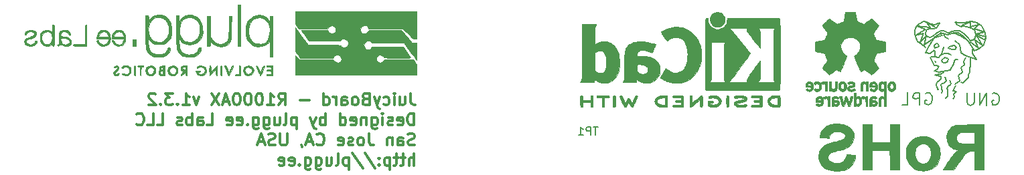
<source format=gbr>
G04 #@! TF.FileFunction,Legend,Bot*
%FSLAX46Y46*%
G04 Gerber Fmt 4.6, Leading zero omitted, Abs format (unit mm)*
G04 Created by KiCad (PCBNEW 4.0.4+e1-6308~48~ubuntu14.04.1-stable) date Thu Apr  6 00:12:34 2017*
%MOMM*%
%LPD*%
G01*
G04 APERTURE LIST*
%ADD10C,0.100000*%
%ADD11C,0.300000*%
%ADD12C,0.010000*%
%ADD13C,0.150000*%
G04 APERTURE END LIST*
D10*
D11*
X138614286Y-95753571D02*
X138614286Y-96825000D01*
X138685714Y-97039286D01*
X138828571Y-97182143D01*
X139042857Y-97253571D01*
X139185714Y-97253571D01*
X137257143Y-96253571D02*
X137257143Y-97253571D01*
X137900000Y-96253571D02*
X137900000Y-97039286D01*
X137828572Y-97182143D01*
X137685714Y-97253571D01*
X137471429Y-97253571D01*
X137328572Y-97182143D01*
X137257143Y-97110714D01*
X136542857Y-97253571D02*
X136542857Y-96253571D01*
X136542857Y-95753571D02*
X136614286Y-95825000D01*
X136542857Y-95896429D01*
X136471429Y-95825000D01*
X136542857Y-95753571D01*
X136542857Y-95896429D01*
X135185714Y-97182143D02*
X135328571Y-97253571D01*
X135614285Y-97253571D01*
X135757143Y-97182143D01*
X135828571Y-97110714D01*
X135900000Y-96967857D01*
X135900000Y-96539286D01*
X135828571Y-96396429D01*
X135757143Y-96325000D01*
X135614285Y-96253571D01*
X135328571Y-96253571D01*
X135185714Y-96325000D01*
X134685714Y-96253571D02*
X134328571Y-97253571D01*
X133971429Y-96253571D02*
X134328571Y-97253571D01*
X134471429Y-97610714D01*
X134542857Y-97682143D01*
X134685714Y-97753571D01*
X132900000Y-96467857D02*
X132685714Y-96539286D01*
X132614286Y-96610714D01*
X132542857Y-96753571D01*
X132542857Y-96967857D01*
X132614286Y-97110714D01*
X132685714Y-97182143D01*
X132828572Y-97253571D01*
X133400000Y-97253571D01*
X133400000Y-95753571D01*
X132900000Y-95753571D01*
X132757143Y-95825000D01*
X132685714Y-95896429D01*
X132614286Y-96039286D01*
X132614286Y-96182143D01*
X132685714Y-96325000D01*
X132757143Y-96396429D01*
X132900000Y-96467857D01*
X133400000Y-96467857D01*
X131685714Y-97253571D02*
X131828572Y-97182143D01*
X131900000Y-97110714D01*
X131971429Y-96967857D01*
X131971429Y-96539286D01*
X131900000Y-96396429D01*
X131828572Y-96325000D01*
X131685714Y-96253571D01*
X131471429Y-96253571D01*
X131328572Y-96325000D01*
X131257143Y-96396429D01*
X131185714Y-96539286D01*
X131185714Y-96967857D01*
X131257143Y-97110714D01*
X131328572Y-97182143D01*
X131471429Y-97253571D01*
X131685714Y-97253571D01*
X129900000Y-97253571D02*
X129900000Y-96467857D01*
X129971429Y-96325000D01*
X130114286Y-96253571D01*
X130400000Y-96253571D01*
X130542857Y-96325000D01*
X129900000Y-97182143D02*
X130042857Y-97253571D01*
X130400000Y-97253571D01*
X130542857Y-97182143D01*
X130614286Y-97039286D01*
X130614286Y-96896429D01*
X130542857Y-96753571D01*
X130400000Y-96682143D01*
X130042857Y-96682143D01*
X129900000Y-96610714D01*
X129185714Y-97253571D02*
X129185714Y-96253571D01*
X129185714Y-96539286D02*
X129114286Y-96396429D01*
X129042857Y-96325000D01*
X128900000Y-96253571D01*
X128757143Y-96253571D01*
X127614286Y-97253571D02*
X127614286Y-95753571D01*
X127614286Y-97182143D02*
X127757143Y-97253571D01*
X128042857Y-97253571D01*
X128185715Y-97182143D01*
X128257143Y-97110714D01*
X128328572Y-96967857D01*
X128328572Y-96539286D01*
X128257143Y-96396429D01*
X128185715Y-96325000D01*
X128042857Y-96253571D01*
X127757143Y-96253571D01*
X127614286Y-96325000D01*
X125757143Y-96682143D02*
X124614286Y-96682143D01*
X121900000Y-97253571D02*
X122400000Y-96539286D01*
X122757143Y-97253571D02*
X122757143Y-95753571D01*
X122185715Y-95753571D01*
X122042857Y-95825000D01*
X121971429Y-95896429D01*
X121900000Y-96039286D01*
X121900000Y-96253571D01*
X121971429Y-96396429D01*
X122042857Y-96467857D01*
X122185715Y-96539286D01*
X122757143Y-96539286D01*
X120471429Y-97253571D02*
X121328572Y-97253571D01*
X120900000Y-97253571D02*
X120900000Y-95753571D01*
X121042857Y-95967857D01*
X121185715Y-96110714D01*
X121328572Y-96182143D01*
X119542858Y-95753571D02*
X119400001Y-95753571D01*
X119257144Y-95825000D01*
X119185715Y-95896429D01*
X119114286Y-96039286D01*
X119042858Y-96325000D01*
X119042858Y-96682143D01*
X119114286Y-96967857D01*
X119185715Y-97110714D01*
X119257144Y-97182143D01*
X119400001Y-97253571D01*
X119542858Y-97253571D01*
X119685715Y-97182143D01*
X119757144Y-97110714D01*
X119828572Y-96967857D01*
X119900001Y-96682143D01*
X119900001Y-96325000D01*
X119828572Y-96039286D01*
X119757144Y-95896429D01*
X119685715Y-95825000D01*
X119542858Y-95753571D01*
X118114287Y-95753571D02*
X117971430Y-95753571D01*
X117828573Y-95825000D01*
X117757144Y-95896429D01*
X117685715Y-96039286D01*
X117614287Y-96325000D01*
X117614287Y-96682143D01*
X117685715Y-96967857D01*
X117757144Y-97110714D01*
X117828573Y-97182143D01*
X117971430Y-97253571D01*
X118114287Y-97253571D01*
X118257144Y-97182143D01*
X118328573Y-97110714D01*
X118400001Y-96967857D01*
X118471430Y-96682143D01*
X118471430Y-96325000D01*
X118400001Y-96039286D01*
X118328573Y-95896429D01*
X118257144Y-95825000D01*
X118114287Y-95753571D01*
X116685716Y-95753571D02*
X116542859Y-95753571D01*
X116400002Y-95825000D01*
X116328573Y-95896429D01*
X116257144Y-96039286D01*
X116185716Y-96325000D01*
X116185716Y-96682143D01*
X116257144Y-96967857D01*
X116328573Y-97110714D01*
X116400002Y-97182143D01*
X116542859Y-97253571D01*
X116685716Y-97253571D01*
X116828573Y-97182143D01*
X116900002Y-97110714D01*
X116971430Y-96967857D01*
X117042859Y-96682143D01*
X117042859Y-96325000D01*
X116971430Y-96039286D01*
X116900002Y-95896429D01*
X116828573Y-95825000D01*
X116685716Y-95753571D01*
X115614288Y-96825000D02*
X114900002Y-96825000D01*
X115757145Y-97253571D02*
X115257145Y-95753571D01*
X114757145Y-97253571D01*
X114400002Y-95753571D02*
X113400002Y-97253571D01*
X113400002Y-95753571D02*
X114400002Y-97253571D01*
X111828574Y-96253571D02*
X111471431Y-97253571D01*
X111114289Y-96253571D01*
X109757146Y-97253571D02*
X110614289Y-97253571D01*
X110185717Y-97253571D02*
X110185717Y-95753571D01*
X110328574Y-95967857D01*
X110471432Y-96110714D01*
X110614289Y-96182143D01*
X109114289Y-97110714D02*
X109042861Y-97182143D01*
X109114289Y-97253571D01*
X109185718Y-97182143D01*
X109114289Y-97110714D01*
X109114289Y-97253571D01*
X108542860Y-95753571D02*
X107614289Y-95753571D01*
X108114289Y-96325000D01*
X107900003Y-96325000D01*
X107757146Y-96396429D01*
X107685717Y-96467857D01*
X107614289Y-96610714D01*
X107614289Y-96967857D01*
X107685717Y-97110714D01*
X107757146Y-97182143D01*
X107900003Y-97253571D01*
X108328575Y-97253571D01*
X108471432Y-97182143D01*
X108542860Y-97110714D01*
X106971432Y-97110714D02*
X106900004Y-97182143D01*
X106971432Y-97253571D01*
X107042861Y-97182143D01*
X106971432Y-97110714D01*
X106971432Y-97253571D01*
X106328575Y-95896429D02*
X106257146Y-95825000D01*
X106114289Y-95753571D01*
X105757146Y-95753571D01*
X105614289Y-95825000D01*
X105542860Y-95896429D01*
X105471432Y-96039286D01*
X105471432Y-96182143D01*
X105542860Y-96396429D01*
X106400003Y-97253571D01*
X105471432Y-97253571D01*
X139042857Y-99803571D02*
X139042857Y-98303571D01*
X138685714Y-98303571D01*
X138471429Y-98375000D01*
X138328571Y-98517857D01*
X138257143Y-98660714D01*
X138185714Y-98946429D01*
X138185714Y-99160714D01*
X138257143Y-99446429D01*
X138328571Y-99589286D01*
X138471429Y-99732143D01*
X138685714Y-99803571D01*
X139042857Y-99803571D01*
X136971429Y-99732143D02*
X137114286Y-99803571D01*
X137400000Y-99803571D01*
X137542857Y-99732143D01*
X137614286Y-99589286D01*
X137614286Y-99017857D01*
X137542857Y-98875000D01*
X137400000Y-98803571D01*
X137114286Y-98803571D01*
X136971429Y-98875000D01*
X136900000Y-99017857D01*
X136900000Y-99160714D01*
X137614286Y-99303571D01*
X136328572Y-99732143D02*
X136185715Y-99803571D01*
X135900000Y-99803571D01*
X135757143Y-99732143D01*
X135685715Y-99589286D01*
X135685715Y-99517857D01*
X135757143Y-99375000D01*
X135900000Y-99303571D01*
X136114286Y-99303571D01*
X136257143Y-99232143D01*
X136328572Y-99089286D01*
X136328572Y-99017857D01*
X136257143Y-98875000D01*
X136114286Y-98803571D01*
X135900000Y-98803571D01*
X135757143Y-98875000D01*
X135042857Y-99803571D02*
X135042857Y-98803571D01*
X135042857Y-98303571D02*
X135114286Y-98375000D01*
X135042857Y-98446429D01*
X134971429Y-98375000D01*
X135042857Y-98303571D01*
X135042857Y-98446429D01*
X133685714Y-98803571D02*
X133685714Y-100017857D01*
X133757143Y-100160714D01*
X133828571Y-100232143D01*
X133971428Y-100303571D01*
X134185714Y-100303571D01*
X134328571Y-100232143D01*
X133685714Y-99732143D02*
X133828571Y-99803571D01*
X134114285Y-99803571D01*
X134257143Y-99732143D01*
X134328571Y-99660714D01*
X134400000Y-99517857D01*
X134400000Y-99089286D01*
X134328571Y-98946429D01*
X134257143Y-98875000D01*
X134114285Y-98803571D01*
X133828571Y-98803571D01*
X133685714Y-98875000D01*
X132971428Y-98803571D02*
X132971428Y-99803571D01*
X132971428Y-98946429D02*
X132900000Y-98875000D01*
X132757142Y-98803571D01*
X132542857Y-98803571D01*
X132400000Y-98875000D01*
X132328571Y-99017857D01*
X132328571Y-99803571D01*
X131042857Y-99732143D02*
X131185714Y-99803571D01*
X131471428Y-99803571D01*
X131614285Y-99732143D01*
X131685714Y-99589286D01*
X131685714Y-99017857D01*
X131614285Y-98875000D01*
X131471428Y-98803571D01*
X131185714Y-98803571D01*
X131042857Y-98875000D01*
X130971428Y-99017857D01*
X130971428Y-99160714D01*
X131685714Y-99303571D01*
X129685714Y-99803571D02*
X129685714Y-98303571D01*
X129685714Y-99732143D02*
X129828571Y-99803571D01*
X130114285Y-99803571D01*
X130257143Y-99732143D01*
X130328571Y-99660714D01*
X130400000Y-99517857D01*
X130400000Y-99089286D01*
X130328571Y-98946429D01*
X130257143Y-98875000D01*
X130114285Y-98803571D01*
X129828571Y-98803571D01*
X129685714Y-98875000D01*
X127828571Y-99803571D02*
X127828571Y-98303571D01*
X127828571Y-98875000D02*
X127685714Y-98803571D01*
X127400000Y-98803571D01*
X127257143Y-98875000D01*
X127185714Y-98946429D01*
X127114285Y-99089286D01*
X127114285Y-99517857D01*
X127185714Y-99660714D01*
X127257143Y-99732143D01*
X127400000Y-99803571D01*
X127685714Y-99803571D01*
X127828571Y-99732143D01*
X126614285Y-98803571D02*
X126257142Y-99803571D01*
X125900000Y-98803571D02*
X126257142Y-99803571D01*
X126400000Y-100160714D01*
X126471428Y-100232143D01*
X126614285Y-100303571D01*
X124185714Y-98803571D02*
X124185714Y-100303571D01*
X124185714Y-98875000D02*
X124042857Y-98803571D01*
X123757143Y-98803571D01*
X123614286Y-98875000D01*
X123542857Y-98946429D01*
X123471428Y-99089286D01*
X123471428Y-99517857D01*
X123542857Y-99660714D01*
X123614286Y-99732143D01*
X123757143Y-99803571D01*
X124042857Y-99803571D01*
X124185714Y-99732143D01*
X122614285Y-99803571D02*
X122757143Y-99732143D01*
X122828571Y-99589286D01*
X122828571Y-98303571D01*
X121400000Y-98803571D02*
X121400000Y-99803571D01*
X122042857Y-98803571D02*
X122042857Y-99589286D01*
X121971429Y-99732143D01*
X121828571Y-99803571D01*
X121614286Y-99803571D01*
X121471429Y-99732143D01*
X121400000Y-99660714D01*
X120042857Y-98803571D02*
X120042857Y-100017857D01*
X120114286Y-100160714D01*
X120185714Y-100232143D01*
X120328571Y-100303571D01*
X120542857Y-100303571D01*
X120685714Y-100232143D01*
X120042857Y-99732143D02*
X120185714Y-99803571D01*
X120471428Y-99803571D01*
X120614286Y-99732143D01*
X120685714Y-99660714D01*
X120757143Y-99517857D01*
X120757143Y-99089286D01*
X120685714Y-98946429D01*
X120614286Y-98875000D01*
X120471428Y-98803571D01*
X120185714Y-98803571D01*
X120042857Y-98875000D01*
X118685714Y-98803571D02*
X118685714Y-100017857D01*
X118757143Y-100160714D01*
X118828571Y-100232143D01*
X118971428Y-100303571D01*
X119185714Y-100303571D01*
X119328571Y-100232143D01*
X118685714Y-99732143D02*
X118828571Y-99803571D01*
X119114285Y-99803571D01*
X119257143Y-99732143D01*
X119328571Y-99660714D01*
X119400000Y-99517857D01*
X119400000Y-99089286D01*
X119328571Y-98946429D01*
X119257143Y-98875000D01*
X119114285Y-98803571D01*
X118828571Y-98803571D01*
X118685714Y-98875000D01*
X117971428Y-99660714D02*
X117900000Y-99732143D01*
X117971428Y-99803571D01*
X118042857Y-99732143D01*
X117971428Y-99660714D01*
X117971428Y-99803571D01*
X116685714Y-99732143D02*
X116828571Y-99803571D01*
X117114285Y-99803571D01*
X117257142Y-99732143D01*
X117328571Y-99589286D01*
X117328571Y-99017857D01*
X117257142Y-98875000D01*
X117114285Y-98803571D01*
X116828571Y-98803571D01*
X116685714Y-98875000D01*
X116614285Y-99017857D01*
X116614285Y-99160714D01*
X117328571Y-99303571D01*
X115400000Y-99732143D02*
X115542857Y-99803571D01*
X115828571Y-99803571D01*
X115971428Y-99732143D01*
X116042857Y-99589286D01*
X116042857Y-99017857D01*
X115971428Y-98875000D01*
X115828571Y-98803571D01*
X115542857Y-98803571D01*
X115400000Y-98875000D01*
X115328571Y-99017857D01*
X115328571Y-99160714D01*
X116042857Y-99303571D01*
X112828571Y-99803571D02*
X113542857Y-99803571D01*
X113542857Y-98303571D01*
X111685714Y-99803571D02*
X111685714Y-99017857D01*
X111757143Y-98875000D01*
X111900000Y-98803571D01*
X112185714Y-98803571D01*
X112328571Y-98875000D01*
X111685714Y-99732143D02*
X111828571Y-99803571D01*
X112185714Y-99803571D01*
X112328571Y-99732143D01*
X112400000Y-99589286D01*
X112400000Y-99446429D01*
X112328571Y-99303571D01*
X112185714Y-99232143D01*
X111828571Y-99232143D01*
X111685714Y-99160714D01*
X110971428Y-99803571D02*
X110971428Y-98303571D01*
X110971428Y-98875000D02*
X110828571Y-98803571D01*
X110542857Y-98803571D01*
X110400000Y-98875000D01*
X110328571Y-98946429D01*
X110257142Y-99089286D01*
X110257142Y-99517857D01*
X110328571Y-99660714D01*
X110400000Y-99732143D01*
X110542857Y-99803571D01*
X110828571Y-99803571D01*
X110971428Y-99732143D01*
X109685714Y-99732143D02*
X109542857Y-99803571D01*
X109257142Y-99803571D01*
X109114285Y-99732143D01*
X109042857Y-99589286D01*
X109042857Y-99517857D01*
X109114285Y-99375000D01*
X109257142Y-99303571D01*
X109471428Y-99303571D01*
X109614285Y-99232143D01*
X109685714Y-99089286D01*
X109685714Y-99017857D01*
X109614285Y-98875000D01*
X109471428Y-98803571D01*
X109257142Y-98803571D01*
X109114285Y-98875000D01*
X106542856Y-99803571D02*
X107257142Y-99803571D01*
X107257142Y-98303571D01*
X105328570Y-99803571D02*
X106042856Y-99803571D01*
X106042856Y-98303571D01*
X103971427Y-99660714D02*
X104042856Y-99732143D01*
X104257142Y-99803571D01*
X104399999Y-99803571D01*
X104614284Y-99732143D01*
X104757142Y-99589286D01*
X104828570Y-99446429D01*
X104899999Y-99160714D01*
X104899999Y-98946429D01*
X104828570Y-98660714D01*
X104757142Y-98517857D01*
X104614284Y-98375000D01*
X104399999Y-98303571D01*
X104257142Y-98303571D01*
X104042856Y-98375000D01*
X103971427Y-98446429D01*
X139114286Y-102282143D02*
X138900000Y-102353571D01*
X138542857Y-102353571D01*
X138400000Y-102282143D01*
X138328571Y-102210714D01*
X138257143Y-102067857D01*
X138257143Y-101925000D01*
X138328571Y-101782143D01*
X138400000Y-101710714D01*
X138542857Y-101639286D01*
X138828571Y-101567857D01*
X138971429Y-101496429D01*
X139042857Y-101425000D01*
X139114286Y-101282143D01*
X139114286Y-101139286D01*
X139042857Y-100996429D01*
X138971429Y-100925000D01*
X138828571Y-100853571D01*
X138471429Y-100853571D01*
X138257143Y-100925000D01*
X136971429Y-102353571D02*
X136971429Y-101567857D01*
X137042858Y-101425000D01*
X137185715Y-101353571D01*
X137471429Y-101353571D01*
X137614286Y-101425000D01*
X136971429Y-102282143D02*
X137114286Y-102353571D01*
X137471429Y-102353571D01*
X137614286Y-102282143D01*
X137685715Y-102139286D01*
X137685715Y-101996429D01*
X137614286Y-101853571D01*
X137471429Y-101782143D01*
X137114286Y-101782143D01*
X136971429Y-101710714D01*
X136257143Y-101353571D02*
X136257143Y-102353571D01*
X136257143Y-101496429D02*
X136185715Y-101425000D01*
X136042857Y-101353571D01*
X135828572Y-101353571D01*
X135685715Y-101425000D01*
X135614286Y-101567857D01*
X135614286Y-102353571D01*
X133328572Y-100853571D02*
X133328572Y-101925000D01*
X133400000Y-102139286D01*
X133542857Y-102282143D01*
X133757143Y-102353571D01*
X133900000Y-102353571D01*
X132400000Y-102353571D02*
X132542858Y-102282143D01*
X132614286Y-102210714D01*
X132685715Y-102067857D01*
X132685715Y-101639286D01*
X132614286Y-101496429D01*
X132542858Y-101425000D01*
X132400000Y-101353571D01*
X132185715Y-101353571D01*
X132042858Y-101425000D01*
X131971429Y-101496429D01*
X131900000Y-101639286D01*
X131900000Y-102067857D01*
X131971429Y-102210714D01*
X132042858Y-102282143D01*
X132185715Y-102353571D01*
X132400000Y-102353571D01*
X131328572Y-102282143D02*
X131185715Y-102353571D01*
X130900000Y-102353571D01*
X130757143Y-102282143D01*
X130685715Y-102139286D01*
X130685715Y-102067857D01*
X130757143Y-101925000D01*
X130900000Y-101853571D01*
X131114286Y-101853571D01*
X131257143Y-101782143D01*
X131328572Y-101639286D01*
X131328572Y-101567857D01*
X131257143Y-101425000D01*
X131114286Y-101353571D01*
X130900000Y-101353571D01*
X130757143Y-101425000D01*
X129471429Y-102282143D02*
X129614286Y-102353571D01*
X129900000Y-102353571D01*
X130042857Y-102282143D01*
X130114286Y-102139286D01*
X130114286Y-101567857D01*
X130042857Y-101425000D01*
X129900000Y-101353571D01*
X129614286Y-101353571D01*
X129471429Y-101425000D01*
X129400000Y-101567857D01*
X129400000Y-101710714D01*
X130114286Y-101853571D01*
X126757143Y-102210714D02*
X126828572Y-102282143D01*
X127042858Y-102353571D01*
X127185715Y-102353571D01*
X127400000Y-102282143D01*
X127542858Y-102139286D01*
X127614286Y-101996429D01*
X127685715Y-101710714D01*
X127685715Y-101496429D01*
X127614286Y-101210714D01*
X127542858Y-101067857D01*
X127400000Y-100925000D01*
X127185715Y-100853571D01*
X127042858Y-100853571D01*
X126828572Y-100925000D01*
X126757143Y-100996429D01*
X126185715Y-101925000D02*
X125471429Y-101925000D01*
X126328572Y-102353571D02*
X125828572Y-100853571D01*
X125328572Y-102353571D01*
X124757144Y-102282143D02*
X124757144Y-102353571D01*
X124828572Y-102496429D01*
X124900001Y-102567857D01*
X122971429Y-100853571D02*
X122971429Y-102067857D01*
X122900001Y-102210714D01*
X122828572Y-102282143D01*
X122685715Y-102353571D01*
X122400001Y-102353571D01*
X122257143Y-102282143D01*
X122185715Y-102210714D01*
X122114286Y-102067857D01*
X122114286Y-100853571D01*
X121471429Y-102282143D02*
X121257143Y-102353571D01*
X120900000Y-102353571D01*
X120757143Y-102282143D01*
X120685714Y-102210714D01*
X120614286Y-102067857D01*
X120614286Y-101925000D01*
X120685714Y-101782143D01*
X120757143Y-101710714D01*
X120900000Y-101639286D01*
X121185714Y-101567857D01*
X121328572Y-101496429D01*
X121400000Y-101425000D01*
X121471429Y-101282143D01*
X121471429Y-101139286D01*
X121400000Y-100996429D01*
X121328572Y-100925000D01*
X121185714Y-100853571D01*
X120828572Y-100853571D01*
X120614286Y-100925000D01*
X120042858Y-101925000D02*
X119328572Y-101925000D01*
X120185715Y-102353571D02*
X119685715Y-100853571D01*
X119185715Y-102353571D01*
X139042857Y-104903571D02*
X139042857Y-103403571D01*
X138400000Y-104903571D02*
X138400000Y-104117857D01*
X138471429Y-103975000D01*
X138614286Y-103903571D01*
X138828571Y-103903571D01*
X138971429Y-103975000D01*
X139042857Y-104046429D01*
X137900000Y-103903571D02*
X137328571Y-103903571D01*
X137685714Y-103403571D02*
X137685714Y-104689286D01*
X137614286Y-104832143D01*
X137471428Y-104903571D01*
X137328571Y-104903571D01*
X137042857Y-103903571D02*
X136471428Y-103903571D01*
X136828571Y-103403571D02*
X136828571Y-104689286D01*
X136757143Y-104832143D01*
X136614285Y-104903571D01*
X136471428Y-104903571D01*
X135971428Y-103903571D02*
X135971428Y-105403571D01*
X135971428Y-103975000D02*
X135828571Y-103903571D01*
X135542857Y-103903571D01*
X135400000Y-103975000D01*
X135328571Y-104046429D01*
X135257142Y-104189286D01*
X135257142Y-104617857D01*
X135328571Y-104760714D01*
X135400000Y-104832143D01*
X135542857Y-104903571D01*
X135828571Y-104903571D01*
X135971428Y-104832143D01*
X134614285Y-104760714D02*
X134542857Y-104832143D01*
X134614285Y-104903571D01*
X134685714Y-104832143D01*
X134614285Y-104760714D01*
X134614285Y-104903571D01*
X134614285Y-103975000D02*
X134542857Y-104046429D01*
X134614285Y-104117857D01*
X134685714Y-104046429D01*
X134614285Y-103975000D01*
X134614285Y-104117857D01*
X132828571Y-103332143D02*
X134114285Y-105260714D01*
X131257142Y-103332143D02*
X132542856Y-105260714D01*
X130757141Y-103903571D02*
X130757141Y-105403571D01*
X130757141Y-103975000D02*
X130614284Y-103903571D01*
X130328570Y-103903571D01*
X130185713Y-103975000D01*
X130114284Y-104046429D01*
X130042855Y-104189286D01*
X130042855Y-104617857D01*
X130114284Y-104760714D01*
X130185713Y-104832143D01*
X130328570Y-104903571D01*
X130614284Y-104903571D01*
X130757141Y-104832143D01*
X129185712Y-104903571D02*
X129328570Y-104832143D01*
X129399998Y-104689286D01*
X129399998Y-103403571D01*
X127971427Y-103903571D02*
X127971427Y-104903571D01*
X128614284Y-103903571D02*
X128614284Y-104689286D01*
X128542856Y-104832143D01*
X128399998Y-104903571D01*
X128185713Y-104903571D01*
X128042856Y-104832143D01*
X127971427Y-104760714D01*
X126614284Y-103903571D02*
X126614284Y-105117857D01*
X126685713Y-105260714D01*
X126757141Y-105332143D01*
X126899998Y-105403571D01*
X127114284Y-105403571D01*
X127257141Y-105332143D01*
X126614284Y-104832143D02*
X126757141Y-104903571D01*
X127042855Y-104903571D01*
X127185713Y-104832143D01*
X127257141Y-104760714D01*
X127328570Y-104617857D01*
X127328570Y-104189286D01*
X127257141Y-104046429D01*
X127185713Y-103975000D01*
X127042855Y-103903571D01*
X126757141Y-103903571D01*
X126614284Y-103975000D01*
X125257141Y-103903571D02*
X125257141Y-105117857D01*
X125328570Y-105260714D01*
X125399998Y-105332143D01*
X125542855Y-105403571D01*
X125757141Y-105403571D01*
X125899998Y-105332143D01*
X125257141Y-104832143D02*
X125399998Y-104903571D01*
X125685712Y-104903571D01*
X125828570Y-104832143D01*
X125899998Y-104760714D01*
X125971427Y-104617857D01*
X125971427Y-104189286D01*
X125899998Y-104046429D01*
X125828570Y-103975000D01*
X125685712Y-103903571D01*
X125399998Y-103903571D01*
X125257141Y-103975000D01*
X124542855Y-104760714D02*
X124471427Y-104832143D01*
X124542855Y-104903571D01*
X124614284Y-104832143D01*
X124542855Y-104760714D01*
X124542855Y-104903571D01*
X123257141Y-104832143D02*
X123399998Y-104903571D01*
X123685712Y-104903571D01*
X123828569Y-104832143D01*
X123899998Y-104689286D01*
X123899998Y-104117857D01*
X123828569Y-103975000D01*
X123685712Y-103903571D01*
X123399998Y-103903571D01*
X123257141Y-103975000D01*
X123185712Y-104117857D01*
X123185712Y-104260714D01*
X123899998Y-104403571D01*
X121971427Y-104832143D02*
X122114284Y-104903571D01*
X122399998Y-104903571D01*
X122542855Y-104832143D01*
X122614284Y-104689286D01*
X122614284Y-104117857D01*
X122542855Y-103975000D01*
X122399998Y-103903571D01*
X122114284Y-103903571D01*
X121971427Y-103975000D01*
X121899998Y-104117857D01*
X121899998Y-104260714D01*
X122614284Y-104403571D01*
D12*
G36*
X120538271Y-92245815D02*
X120419494Y-92271746D01*
X120379252Y-92322273D01*
X120378500Y-92333750D01*
X120415897Y-92396530D01*
X120543053Y-92425127D01*
X120664250Y-92429000D01*
X120840581Y-92435579D01*
X120924124Y-92467922D01*
X120948909Y-92544931D01*
X120950000Y-92587750D01*
X120938157Y-92685711D01*
X120879940Y-92732124D01*
X120741323Y-92745893D01*
X120664250Y-92746500D01*
X120475909Y-92758965D01*
X120390119Y-92801350D01*
X120378500Y-92841750D01*
X120415897Y-92904530D01*
X120543053Y-92933127D01*
X120664250Y-92937000D01*
X120839963Y-92942522D01*
X120923186Y-92974407D01*
X120948385Y-93055631D01*
X120950000Y-93127500D01*
X120941717Y-93244641D01*
X120893890Y-93300123D01*
X120772053Y-93316923D01*
X120664250Y-93318000D01*
X120475909Y-93330465D01*
X120390119Y-93372850D01*
X120378500Y-93413250D01*
X120407761Y-93468557D01*
X120511486Y-93498251D01*
X120713594Y-93508312D01*
X120759500Y-93508500D01*
X121140500Y-93508500D01*
X121140500Y-92238500D01*
X120759500Y-92238500D01*
X120538271Y-92245815D01*
X120538271Y-92245815D01*
G37*
X120538271Y-92245815D02*
X120419494Y-92271746D01*
X120379252Y-92322273D01*
X120378500Y-92333750D01*
X120415897Y-92396530D01*
X120543053Y-92425127D01*
X120664250Y-92429000D01*
X120840581Y-92435579D01*
X120924124Y-92467922D01*
X120948909Y-92544931D01*
X120950000Y-92587750D01*
X120938157Y-92685711D01*
X120879940Y-92732124D01*
X120741323Y-92745893D01*
X120664250Y-92746500D01*
X120475909Y-92758965D01*
X120390119Y-92801350D01*
X120378500Y-92841750D01*
X120415897Y-92904530D01*
X120543053Y-92933127D01*
X120664250Y-92937000D01*
X120839963Y-92942522D01*
X120923186Y-92974407D01*
X120948385Y-93055631D01*
X120950000Y-93127500D01*
X120941717Y-93244641D01*
X120893890Y-93300123D01*
X120772053Y-93316923D01*
X120664250Y-93318000D01*
X120475909Y-93330465D01*
X120390119Y-93372850D01*
X120378500Y-93413250D01*
X120407761Y-93468557D01*
X120511486Y-93498251D01*
X120713594Y-93508312D01*
X120759500Y-93508500D01*
X121140500Y-93508500D01*
X121140500Y-92238500D01*
X120759500Y-92238500D01*
X120538271Y-92245815D01*
G36*
X119074362Y-92248218D02*
X119054265Y-92290496D01*
X119072189Y-92385018D01*
X119132500Y-92551468D01*
X119239561Y-92809530D01*
X119271187Y-92883747D01*
X119400395Y-93178354D01*
X119493550Y-93368121D01*
X119559610Y-93466967D01*
X119607531Y-93488809D01*
X119640475Y-93457580D01*
X119691178Y-93357227D01*
X119770559Y-93180886D01*
X119865094Y-92960999D01*
X119961263Y-92730005D01*
X120045542Y-92520346D01*
X120104410Y-92364461D01*
X120124500Y-92296372D01*
X120073643Y-92243651D01*
X120038116Y-92238500D01*
X119973648Y-92293052D01*
X119882468Y-92437210D01*
X119782611Y-92641724D01*
X119766989Y-92678200D01*
X119582246Y-93117900D01*
X119396740Y-92678200D01*
X119297264Y-92466830D01*
X119204315Y-92311044D01*
X119135734Y-92240041D01*
X119128117Y-92238500D01*
X119074362Y-92248218D01*
X119074362Y-92248218D01*
G37*
X119074362Y-92248218D02*
X119054265Y-92290496D01*
X119072189Y-92385018D01*
X119132500Y-92551468D01*
X119239561Y-92809530D01*
X119271187Y-92883747D01*
X119400395Y-93178354D01*
X119493550Y-93368121D01*
X119559610Y-93466967D01*
X119607531Y-93488809D01*
X119640475Y-93457580D01*
X119691178Y-93357227D01*
X119770559Y-93180886D01*
X119865094Y-92960999D01*
X119961263Y-92730005D01*
X120045542Y-92520346D01*
X120104410Y-92364461D01*
X120124500Y-92296372D01*
X120073643Y-92243651D01*
X120038116Y-92238500D01*
X119973648Y-92293052D01*
X119882468Y-92437210D01*
X119782611Y-92641724D01*
X119766989Y-92678200D01*
X119582246Y-93117900D01*
X119396740Y-92678200D01*
X119297264Y-92466830D01*
X119204315Y-92311044D01*
X119135734Y-92240041D01*
X119128117Y-92238500D01*
X119074362Y-92248218D01*
G36*
X117831198Y-92291706D02*
X117623825Y-92433266D01*
X117487900Y-92636093D01*
X117435054Y-92873101D01*
X117476920Y-93117202D01*
X117624910Y-93341090D01*
X117847908Y-93482093D01*
X118105704Y-93518605D01*
X118361967Y-93451346D01*
X118541885Y-93322884D01*
X118691378Y-93097853D01*
X118714780Y-92966088D01*
X118535189Y-92966088D01*
X118447065Y-93153079D01*
X118264493Y-93285011D01*
X118033362Y-93338328D01*
X117842261Y-93277328D01*
X117736780Y-93183849D01*
X117629205Y-92993148D01*
X117625357Y-92803054D01*
X117703531Y-92634059D01*
X117842021Y-92506658D01*
X118019120Y-92441345D01*
X118213124Y-92458613D01*
X118390033Y-92567068D01*
X118518132Y-92759578D01*
X118535189Y-92966088D01*
X118714780Y-92966088D01*
X118734724Y-92853799D01*
X118683202Y-92618303D01*
X118548093Y-92418945D01*
X118340676Y-92283306D01*
X118098387Y-92238500D01*
X117831198Y-92291706D01*
X117831198Y-92291706D01*
G37*
X117831198Y-92291706D02*
X117623825Y-92433266D01*
X117487900Y-92636093D01*
X117435054Y-92873101D01*
X117476920Y-93117202D01*
X117624910Y-93341090D01*
X117847908Y-93482093D01*
X118105704Y-93518605D01*
X118361967Y-93451346D01*
X118541885Y-93322884D01*
X118691378Y-93097853D01*
X118714780Y-92966088D01*
X118535189Y-92966088D01*
X118447065Y-93153079D01*
X118264493Y-93285011D01*
X118033362Y-93338328D01*
X117842261Y-93277328D01*
X117736780Y-93183849D01*
X117629205Y-92993148D01*
X117625357Y-92803054D01*
X117703531Y-92634059D01*
X117842021Y-92506658D01*
X118019120Y-92441345D01*
X118213124Y-92458613D01*
X118390033Y-92567068D01*
X118518132Y-92759578D01*
X118535189Y-92966088D01*
X118714780Y-92966088D01*
X118734724Y-92853799D01*
X118683202Y-92618303D01*
X118548093Y-92418945D01*
X118340676Y-92283306D01*
X118098387Y-92238500D01*
X117831198Y-92291706D01*
G36*
X116933631Y-92261543D02*
X116904485Y-92345425D01*
X116889911Y-92512270D01*
X116886000Y-92778250D01*
X116886000Y-93318000D01*
X116632000Y-93318000D01*
X116455387Y-93333728D01*
X116382610Y-93385866D01*
X116378000Y-93413250D01*
X116409355Y-93470691D01*
X116519378Y-93500264D01*
X116727250Y-93508500D01*
X117076500Y-93508500D01*
X117076500Y-92873500D01*
X117073353Y-92577386D01*
X117061821Y-92387275D01*
X117038772Y-92282277D01*
X117001073Y-92241505D01*
X116981250Y-92238500D01*
X116933631Y-92261543D01*
X116933631Y-92261543D01*
G37*
X116933631Y-92261543D02*
X116904485Y-92345425D01*
X116889911Y-92512270D01*
X116886000Y-92778250D01*
X116886000Y-93318000D01*
X116632000Y-93318000D01*
X116455387Y-93333728D01*
X116382610Y-93385866D01*
X116378000Y-93413250D01*
X116409355Y-93470691D01*
X116519378Y-93500264D01*
X116727250Y-93508500D01*
X117076500Y-93508500D01*
X117076500Y-92873500D01*
X117073353Y-92577386D01*
X117061821Y-92387275D01*
X117038772Y-92282277D01*
X117001073Y-92241505D01*
X116981250Y-92238500D01*
X116933631Y-92261543D01*
G36*
X115074212Y-92251121D02*
X115085004Y-92317908D01*
X115137673Y-92469719D01*
X115219454Y-92676937D01*
X115317587Y-92909939D01*
X115419307Y-93139107D01*
X115511852Y-93334821D01*
X115582458Y-93467460D01*
X115616000Y-93508500D01*
X115656794Y-93453879D01*
X115734107Y-93306196D01*
X115835849Y-93089716D01*
X115922137Y-92893966D01*
X116028074Y-92638965D01*
X116108119Y-92429981D01*
X116152974Y-92292377D01*
X116157789Y-92251121D01*
X116073906Y-92239968D01*
X115970686Y-92344140D01*
X115855483Y-92554799D01*
X115803934Y-92676321D01*
X115720892Y-92873437D01*
X115653025Y-93013020D01*
X115616000Y-93064000D01*
X115577205Y-93009785D01*
X115508624Y-92867895D01*
X115428067Y-92676321D01*
X115309966Y-92422460D01*
X115200675Y-92271273D01*
X115107549Y-92231600D01*
X115074212Y-92251121D01*
X115074212Y-92251121D01*
G37*
X115074212Y-92251121D02*
X115085004Y-92317908D01*
X115137673Y-92469719D01*
X115219454Y-92676937D01*
X115317587Y-92909939D01*
X115419307Y-93139107D01*
X115511852Y-93334821D01*
X115582458Y-93467460D01*
X115616000Y-93508500D01*
X115656794Y-93453879D01*
X115734107Y-93306196D01*
X115835849Y-93089716D01*
X115922137Y-92893966D01*
X116028074Y-92638965D01*
X116108119Y-92429981D01*
X116152974Y-92292377D01*
X116157789Y-92251121D01*
X116073906Y-92239968D01*
X115970686Y-92344140D01*
X115855483Y-92554799D01*
X115803934Y-92676321D01*
X115720892Y-92873437D01*
X115653025Y-93013020D01*
X115616000Y-93064000D01*
X115577205Y-93009785D01*
X115508624Y-92867895D01*
X115428067Y-92676321D01*
X115309966Y-92422460D01*
X115200675Y-92271273D01*
X115107549Y-92231600D01*
X115074212Y-92251121D01*
G36*
X114587333Y-92259483D02*
X114558817Y-92336360D01*
X114543067Y-92490020D01*
X114536951Y-92741350D01*
X114536500Y-92873500D01*
X114539648Y-93169613D01*
X114551180Y-93359724D01*
X114574229Y-93464722D01*
X114611928Y-93505494D01*
X114631750Y-93508500D01*
X114676168Y-93487516D01*
X114704684Y-93410639D01*
X114720434Y-93256979D01*
X114726550Y-93005649D01*
X114727000Y-92873500D01*
X114723853Y-92577386D01*
X114712321Y-92387275D01*
X114689272Y-92282277D01*
X114651573Y-92241505D01*
X114631750Y-92238500D01*
X114587333Y-92259483D01*
X114587333Y-92259483D01*
G37*
X114587333Y-92259483D02*
X114558817Y-92336360D01*
X114543067Y-92490020D01*
X114536951Y-92741350D01*
X114536500Y-92873500D01*
X114539648Y-93169613D01*
X114551180Y-93359724D01*
X114574229Y-93464722D01*
X114611928Y-93505494D01*
X114631750Y-93508500D01*
X114676168Y-93487516D01*
X114704684Y-93410639D01*
X114720434Y-93256979D01*
X114726550Y-93005649D01*
X114727000Y-92873500D01*
X114723853Y-92577386D01*
X114712321Y-92387275D01*
X114689272Y-92282277D01*
X114651573Y-92241505D01*
X114631750Y-92238500D01*
X114587333Y-92259483D01*
G36*
X113188541Y-92261614D02*
X113160729Y-92344501D01*
X113145460Y-92507476D01*
X113139777Y-92770854D01*
X113139500Y-92873500D01*
X113144628Y-93140046D01*
X113158452Y-93351500D01*
X113178638Y-93480984D01*
X113194673Y-93508500D01*
X113257907Y-93462805D01*
X113378353Y-93341076D01*
X113533755Y-93166341D01*
X113591548Y-93097810D01*
X113933250Y-92687121D01*
X113952027Y-93097810D01*
X113970666Y-93334031D01*
X114003185Y-93463955D01*
X114055113Y-93508012D01*
X114063152Y-93508500D01*
X114106460Y-93485385D01*
X114134272Y-93402498D01*
X114149541Y-93239523D01*
X114155224Y-92976145D01*
X114155500Y-92873500D01*
X114151076Y-92607093D01*
X114139147Y-92395928D01*
X114121726Y-92266821D01*
X114107875Y-92239580D01*
X114047991Y-92285470D01*
X113929431Y-92406917D01*
X113773929Y-92581178D01*
X113711000Y-92654937D01*
X113361750Y-93069214D01*
X113342974Y-92653857D01*
X113324555Y-92416210D01*
X113292551Y-92284822D01*
X113241481Y-92239209D01*
X113231849Y-92238500D01*
X113188541Y-92261614D01*
X113188541Y-92261614D01*
G37*
X113188541Y-92261614D02*
X113160729Y-92344501D01*
X113145460Y-92507476D01*
X113139777Y-92770854D01*
X113139500Y-92873500D01*
X113144628Y-93140046D01*
X113158452Y-93351500D01*
X113178638Y-93480984D01*
X113194673Y-93508500D01*
X113257907Y-93462805D01*
X113378353Y-93341076D01*
X113533755Y-93166341D01*
X113591548Y-93097810D01*
X113933250Y-92687121D01*
X113952027Y-93097810D01*
X113970666Y-93334031D01*
X114003185Y-93463955D01*
X114055113Y-93508012D01*
X114063152Y-93508500D01*
X114106460Y-93485385D01*
X114134272Y-93402498D01*
X114149541Y-93239523D01*
X114155224Y-92976145D01*
X114155500Y-92873500D01*
X114151076Y-92607093D01*
X114139147Y-92395928D01*
X114121726Y-92266821D01*
X114107875Y-92239580D01*
X114047991Y-92285470D01*
X113929431Y-92406917D01*
X113773929Y-92581178D01*
X113711000Y-92654937D01*
X113361750Y-93069214D01*
X113342974Y-92653857D01*
X113324555Y-92416210D01*
X113292551Y-92284822D01*
X113241481Y-92239209D01*
X113231849Y-92238500D01*
X113188541Y-92261614D01*
G36*
X111909279Y-92261798D02*
X111727622Y-92319788D01*
X111594774Y-92397847D01*
X111537972Y-92480936D01*
X111565595Y-92540932D01*
X111669102Y-92570940D01*
X111770692Y-92518999D01*
X111972455Y-92436595D01*
X112187215Y-92447848D01*
X112380594Y-92537257D01*
X112518209Y-92689319D01*
X112565981Y-92877592D01*
X112507625Y-93089894D01*
X112361862Y-93250182D01*
X112163595Y-93336689D01*
X111947728Y-93327647D01*
X111884204Y-93302781D01*
X111739575Y-93207729D01*
X111695385Y-93124345D01*
X111755883Y-93072234D01*
X111832459Y-93064000D01*
X111964093Y-93031785D01*
X111996500Y-92968750D01*
X111959924Y-92906636D01*
X111835005Y-92877856D01*
X111703867Y-92873500D01*
X111526720Y-92877580D01*
X111447604Y-92903346D01*
X111437560Y-92971083D01*
X111454574Y-93048125D01*
X111565860Y-93297880D01*
X111754892Y-93449419D01*
X112028146Y-93507541D01*
X112075954Y-93508500D01*
X112290906Y-93493775D01*
X112441234Y-93434543D01*
X112572885Y-93322884D01*
X112724486Y-93096100D01*
X112768253Y-92852162D01*
X112715533Y-92617788D01*
X112577674Y-92419694D01*
X112366022Y-92284599D01*
X112112510Y-92238918D01*
X111909279Y-92261798D01*
X111909279Y-92261798D01*
G37*
X111909279Y-92261798D02*
X111727622Y-92319788D01*
X111594774Y-92397847D01*
X111537972Y-92480936D01*
X111565595Y-92540932D01*
X111669102Y-92570940D01*
X111770692Y-92518999D01*
X111972455Y-92436595D01*
X112187215Y-92447848D01*
X112380594Y-92537257D01*
X112518209Y-92689319D01*
X112565981Y-92877592D01*
X112507625Y-93089894D01*
X112361862Y-93250182D01*
X112163595Y-93336689D01*
X111947728Y-93327647D01*
X111884204Y-93302781D01*
X111739575Y-93207729D01*
X111695385Y-93124345D01*
X111755883Y-93072234D01*
X111832459Y-93064000D01*
X111964093Y-93031785D01*
X111996500Y-92968750D01*
X111959924Y-92906636D01*
X111835005Y-92877856D01*
X111703867Y-92873500D01*
X111526720Y-92877580D01*
X111447604Y-92903346D01*
X111437560Y-92971083D01*
X111454574Y-93048125D01*
X111565860Y-93297880D01*
X111754892Y-93449419D01*
X112028146Y-93507541D01*
X112075954Y-93508500D01*
X112290906Y-93493775D01*
X112441234Y-93434543D01*
X112572885Y-93322884D01*
X112724486Y-93096100D01*
X112768253Y-92852162D01*
X112715533Y-92617788D01*
X112577674Y-92419694D01*
X112366022Y-92284599D01*
X112112510Y-92238918D01*
X111909279Y-92261798D01*
G36*
X109867167Y-92261539D02*
X109692555Y-92318743D01*
X109661130Y-92337350D01*
X109546464Y-92479126D01*
X109518738Y-92651733D01*
X109577803Y-92808485D01*
X109662875Y-92879867D01*
X109779284Y-92943029D01*
X109828038Y-92973180D01*
X109807219Y-93029831D01*
X109728559Y-93150038D01*
X109685163Y-93208698D01*
X109565959Y-93375806D01*
X109526832Y-93468063D01*
X109562714Y-93504851D01*
X109606756Y-93508500D01*
X109689954Y-93461637D01*
X109815968Y-93340318D01*
X109924256Y-93212329D01*
X110155000Y-92916158D01*
X110155000Y-93212329D01*
X110166634Y-93404429D01*
X110206453Y-93494180D01*
X110250250Y-93508500D01*
X110294668Y-93487516D01*
X110323184Y-93410639D01*
X110338934Y-93256979D01*
X110345050Y-93005649D01*
X110345500Y-92873500D01*
X110345500Y-92587750D01*
X110155000Y-92587750D01*
X110140668Y-92700955D01*
X110071921Y-92739458D01*
X109948625Y-92734648D01*
X109799152Y-92699794D01*
X109744604Y-92620888D01*
X109742250Y-92587750D01*
X109775468Y-92492563D01*
X109895145Y-92447456D01*
X109948625Y-92440851D01*
X110090403Y-92438765D01*
X110146244Y-92488944D01*
X110155000Y-92587750D01*
X110345500Y-92587750D01*
X110345500Y-92238500D01*
X110073880Y-92238500D01*
X109867167Y-92261539D01*
X109867167Y-92261539D01*
G37*
X109867167Y-92261539D02*
X109692555Y-92318743D01*
X109661130Y-92337350D01*
X109546464Y-92479126D01*
X109518738Y-92651733D01*
X109577803Y-92808485D01*
X109662875Y-92879867D01*
X109779284Y-92943029D01*
X109828038Y-92973180D01*
X109807219Y-93029831D01*
X109728559Y-93150038D01*
X109685163Y-93208698D01*
X109565959Y-93375806D01*
X109526832Y-93468063D01*
X109562714Y-93504851D01*
X109606756Y-93508500D01*
X109689954Y-93461637D01*
X109815968Y-93340318D01*
X109924256Y-93212329D01*
X110155000Y-92916158D01*
X110155000Y-93212329D01*
X110166634Y-93404429D01*
X110206453Y-93494180D01*
X110250250Y-93508500D01*
X110294668Y-93487516D01*
X110323184Y-93410639D01*
X110338934Y-93256979D01*
X110345050Y-93005649D01*
X110345500Y-92873500D01*
X110345500Y-92587750D01*
X110155000Y-92587750D01*
X110140668Y-92700955D01*
X110071921Y-92739458D01*
X109948625Y-92734648D01*
X109799152Y-92699794D01*
X109744604Y-92620888D01*
X109742250Y-92587750D01*
X109775468Y-92492563D01*
X109895145Y-92447456D01*
X109948625Y-92440851D01*
X110090403Y-92438765D01*
X110146244Y-92488944D01*
X110155000Y-92587750D01*
X110345500Y-92587750D01*
X110345500Y-92238500D01*
X110073880Y-92238500D01*
X109867167Y-92261539D01*
G36*
X108236851Y-92291969D02*
X108033568Y-92434826D01*
X107905680Y-92640743D01*
X107864718Y-92883393D01*
X107922209Y-93136449D01*
X108033395Y-93313127D01*
X108157544Y-93436993D01*
X108290138Y-93494138D01*
X108488414Y-93508477D01*
X108500986Y-93508500D01*
X108719809Y-93491215D01*
X108873297Y-93425459D01*
X108971591Y-93341090D01*
X109088627Y-93186428D01*
X109134978Y-93000962D01*
X109135591Y-92984300D01*
X108939034Y-92984300D01*
X108859327Y-93167912D01*
X108695580Y-93307641D01*
X108631000Y-93335815D01*
X108438696Y-93343355D01*
X108245518Y-93249676D01*
X108170625Y-93178447D01*
X108070827Y-92981690D01*
X108073576Y-92774868D01*
X108163884Y-92591676D01*
X108326764Y-92465805D01*
X108504000Y-92429000D01*
X108717183Y-92479155D01*
X108863634Y-92609023D01*
X108939027Y-92787704D01*
X108939034Y-92984300D01*
X109135591Y-92984300D01*
X109139000Y-92891706D01*
X109085777Y-92606101D01*
X108936415Y-92392271D01*
X108706374Y-92266121D01*
X108504000Y-92238500D01*
X108236851Y-92291969D01*
X108236851Y-92291969D01*
G37*
X108236851Y-92291969D02*
X108033568Y-92434826D01*
X107905680Y-92640743D01*
X107864718Y-92883393D01*
X107922209Y-93136449D01*
X108033395Y-93313127D01*
X108157544Y-93436993D01*
X108290138Y-93494138D01*
X108488414Y-93508477D01*
X108500986Y-93508500D01*
X108719809Y-93491215D01*
X108873297Y-93425459D01*
X108971591Y-93341090D01*
X109088627Y-93186428D01*
X109134978Y-93000962D01*
X109135591Y-92984300D01*
X108939034Y-92984300D01*
X108859327Y-93167912D01*
X108695580Y-93307641D01*
X108631000Y-93335815D01*
X108438696Y-93343355D01*
X108245518Y-93249676D01*
X108170625Y-93178447D01*
X108070827Y-92981690D01*
X108073576Y-92774868D01*
X108163884Y-92591676D01*
X108326764Y-92465805D01*
X108504000Y-92429000D01*
X108717183Y-92479155D01*
X108863634Y-92609023D01*
X108939027Y-92787704D01*
X108939034Y-92984300D01*
X109135591Y-92984300D01*
X109139000Y-92891706D01*
X109085777Y-92606101D01*
X108936415Y-92392271D01*
X108706374Y-92266121D01*
X108504000Y-92238500D01*
X108236851Y-92291969D01*
G36*
X107231510Y-92256180D02*
X106985002Y-92312560D01*
X106848463Y-92408849D01*
X106807540Y-92559007D01*
X106818346Y-92658100D01*
X106827165Y-92813304D01*
X106793631Y-92902578D01*
X106791449Y-92904045D01*
X106736685Y-93002219D01*
X106730889Y-93159830D01*
X106770245Y-93320805D01*
X106825786Y-93408714D01*
X106967660Y-93479412D01*
X107188007Y-93508342D01*
X107206786Y-93508500D01*
X107488000Y-93508500D01*
X107488000Y-93131717D01*
X107297500Y-93131717D01*
X107284432Y-93266532D01*
X107221545Y-93310786D01*
X107123418Y-93306342D01*
X106973767Y-93248033D01*
X106926671Y-93166859D01*
X106955131Y-93033128D01*
X107081713Y-92952082D01*
X107186375Y-92937972D01*
X107269047Y-92974964D01*
X107297114Y-93104582D01*
X107297500Y-93131717D01*
X107488000Y-93131717D01*
X107488000Y-92587750D01*
X107297500Y-92587750D01*
X107276145Y-92713014D01*
X107194991Y-92741370D01*
X107080444Y-92707956D01*
X106991521Y-92632955D01*
X107001076Y-92540064D01*
X107090841Y-92461383D01*
X107239194Y-92429000D01*
X107283034Y-92483372D01*
X107297500Y-92587750D01*
X107488000Y-92587750D01*
X107488000Y-92221778D01*
X107231510Y-92256180D01*
X107231510Y-92256180D01*
G37*
X107231510Y-92256180D02*
X106985002Y-92312560D01*
X106848463Y-92408849D01*
X106807540Y-92559007D01*
X106818346Y-92658100D01*
X106827165Y-92813304D01*
X106793631Y-92902578D01*
X106791449Y-92904045D01*
X106736685Y-93002219D01*
X106730889Y-93159830D01*
X106770245Y-93320805D01*
X106825786Y-93408714D01*
X106967660Y-93479412D01*
X107188007Y-93508342D01*
X107206786Y-93508500D01*
X107488000Y-93508500D01*
X107488000Y-93131717D01*
X107297500Y-93131717D01*
X107284432Y-93266532D01*
X107221545Y-93310786D01*
X107123418Y-93306342D01*
X106973767Y-93248033D01*
X106926671Y-93166859D01*
X106955131Y-93033128D01*
X107081713Y-92952082D01*
X107186375Y-92937972D01*
X107269047Y-92974964D01*
X107297114Y-93104582D01*
X107297500Y-93131717D01*
X107488000Y-93131717D01*
X107488000Y-92587750D01*
X107297500Y-92587750D01*
X107276145Y-92713014D01*
X107194991Y-92741370D01*
X107080444Y-92707956D01*
X106991521Y-92632955D01*
X107001076Y-92540064D01*
X107090841Y-92461383D01*
X107239194Y-92429000D01*
X107283034Y-92483372D01*
X107297500Y-92587750D01*
X107488000Y-92587750D01*
X107488000Y-92221778D01*
X107231510Y-92256180D01*
G36*
X105442851Y-92291969D02*
X105239568Y-92434826D01*
X105111680Y-92640743D01*
X105070718Y-92883393D01*
X105128209Y-93136449D01*
X105239395Y-93313127D01*
X105363544Y-93436993D01*
X105496138Y-93494138D01*
X105694414Y-93508477D01*
X105706986Y-93508500D01*
X105925809Y-93491215D01*
X106079297Y-93425459D01*
X106177591Y-93341090D01*
X106294627Y-93186428D01*
X106340978Y-93000962D01*
X106345000Y-92891706D01*
X106340445Y-92867258D01*
X106154500Y-92867258D01*
X106105245Y-93102041D01*
X105976829Y-93265412D01*
X105798277Y-93345760D01*
X105598616Y-93331474D01*
X105406869Y-93210941D01*
X105376625Y-93178447D01*
X105278709Y-92984624D01*
X105280095Y-92778623D01*
X105366170Y-92594753D01*
X105522318Y-92467324D01*
X105695871Y-92429000D01*
X105936205Y-92477674D01*
X106092163Y-92617416D01*
X106153887Y-92838806D01*
X106154500Y-92867258D01*
X106340445Y-92867258D01*
X106291777Y-92606101D01*
X106142415Y-92392271D01*
X105912374Y-92266121D01*
X105710000Y-92238500D01*
X105442851Y-92291969D01*
X105442851Y-92291969D01*
G37*
X105442851Y-92291969D02*
X105239568Y-92434826D01*
X105111680Y-92640743D01*
X105070718Y-92883393D01*
X105128209Y-93136449D01*
X105239395Y-93313127D01*
X105363544Y-93436993D01*
X105496138Y-93494138D01*
X105694414Y-93508477D01*
X105706986Y-93508500D01*
X105925809Y-93491215D01*
X106079297Y-93425459D01*
X106177591Y-93341090D01*
X106294627Y-93186428D01*
X106340978Y-93000962D01*
X106345000Y-92891706D01*
X106340445Y-92867258D01*
X106154500Y-92867258D01*
X106105245Y-93102041D01*
X105976829Y-93265412D01*
X105798277Y-93345760D01*
X105598616Y-93331474D01*
X105406869Y-93210941D01*
X105376625Y-93178447D01*
X105278709Y-92984624D01*
X105280095Y-92778623D01*
X105366170Y-92594753D01*
X105522318Y-92467324D01*
X105695871Y-92429000D01*
X105936205Y-92477674D01*
X106092163Y-92617416D01*
X106153887Y-92838806D01*
X106154500Y-92867258D01*
X106340445Y-92867258D01*
X106291777Y-92606101D01*
X106142415Y-92392271D01*
X105912374Y-92266121D01*
X105710000Y-92238500D01*
X105442851Y-92291969D01*
G36*
X104218771Y-92245815D02*
X104099994Y-92271746D01*
X104059752Y-92322273D01*
X104059000Y-92333750D01*
X104114201Y-92410357D01*
X104217750Y-92429000D01*
X104294625Y-92433955D01*
X104341541Y-92465585D01*
X104365896Y-92549033D01*
X104375084Y-92709444D01*
X104376500Y-92968750D01*
X104383523Y-93231606D01*
X104402839Y-93417749D01*
X104431816Y-93504825D01*
X104440000Y-93508500D01*
X104470925Y-93448806D01*
X104492824Y-93284626D01*
X104503068Y-93038315D01*
X104503500Y-92968750D01*
X104504958Y-92707377D01*
X104514261Y-92547860D01*
X104538805Y-92465055D01*
X104585984Y-92433816D01*
X104662250Y-92429000D01*
X104789929Y-92395879D01*
X104821000Y-92333750D01*
X104791740Y-92278442D01*
X104688015Y-92248748D01*
X104485907Y-92238687D01*
X104440000Y-92238500D01*
X104218771Y-92245815D01*
X104218771Y-92245815D01*
G37*
X104218771Y-92245815D02*
X104099994Y-92271746D01*
X104059752Y-92322273D01*
X104059000Y-92333750D01*
X104114201Y-92410357D01*
X104217750Y-92429000D01*
X104294625Y-92433955D01*
X104341541Y-92465585D01*
X104365896Y-92549033D01*
X104375084Y-92709444D01*
X104376500Y-92968750D01*
X104383523Y-93231606D01*
X104402839Y-93417749D01*
X104431816Y-93504825D01*
X104440000Y-93508500D01*
X104470925Y-93448806D01*
X104492824Y-93284626D01*
X104503068Y-93038315D01*
X104503500Y-92968750D01*
X104504958Y-92707377D01*
X104514261Y-92547860D01*
X104538805Y-92465055D01*
X104585984Y-92433816D01*
X104662250Y-92429000D01*
X104789929Y-92395879D01*
X104821000Y-92333750D01*
X104791740Y-92278442D01*
X104688015Y-92248748D01*
X104485907Y-92238687D01*
X104440000Y-92238500D01*
X104218771Y-92245815D01*
G36*
X103665333Y-92259483D02*
X103636817Y-92336360D01*
X103621067Y-92490020D01*
X103614951Y-92741350D01*
X103614500Y-92873500D01*
X103617648Y-93169613D01*
X103629180Y-93359724D01*
X103652229Y-93464722D01*
X103689928Y-93505494D01*
X103709750Y-93508500D01*
X103754168Y-93487516D01*
X103782684Y-93410639D01*
X103798434Y-93256979D01*
X103804550Y-93005649D01*
X103805000Y-92873500D01*
X103801853Y-92577386D01*
X103790321Y-92387275D01*
X103767272Y-92282277D01*
X103729573Y-92241505D01*
X103709750Y-92238500D01*
X103665333Y-92259483D01*
X103665333Y-92259483D01*
G37*
X103665333Y-92259483D02*
X103636817Y-92336360D01*
X103621067Y-92490020D01*
X103614951Y-92741350D01*
X103614500Y-92873500D01*
X103617648Y-93169613D01*
X103629180Y-93359724D01*
X103652229Y-93464722D01*
X103689928Y-93505494D01*
X103709750Y-93508500D01*
X103754168Y-93487516D01*
X103782684Y-93410639D01*
X103798434Y-93256979D01*
X103804550Y-93005649D01*
X103805000Y-92873500D01*
X103801853Y-92577386D01*
X103790321Y-92387275D01*
X103767272Y-92282277D01*
X103729573Y-92241505D01*
X103709750Y-92238500D01*
X103665333Y-92259483D01*
G36*
X102359460Y-92264343D02*
X102185192Y-92330620D01*
X102071924Y-92420450D01*
X102045472Y-92516953D01*
X102073125Y-92562692D01*
X102153573Y-92605159D01*
X102251813Y-92550302D01*
X102268625Y-92535449D01*
X102452189Y-92445654D01*
X102671633Y-92440167D01*
X102869509Y-92517165D01*
X102916000Y-92556000D01*
X103013624Y-92724591D01*
X103040745Y-92929864D01*
X102996053Y-93118378D01*
X102931875Y-93203256D01*
X102730267Y-93326861D01*
X102525843Y-93334810D01*
X102366751Y-93277486D01*
X102184018Y-93214298D01*
X102081443Y-93238157D01*
X102065675Y-93317504D01*
X102148860Y-93397557D01*
X102303815Y-93464249D01*
X102503356Y-93503517D01*
X102603971Y-93508500D01*
X102822742Y-93489426D01*
X102978595Y-93417648D01*
X103066091Y-93341090D01*
X103177371Y-93198507D01*
X103225811Y-93030975D01*
X103233500Y-92870485D01*
X103220663Y-92667457D01*
X103166207Y-92532953D01*
X103046217Y-92409735D01*
X103038128Y-92402894D01*
X102831698Y-92277544D01*
X102586424Y-92238611D01*
X102568913Y-92238500D01*
X102359460Y-92264343D01*
X102359460Y-92264343D01*
G37*
X102359460Y-92264343D02*
X102185192Y-92330620D01*
X102071924Y-92420450D01*
X102045472Y-92516953D01*
X102073125Y-92562692D01*
X102153573Y-92605159D01*
X102251813Y-92550302D01*
X102268625Y-92535449D01*
X102452189Y-92445654D01*
X102671633Y-92440167D01*
X102869509Y-92517165D01*
X102916000Y-92556000D01*
X103013624Y-92724591D01*
X103040745Y-92929864D01*
X102996053Y-93118378D01*
X102931875Y-93203256D01*
X102730267Y-93326861D01*
X102525843Y-93334810D01*
X102366751Y-93277486D01*
X102184018Y-93214298D01*
X102081443Y-93238157D01*
X102065675Y-93317504D01*
X102148860Y-93397557D01*
X102303815Y-93464249D01*
X102503356Y-93503517D01*
X102603971Y-93508500D01*
X102822742Y-93489426D01*
X102978595Y-93417648D01*
X103066091Y-93341090D01*
X103177371Y-93198507D01*
X103225811Y-93030975D01*
X103233500Y-92870485D01*
X103220663Y-92667457D01*
X103166207Y-92532953D01*
X103046217Y-92409735D01*
X103038128Y-92402894D01*
X102831698Y-92277544D01*
X102586424Y-92238611D01*
X102568913Y-92238500D01*
X102359460Y-92264343D01*
G36*
X101208584Y-92304958D02*
X101115417Y-92378329D01*
X101075154Y-92492859D01*
X101127686Y-92532794D01*
X101254346Y-92484406D01*
X101257232Y-92482614D01*
X101377134Y-92433311D01*
X101464920Y-92476521D01*
X101465591Y-92477190D01*
X101489952Y-92541702D01*
X101439055Y-92634493D01*
X101300010Y-92777532D01*
X101276676Y-92799221D01*
X101087656Y-93011005D01*
X101017130Y-93192237D01*
X101062767Y-93351480D01*
X101110786Y-93408714D01*
X101267877Y-93493355D01*
X101458317Y-93504704D01*
X101627801Y-93445848D01*
X101698626Y-93375316D01*
X101750339Y-93245570D01*
X101709637Y-93193945D01*
X101589676Y-93235397D01*
X101580474Y-93241028D01*
X101441967Y-93303471D01*
X101364860Y-93318000D01*
X101252722Y-93284346D01*
X101246244Y-93186469D01*
X101344368Y-93028992D01*
X101460605Y-92900049D01*
X101611208Y-92738638D01*
X101684366Y-92628037D01*
X101696368Y-92533370D01*
X101672859Y-92445597D01*
X101604433Y-92321190D01*
X101487870Y-92274496D01*
X101397392Y-92270250D01*
X101208584Y-92304958D01*
X101208584Y-92304958D01*
G37*
X101208584Y-92304958D02*
X101115417Y-92378329D01*
X101075154Y-92492859D01*
X101127686Y-92532794D01*
X101254346Y-92484406D01*
X101257232Y-92482614D01*
X101377134Y-92433311D01*
X101464920Y-92476521D01*
X101465591Y-92477190D01*
X101489952Y-92541702D01*
X101439055Y-92634493D01*
X101300010Y-92777532D01*
X101276676Y-92799221D01*
X101087656Y-93011005D01*
X101017130Y-93192237D01*
X101062767Y-93351480D01*
X101110786Y-93408714D01*
X101267877Y-93493355D01*
X101458317Y-93504704D01*
X101627801Y-93445848D01*
X101698626Y-93375316D01*
X101750339Y-93245570D01*
X101709637Y-93193945D01*
X101589676Y-93235397D01*
X101580474Y-93241028D01*
X101441967Y-93303471D01*
X101364860Y-93318000D01*
X101252722Y-93284346D01*
X101246244Y-93186469D01*
X101344368Y-93028992D01*
X101460605Y-92900049D01*
X101611208Y-92738638D01*
X101684366Y-92628037D01*
X101696368Y-92533370D01*
X101672859Y-92445597D01*
X101604433Y-92321190D01*
X101487870Y-92274496D01*
X101397392Y-92270250D01*
X101208584Y-92304958D01*
G36*
X123998000Y-86919234D02*
X124225659Y-87229367D01*
X124453317Y-87539500D01*
X128088980Y-87539500D01*
X128225689Y-87368049D01*
X128402408Y-87233361D01*
X128612639Y-87195266D01*
X128823542Y-87242070D01*
X129002277Y-87362081D01*
X129116002Y-87543602D01*
X129139481Y-87693443D01*
X129086531Y-87930762D01*
X128952892Y-88097662D01*
X128768002Y-88186983D01*
X128561298Y-88191563D01*
X128362219Y-88104238D01*
X128202252Y-87921475D01*
X128093750Y-87730802D01*
X126420082Y-87730401D01*
X125910632Y-87731068D01*
X125514947Y-87733841D01*
X125219800Y-87739468D01*
X125011963Y-87748698D01*
X124878208Y-87762280D01*
X124805307Y-87780962D01*
X124780033Y-87805492D01*
X124782131Y-87823079D01*
X124832825Y-87908395D01*
X124944015Y-88070903D01*
X125099053Y-88286908D01*
X125272912Y-88521579D01*
X125727975Y-89126999D01*
X127688738Y-89127000D01*
X128240310Y-89126662D01*
X128678952Y-89125078D01*
X129018732Y-89121394D01*
X129273719Y-89114751D01*
X129457981Y-89104296D01*
X129585587Y-89089171D01*
X129670606Y-89068522D01*
X129727106Y-89041492D01*
X129769157Y-89007225D01*
X129776500Y-89000000D01*
X129967324Y-88889716D01*
X130194971Y-88869548D01*
X130410915Y-88936805D01*
X130535271Y-89042067D01*
X130676918Y-89280185D01*
X130702941Y-89500372D01*
X130640847Y-89684776D01*
X130489187Y-89864572D01*
X130286666Y-89959735D01*
X130069074Y-89967021D01*
X129872201Y-89883184D01*
X129763219Y-89764329D01*
X129736840Y-89728600D01*
X129698218Y-89700122D01*
X129633873Y-89678059D01*
X129530323Y-89661576D01*
X129374087Y-89649836D01*
X129151684Y-89642003D01*
X128849632Y-89637243D01*
X128454451Y-89634718D01*
X127952658Y-89633592D01*
X127649851Y-89633287D01*
X125617250Y-89631574D01*
X124823500Y-88539933D01*
X124029750Y-87448291D01*
X124012726Y-88954296D01*
X123995702Y-90460302D01*
X124320148Y-90873151D01*
X124644593Y-91286000D01*
X128803615Y-91286000D01*
X128876527Y-91125975D01*
X129015416Y-90952012D01*
X129211444Y-90874504D01*
X129436169Y-90896073D01*
X129661149Y-91019339D01*
X129697125Y-91050367D01*
X129818043Y-91232461D01*
X129835683Y-91434765D01*
X129763481Y-91627419D01*
X129614873Y-91780562D01*
X129403295Y-91864335D01*
X129327625Y-91871534D01*
X129153799Y-91846394D01*
X129007356Y-91740770D01*
X128950387Y-91677000D01*
X128783002Y-91476499D01*
X124542558Y-91476499D01*
X123998000Y-90942057D01*
X123998000Y-93381500D01*
X139365000Y-93381500D01*
X139365000Y-92739132D01*
X139363440Y-92446358D01*
X139353279Y-92246194D01*
X139326297Y-92104250D01*
X139274275Y-91986136D01*
X139188994Y-91857462D01*
X139137342Y-91786632D01*
X138909684Y-91476500D01*
X135287528Y-91476500D01*
X135158925Y-91639992D01*
X134953345Y-91823331D01*
X134722276Y-91882396D01*
X134540036Y-91848345D01*
X134345753Y-91728479D01*
X134243395Y-91556840D01*
X134226391Y-91361825D01*
X134288169Y-91171829D01*
X134422156Y-91015251D01*
X134621780Y-90920485D01*
X134758364Y-90905000D01*
X134947479Y-90942217D01*
X135115689Y-91035422D01*
X135221238Y-91156948D01*
X135237500Y-91222500D01*
X135300143Y-91243430D01*
X135484753Y-91260404D01*
X135786353Y-91273233D01*
X136199966Y-91281730D01*
X136720615Y-91285709D01*
X136927044Y-91286000D01*
X137439187Y-91285219D01*
X137837507Y-91282383D01*
X138135173Y-91276751D01*
X138345356Y-91267582D01*
X138481226Y-91254134D01*
X138555952Y-91235665D01*
X138582705Y-91211436D01*
X138580870Y-91192920D01*
X138530176Y-91107604D01*
X138418986Y-90945096D01*
X138263948Y-90729091D01*
X138090089Y-90494420D01*
X137635026Y-89889000D01*
X133700028Y-89889000D01*
X133575156Y-90047750D01*
X133402174Y-90181951D01*
X133198907Y-90216642D01*
X132994952Y-90164307D01*
X132819904Y-90037434D01*
X132703357Y-89848508D01*
X132672101Y-89666750D01*
X132726389Y-89414771D01*
X132878979Y-89233794D01*
X133114460Y-89138269D01*
X133247781Y-89127000D01*
X133450639Y-89146022D01*
X133569383Y-89212289D01*
X133601237Y-89254000D01*
X133627624Y-89289093D01*
X133667139Y-89317051D01*
X133733249Y-89338686D01*
X133839422Y-89354806D01*
X133999128Y-89366225D01*
X134225833Y-89373751D01*
X134533007Y-89378198D01*
X134934117Y-89380374D01*
X135442631Y-89381092D01*
X135713150Y-89381155D01*
X137745750Y-89381310D01*
X138530644Y-90460655D01*
X138765051Y-90781456D01*
X138973888Y-91064324D01*
X139145863Y-91294207D01*
X139269686Y-91456052D01*
X139334065Y-91534805D01*
X139340269Y-91540000D01*
X139348275Y-91479887D01*
X139355201Y-91313099D01*
X139360594Y-91059955D01*
X139364002Y-90740779D01*
X139365000Y-90428750D01*
X139365000Y-89317500D01*
X138734099Y-89317500D01*
X138081175Y-88527770D01*
X137428250Y-87738041D01*
X135350860Y-87734020D01*
X134781946Y-87733224D01*
X134326822Y-87733760D01*
X133972281Y-87736355D01*
X133705115Y-87741737D01*
X133512115Y-87750634D01*
X133380074Y-87763772D01*
X133295784Y-87781881D01*
X133246036Y-87805687D01*
X133217622Y-87835917D01*
X133208150Y-87852048D01*
X133044317Y-88067764D01*
X132842517Y-88166362D01*
X132752290Y-88174500D01*
X132503292Y-88134275D01*
X132334102Y-88004408D01*
X132255971Y-87864170D01*
X132220122Y-87636810D01*
X132293656Y-87433410D01*
X132459021Y-87273869D01*
X132698667Y-87178083D01*
X132877641Y-87159436D01*
X133035634Y-87179350D01*
X133124271Y-87265064D01*
X133161438Y-87349000D01*
X133233344Y-87539500D01*
X137557520Y-87539500D01*
X138222001Y-88206250D01*
X138483973Y-88466645D01*
X138676479Y-88649117D01*
X138818038Y-88767326D01*
X138927165Y-88834935D01*
X139022380Y-88865603D01*
X139122199Y-88872995D01*
X139125741Y-88873000D01*
X139365000Y-88873000D01*
X139365000Y-85380500D01*
X123998000Y-85380500D01*
X123998000Y-86919234D01*
X123998000Y-86919234D01*
G37*
X123998000Y-86919234D02*
X124225659Y-87229367D01*
X124453317Y-87539500D01*
X128088980Y-87539500D01*
X128225689Y-87368049D01*
X128402408Y-87233361D01*
X128612639Y-87195266D01*
X128823542Y-87242070D01*
X129002277Y-87362081D01*
X129116002Y-87543602D01*
X129139481Y-87693443D01*
X129086531Y-87930762D01*
X128952892Y-88097662D01*
X128768002Y-88186983D01*
X128561298Y-88191563D01*
X128362219Y-88104238D01*
X128202252Y-87921475D01*
X128093750Y-87730802D01*
X126420082Y-87730401D01*
X125910632Y-87731068D01*
X125514947Y-87733841D01*
X125219800Y-87739468D01*
X125011963Y-87748698D01*
X124878208Y-87762280D01*
X124805307Y-87780962D01*
X124780033Y-87805492D01*
X124782131Y-87823079D01*
X124832825Y-87908395D01*
X124944015Y-88070903D01*
X125099053Y-88286908D01*
X125272912Y-88521579D01*
X125727975Y-89126999D01*
X127688738Y-89127000D01*
X128240310Y-89126662D01*
X128678952Y-89125078D01*
X129018732Y-89121394D01*
X129273719Y-89114751D01*
X129457981Y-89104296D01*
X129585587Y-89089171D01*
X129670606Y-89068522D01*
X129727106Y-89041492D01*
X129769157Y-89007225D01*
X129776500Y-89000000D01*
X129967324Y-88889716D01*
X130194971Y-88869548D01*
X130410915Y-88936805D01*
X130535271Y-89042067D01*
X130676918Y-89280185D01*
X130702941Y-89500372D01*
X130640847Y-89684776D01*
X130489187Y-89864572D01*
X130286666Y-89959735D01*
X130069074Y-89967021D01*
X129872201Y-89883184D01*
X129763219Y-89764329D01*
X129736840Y-89728600D01*
X129698218Y-89700122D01*
X129633873Y-89678059D01*
X129530323Y-89661576D01*
X129374087Y-89649836D01*
X129151684Y-89642003D01*
X128849632Y-89637243D01*
X128454451Y-89634718D01*
X127952658Y-89633592D01*
X127649851Y-89633287D01*
X125617250Y-89631574D01*
X124823500Y-88539933D01*
X124029750Y-87448291D01*
X124012726Y-88954296D01*
X123995702Y-90460302D01*
X124320148Y-90873151D01*
X124644593Y-91286000D01*
X128803615Y-91286000D01*
X128876527Y-91125975D01*
X129015416Y-90952012D01*
X129211444Y-90874504D01*
X129436169Y-90896073D01*
X129661149Y-91019339D01*
X129697125Y-91050367D01*
X129818043Y-91232461D01*
X129835683Y-91434765D01*
X129763481Y-91627419D01*
X129614873Y-91780562D01*
X129403295Y-91864335D01*
X129327625Y-91871534D01*
X129153799Y-91846394D01*
X129007356Y-91740770D01*
X128950387Y-91677000D01*
X128783002Y-91476499D01*
X124542558Y-91476499D01*
X123998000Y-90942057D01*
X123998000Y-93381500D01*
X139365000Y-93381500D01*
X139365000Y-92739132D01*
X139363440Y-92446358D01*
X139353279Y-92246194D01*
X139326297Y-92104250D01*
X139274275Y-91986136D01*
X139188994Y-91857462D01*
X139137342Y-91786632D01*
X138909684Y-91476500D01*
X135287528Y-91476500D01*
X135158925Y-91639992D01*
X134953345Y-91823331D01*
X134722276Y-91882396D01*
X134540036Y-91848345D01*
X134345753Y-91728479D01*
X134243395Y-91556840D01*
X134226391Y-91361825D01*
X134288169Y-91171829D01*
X134422156Y-91015251D01*
X134621780Y-90920485D01*
X134758364Y-90905000D01*
X134947479Y-90942217D01*
X135115689Y-91035422D01*
X135221238Y-91156948D01*
X135237500Y-91222500D01*
X135300143Y-91243430D01*
X135484753Y-91260404D01*
X135786353Y-91273233D01*
X136199966Y-91281730D01*
X136720615Y-91285709D01*
X136927044Y-91286000D01*
X137439187Y-91285219D01*
X137837507Y-91282383D01*
X138135173Y-91276751D01*
X138345356Y-91267582D01*
X138481226Y-91254134D01*
X138555952Y-91235665D01*
X138582705Y-91211436D01*
X138580870Y-91192920D01*
X138530176Y-91107604D01*
X138418986Y-90945096D01*
X138263948Y-90729091D01*
X138090089Y-90494420D01*
X137635026Y-89889000D01*
X133700028Y-89889000D01*
X133575156Y-90047750D01*
X133402174Y-90181951D01*
X133198907Y-90216642D01*
X132994952Y-90164307D01*
X132819904Y-90037434D01*
X132703357Y-89848508D01*
X132672101Y-89666750D01*
X132726389Y-89414771D01*
X132878979Y-89233794D01*
X133114460Y-89138269D01*
X133247781Y-89127000D01*
X133450639Y-89146022D01*
X133569383Y-89212289D01*
X133601237Y-89254000D01*
X133627624Y-89289093D01*
X133667139Y-89317051D01*
X133733249Y-89338686D01*
X133839422Y-89354806D01*
X133999128Y-89366225D01*
X134225833Y-89373751D01*
X134533007Y-89378198D01*
X134934117Y-89380374D01*
X135442631Y-89381092D01*
X135713150Y-89381155D01*
X137745750Y-89381310D01*
X138530644Y-90460655D01*
X138765051Y-90781456D01*
X138973888Y-91064324D01*
X139145863Y-91294207D01*
X139269686Y-91456052D01*
X139334065Y-91534805D01*
X139340269Y-91540000D01*
X139348275Y-91479887D01*
X139355201Y-91313099D01*
X139360594Y-91059955D01*
X139364002Y-90740779D01*
X139365000Y-90428750D01*
X139365000Y-89317500D01*
X138734099Y-89317500D01*
X138081175Y-88527770D01*
X137428250Y-87738041D01*
X135350860Y-87734020D01*
X134781946Y-87733224D01*
X134326822Y-87733760D01*
X133972281Y-87736355D01*
X133705115Y-87741737D01*
X133512115Y-87750634D01*
X133380074Y-87763772D01*
X133295784Y-87781881D01*
X133246036Y-87805687D01*
X133217622Y-87835917D01*
X133208150Y-87852048D01*
X133044317Y-88067764D01*
X132842517Y-88166362D01*
X132752290Y-88174500D01*
X132503292Y-88134275D01*
X132334102Y-88004408D01*
X132255971Y-87864170D01*
X132220122Y-87636810D01*
X132293656Y-87433410D01*
X132459021Y-87273869D01*
X132698667Y-87178083D01*
X132877641Y-87159436D01*
X133035634Y-87179350D01*
X133124271Y-87265064D01*
X133161438Y-87349000D01*
X133233344Y-87539500D01*
X137557520Y-87539500D01*
X138222001Y-88206250D01*
X138483973Y-88466645D01*
X138676479Y-88649117D01*
X138818038Y-88767326D01*
X138927165Y-88834935D01*
X139022380Y-88865603D01*
X139122199Y-88872995D01*
X139125741Y-88873000D01*
X139365000Y-88873000D01*
X139365000Y-85380500D01*
X123998000Y-85380500D01*
X123998000Y-86919234D01*
G36*
X110177142Y-85898919D02*
X109840141Y-86072927D01*
X109551709Y-86345209D01*
X109448290Y-86491750D01*
X109329975Y-86682250D01*
X109329738Y-86285375D01*
X109329500Y-85888500D01*
X108936772Y-85888500D01*
X108960801Y-87968125D01*
X108968213Y-88549864D01*
X108976147Y-89018860D01*
X108985435Y-89389369D01*
X108996911Y-89675645D01*
X109011405Y-89891946D01*
X109029751Y-90052527D01*
X109052780Y-90171645D01*
X109081325Y-90263554D01*
X109097034Y-90301750D01*
X109300448Y-90636910D01*
X109573997Y-90908146D01*
X109742250Y-91016086D01*
X109936761Y-91078471D01*
X110217129Y-91120052D01*
X110543770Y-91139857D01*
X110877098Y-91136909D01*
X111177528Y-91110235D01*
X111405475Y-91058861D01*
X111410204Y-91057140D01*
X111662816Y-90905176D01*
X111884156Y-90666888D01*
X112046315Y-90382138D01*
X112121385Y-90090791D01*
X112123500Y-90038274D01*
X112075095Y-89969522D01*
X111964941Y-89952289D01*
X111845637Y-89982831D01*
X111769779Y-90057399D01*
X111767622Y-90063625D01*
X111628299Y-90396315D01*
X111438350Y-90627565D01*
X111180062Y-90769505D01*
X110835721Y-90834265D01*
X110631741Y-90841500D01*
X110246490Y-90813264D01*
X109949747Y-90721865D01*
X109714663Y-90557265D01*
X109630601Y-90467162D01*
X109481477Y-90241093D01*
X109386827Y-89969122D01*
X109339286Y-89623079D01*
X109330092Y-89317500D01*
X109329975Y-88841250D01*
X109446169Y-89031780D01*
X109649221Y-89254288D01*
X109941593Y-89428515D01*
X110289910Y-89538971D01*
X110608094Y-89571145D01*
X110995982Y-89551712D01*
X111297281Y-89485452D01*
X111547842Y-89359262D01*
X111783515Y-89160038D01*
X111811991Y-89131124D01*
X112001964Y-88909502D01*
X112126395Y-88685940D01*
X112217585Y-88409823D01*
X112299091Y-87908465D01*
X112291197Y-87642340D01*
X111943811Y-87642340D01*
X111915895Y-88097766D01*
X111817407Y-88468719D01*
X111640192Y-88781334D01*
X111556395Y-88883677D01*
X111271264Y-89114191D01*
X110928787Y-89247892D01*
X110560049Y-89279119D01*
X110196137Y-89202211D01*
X110082364Y-89152117D01*
X109763630Y-88922727D01*
X109530125Y-88605207D01*
X109386601Y-88209673D01*
X109337811Y-87746243D01*
X109343387Y-87578931D01*
X109420991Y-87110477D01*
X109582865Y-86727286D01*
X109822338Y-86435746D01*
X110132736Y-86242244D01*
X110507389Y-86153167D01*
X110826880Y-86158769D01*
X111186812Y-86258718D01*
X111488068Y-86462890D01*
X111720871Y-86758298D01*
X111875445Y-87131958D01*
X111942013Y-87570882D01*
X111943811Y-87642340D01*
X112291197Y-87642340D01*
X112283950Y-87398033D01*
X112174591Y-86921124D01*
X112125454Y-86794832D01*
X111907158Y-86425621D01*
X111620253Y-86141419D01*
X111284270Y-85944436D01*
X110918737Y-85836885D01*
X110543184Y-85820976D01*
X110177142Y-85898919D01*
X110177142Y-85898919D01*
G37*
X110177142Y-85898919D02*
X109840141Y-86072927D01*
X109551709Y-86345209D01*
X109448290Y-86491750D01*
X109329975Y-86682250D01*
X109329738Y-86285375D01*
X109329500Y-85888500D01*
X108936772Y-85888500D01*
X108960801Y-87968125D01*
X108968213Y-88549864D01*
X108976147Y-89018860D01*
X108985435Y-89389369D01*
X108996911Y-89675645D01*
X109011405Y-89891946D01*
X109029751Y-90052527D01*
X109052780Y-90171645D01*
X109081325Y-90263554D01*
X109097034Y-90301750D01*
X109300448Y-90636910D01*
X109573997Y-90908146D01*
X109742250Y-91016086D01*
X109936761Y-91078471D01*
X110217129Y-91120052D01*
X110543770Y-91139857D01*
X110877098Y-91136909D01*
X111177528Y-91110235D01*
X111405475Y-91058861D01*
X111410204Y-91057140D01*
X111662816Y-90905176D01*
X111884156Y-90666888D01*
X112046315Y-90382138D01*
X112121385Y-90090791D01*
X112123500Y-90038274D01*
X112075095Y-89969522D01*
X111964941Y-89952289D01*
X111845637Y-89982831D01*
X111769779Y-90057399D01*
X111767622Y-90063625D01*
X111628299Y-90396315D01*
X111438350Y-90627565D01*
X111180062Y-90769505D01*
X110835721Y-90834265D01*
X110631741Y-90841500D01*
X110246490Y-90813264D01*
X109949747Y-90721865D01*
X109714663Y-90557265D01*
X109630601Y-90467162D01*
X109481477Y-90241093D01*
X109386827Y-89969122D01*
X109339286Y-89623079D01*
X109330092Y-89317500D01*
X109329975Y-88841250D01*
X109446169Y-89031780D01*
X109649221Y-89254288D01*
X109941593Y-89428515D01*
X110289910Y-89538971D01*
X110608094Y-89571145D01*
X110995982Y-89551712D01*
X111297281Y-89485452D01*
X111547842Y-89359262D01*
X111783515Y-89160038D01*
X111811991Y-89131124D01*
X112001964Y-88909502D01*
X112126395Y-88685940D01*
X112217585Y-88409823D01*
X112299091Y-87908465D01*
X112291197Y-87642340D01*
X111943811Y-87642340D01*
X111915895Y-88097766D01*
X111817407Y-88468719D01*
X111640192Y-88781334D01*
X111556395Y-88883677D01*
X111271264Y-89114191D01*
X110928787Y-89247892D01*
X110560049Y-89279119D01*
X110196137Y-89202211D01*
X110082364Y-89152117D01*
X109763630Y-88922727D01*
X109530125Y-88605207D01*
X109386601Y-88209673D01*
X109337811Y-87746243D01*
X109343387Y-87578931D01*
X109420991Y-87110477D01*
X109582865Y-86727286D01*
X109822338Y-86435746D01*
X110132736Y-86242244D01*
X110507389Y-86153167D01*
X110826880Y-86158769D01*
X111186812Y-86258718D01*
X111488068Y-86462890D01*
X111720871Y-86758298D01*
X111875445Y-87131958D01*
X111942013Y-87570882D01*
X111943811Y-87642340D01*
X112291197Y-87642340D01*
X112283950Y-87398033D01*
X112174591Y-86921124D01*
X112125454Y-86794832D01*
X111907158Y-86425621D01*
X111620253Y-86141419D01*
X111284270Y-85944436D01*
X110918737Y-85836885D01*
X110543184Y-85820976D01*
X110177142Y-85898919D01*
G36*
X106256531Y-85914670D02*
X105928340Y-86067377D01*
X105664656Y-86297516D01*
X105580759Y-86414916D01*
X105456475Y-86618750D01*
X105456238Y-86253625D01*
X105453279Y-86048290D01*
X105434097Y-85939378D01*
X105382718Y-85896313D01*
X105283170Y-85888517D01*
X105265500Y-85888500D01*
X105075000Y-85888500D01*
X105075355Y-87904625D01*
X105077465Y-88440894D01*
X105083305Y-88931728D01*
X105092432Y-89361607D01*
X105104402Y-89715011D01*
X105118772Y-89976418D01*
X105135099Y-90130309D01*
X105139519Y-90150469D01*
X105305257Y-90523789D01*
X105568584Y-90824054D01*
X105775958Y-90966207D01*
X105949612Y-91048348D01*
X106134610Y-91099716D01*
X106372052Y-91128746D01*
X106630750Y-91141671D01*
X107057212Y-91138052D01*
X107365050Y-91095015D01*
X107444579Y-91070626D01*
X107734235Y-90923095D01*
X107946234Y-90710301D01*
X108066258Y-90510654D01*
X108166330Y-90262535D01*
X108184999Y-90079219D01*
X108122919Y-89973519D01*
X108037802Y-89952500D01*
X107930512Y-89979538D01*
X107856994Y-90081377D01*
X107813503Y-90204831D01*
X107673053Y-90484505D01*
X107441953Y-90681057D01*
X107116036Y-90797172D01*
X106840800Y-90831404D01*
X106392356Y-90816311D01*
X106031005Y-90713073D01*
X105753589Y-90518325D01*
X105556948Y-90228704D01*
X105437921Y-89840847D01*
X105393349Y-89351391D01*
X105392855Y-89290195D01*
X105392500Y-88850140D01*
X105615423Y-89110574D01*
X105874164Y-89348504D01*
X106176433Y-89495930D01*
X106545693Y-89561287D01*
X106871159Y-89562017D01*
X107308383Y-89497802D01*
X107661100Y-89347400D01*
X107946521Y-89100667D01*
X108148014Y-88809500D01*
X108233402Y-88651690D01*
X108289725Y-88517252D01*
X108322968Y-88373273D01*
X108339118Y-88186843D01*
X108344161Y-87925051D01*
X108344361Y-87730000D01*
X108344334Y-87728304D01*
X108027750Y-87728304D01*
X108022612Y-88011974D01*
X108000786Y-88214261D01*
X107952653Y-88380584D01*
X107868596Y-88556362D01*
X107842166Y-88604719D01*
X107594484Y-88937102D01*
X107280554Y-89163240D01*
X107020755Y-89256925D01*
X106846720Y-89295065D01*
X106718871Y-89304890D01*
X106582815Y-89283498D01*
X106384163Y-89227992D01*
X106363587Y-89221886D01*
X106032261Y-89067757D01*
X105815895Y-88876420D01*
X105584220Y-88530160D01*
X105447344Y-88128347D01*
X105404573Y-87698958D01*
X105455210Y-87269967D01*
X105598561Y-86869351D01*
X105833928Y-86525084D01*
X105875435Y-86481723D01*
X106110075Y-86287673D01*
X106357890Y-86178890D01*
X106656387Y-86143757D01*
X106922568Y-86157432D01*
X107268651Y-86252259D01*
X107569137Y-86463061D01*
X107817735Y-86785046D01*
X107868716Y-86877825D01*
X107951974Y-87062166D01*
X108000571Y-87243486D01*
X108022975Y-87467067D01*
X108027750Y-87728304D01*
X108344334Y-87728304D01*
X108338466Y-87364696D01*
X108315101Y-87090934D01*
X108264199Y-86873474D01*
X108175694Y-86677072D01*
X108039521Y-86466487D01*
X107947671Y-86341203D01*
X107690125Y-86094500D01*
X107366026Y-85929312D01*
X107001586Y-85844822D01*
X106623017Y-85840213D01*
X106256531Y-85914670D01*
X106256531Y-85914670D01*
G37*
X106256531Y-85914670D02*
X105928340Y-86067377D01*
X105664656Y-86297516D01*
X105580759Y-86414916D01*
X105456475Y-86618750D01*
X105456238Y-86253625D01*
X105453279Y-86048290D01*
X105434097Y-85939378D01*
X105382718Y-85896313D01*
X105283170Y-85888517D01*
X105265500Y-85888500D01*
X105075000Y-85888500D01*
X105075355Y-87904625D01*
X105077465Y-88440894D01*
X105083305Y-88931728D01*
X105092432Y-89361607D01*
X105104402Y-89715011D01*
X105118772Y-89976418D01*
X105135099Y-90130309D01*
X105139519Y-90150469D01*
X105305257Y-90523789D01*
X105568584Y-90824054D01*
X105775958Y-90966207D01*
X105949612Y-91048348D01*
X106134610Y-91099716D01*
X106372052Y-91128746D01*
X106630750Y-91141671D01*
X107057212Y-91138052D01*
X107365050Y-91095015D01*
X107444579Y-91070626D01*
X107734235Y-90923095D01*
X107946234Y-90710301D01*
X108066258Y-90510654D01*
X108166330Y-90262535D01*
X108184999Y-90079219D01*
X108122919Y-89973519D01*
X108037802Y-89952500D01*
X107930512Y-89979538D01*
X107856994Y-90081377D01*
X107813503Y-90204831D01*
X107673053Y-90484505D01*
X107441953Y-90681057D01*
X107116036Y-90797172D01*
X106840800Y-90831404D01*
X106392356Y-90816311D01*
X106031005Y-90713073D01*
X105753589Y-90518325D01*
X105556948Y-90228704D01*
X105437921Y-89840847D01*
X105393349Y-89351391D01*
X105392855Y-89290195D01*
X105392500Y-88850140D01*
X105615423Y-89110574D01*
X105874164Y-89348504D01*
X106176433Y-89495930D01*
X106545693Y-89561287D01*
X106871159Y-89562017D01*
X107308383Y-89497802D01*
X107661100Y-89347400D01*
X107946521Y-89100667D01*
X108148014Y-88809500D01*
X108233402Y-88651690D01*
X108289725Y-88517252D01*
X108322968Y-88373273D01*
X108339118Y-88186843D01*
X108344161Y-87925051D01*
X108344361Y-87730000D01*
X108344334Y-87728304D01*
X108027750Y-87728304D01*
X108022612Y-88011974D01*
X108000786Y-88214261D01*
X107952653Y-88380584D01*
X107868596Y-88556362D01*
X107842166Y-88604719D01*
X107594484Y-88937102D01*
X107280554Y-89163240D01*
X107020755Y-89256925D01*
X106846720Y-89295065D01*
X106718871Y-89304890D01*
X106582815Y-89283498D01*
X106384163Y-89227992D01*
X106363587Y-89221886D01*
X106032261Y-89067757D01*
X105815895Y-88876420D01*
X105584220Y-88530160D01*
X105447344Y-88128347D01*
X105404573Y-87698958D01*
X105455210Y-87269967D01*
X105598561Y-86869351D01*
X105833928Y-86525084D01*
X105875435Y-86481723D01*
X106110075Y-86287673D01*
X106357890Y-86178890D01*
X106656387Y-86143757D01*
X106922568Y-86157432D01*
X107268651Y-86252259D01*
X107569137Y-86463061D01*
X107817735Y-86785046D01*
X107868716Y-86877825D01*
X107951974Y-87062166D01*
X108000571Y-87243486D01*
X108022975Y-87467067D01*
X108027750Y-87728304D01*
X108344334Y-87728304D01*
X108338466Y-87364696D01*
X108315101Y-87090934D01*
X108264199Y-86873474D01*
X108175694Y-86677072D01*
X108039521Y-86466487D01*
X107947671Y-86341203D01*
X107690125Y-86094500D01*
X107366026Y-85929312D01*
X107001586Y-85844822D01*
X106623017Y-85840213D01*
X106256531Y-85914670D01*
G36*
X119023065Y-85894184D02*
X118644793Y-86046311D01*
X118312536Y-86285869D01*
X118047141Y-86604373D01*
X117869458Y-86993337D01*
X117865141Y-87007929D01*
X117788185Y-87411053D01*
X117764559Y-87868943D01*
X117793839Y-88325159D01*
X117875600Y-88723259D01*
X117878077Y-88731228D01*
X118031884Y-89063730D01*
X118261749Y-89365220D01*
X118537908Y-89603913D01*
X118830118Y-89747882D01*
X119265326Y-89826714D01*
X119690836Y-89811094D01*
X120083677Y-89708074D01*
X120420880Y-89524706D01*
X120679474Y-89268041D01*
X120749070Y-89158750D01*
X120776005Y-89139186D01*
X120795760Y-89199657D01*
X120809222Y-89351318D01*
X120817280Y-89605324D01*
X120820820Y-89972831D01*
X120821070Y-90063625D01*
X120823000Y-91095500D01*
X121140500Y-91095500D01*
X121140500Y-87862650D01*
X120772633Y-87862650D01*
X120748810Y-88297657D01*
X120674809Y-88641325D01*
X120541004Y-88922662D01*
X120339161Y-89169290D01*
X120172406Y-89323519D01*
X120020818Y-89420213D01*
X119847481Y-89471147D01*
X119615480Y-89488098D01*
X119350205Y-89484746D01*
X119102565Y-89469871D01*
X118932044Y-89432370D01*
X118788964Y-89356765D01*
X118683739Y-89277105D01*
X118508067Y-89099067D01*
X118341719Y-88873724D01*
X118283285Y-88772674D01*
X118207682Y-88609566D01*
X118160353Y-88452135D01*
X118134977Y-88262802D01*
X118125235Y-88003989D01*
X118124250Y-87826945D01*
X118128877Y-87510670D01*
X118146322Y-87286432D01*
X118181931Y-87119486D01*
X118241050Y-86975088D01*
X118261310Y-86936250D01*
X118505746Y-86592633D01*
X118804695Y-86345022D01*
X119139034Y-86196266D01*
X119489640Y-86149218D01*
X119837390Y-86206729D01*
X120163162Y-86371650D01*
X120421637Y-86614121D01*
X120603750Y-86895699D01*
X120716561Y-87226440D01*
X120767721Y-87633568D01*
X120772633Y-87862650D01*
X121140500Y-87862650D01*
X121140500Y-85952000D01*
X120981750Y-85952000D01*
X120892235Y-85960577D01*
X120844801Y-86006630D01*
X120826156Y-86120634D01*
X120823000Y-86315990D01*
X120823000Y-86679981D01*
X120663469Y-86445209D01*
X120506587Y-86266573D01*
X120302136Y-86096901D01*
X120225475Y-86047247D01*
X119834254Y-85886166D01*
X119426501Y-85837974D01*
X119023065Y-85894184D01*
X119023065Y-85894184D01*
G37*
X119023065Y-85894184D02*
X118644793Y-86046311D01*
X118312536Y-86285869D01*
X118047141Y-86604373D01*
X117869458Y-86993337D01*
X117865141Y-87007929D01*
X117788185Y-87411053D01*
X117764559Y-87868943D01*
X117793839Y-88325159D01*
X117875600Y-88723259D01*
X117878077Y-88731228D01*
X118031884Y-89063730D01*
X118261749Y-89365220D01*
X118537908Y-89603913D01*
X118830118Y-89747882D01*
X119265326Y-89826714D01*
X119690836Y-89811094D01*
X120083677Y-89708074D01*
X120420880Y-89524706D01*
X120679474Y-89268041D01*
X120749070Y-89158750D01*
X120776005Y-89139186D01*
X120795760Y-89199657D01*
X120809222Y-89351318D01*
X120817280Y-89605324D01*
X120820820Y-89972831D01*
X120821070Y-90063625D01*
X120823000Y-91095500D01*
X121140500Y-91095500D01*
X121140500Y-87862650D01*
X120772633Y-87862650D01*
X120748810Y-88297657D01*
X120674809Y-88641325D01*
X120541004Y-88922662D01*
X120339161Y-89169290D01*
X120172406Y-89323519D01*
X120020818Y-89420213D01*
X119847481Y-89471147D01*
X119615480Y-89488098D01*
X119350205Y-89484746D01*
X119102565Y-89469871D01*
X118932044Y-89432370D01*
X118788964Y-89356765D01*
X118683739Y-89277105D01*
X118508067Y-89099067D01*
X118341719Y-88873724D01*
X118283285Y-88772674D01*
X118207682Y-88609566D01*
X118160353Y-88452135D01*
X118134977Y-88262802D01*
X118125235Y-88003989D01*
X118124250Y-87826945D01*
X118128877Y-87510670D01*
X118146322Y-87286432D01*
X118181931Y-87119486D01*
X118241050Y-86975088D01*
X118261310Y-86936250D01*
X118505746Y-86592633D01*
X118804695Y-86345022D01*
X119139034Y-86196266D01*
X119489640Y-86149218D01*
X119837390Y-86206729D01*
X120163162Y-86371650D01*
X120421637Y-86614121D01*
X120603750Y-86895699D01*
X120716561Y-87226440D01*
X120767721Y-87633568D01*
X120772633Y-87862650D01*
X121140500Y-87862650D01*
X121140500Y-85952000D01*
X120981750Y-85952000D01*
X120892235Y-85960577D01*
X120844801Y-86006630D01*
X120826156Y-86120634D01*
X120823000Y-86315990D01*
X120823000Y-86679981D01*
X120663469Y-86445209D01*
X120506587Y-86266573D01*
X120302136Y-86096901D01*
X120225475Y-86047247D01*
X119834254Y-85886166D01*
X119426501Y-85837974D01*
X119023065Y-85894184D01*
G36*
X115606771Y-87364875D02*
X115598322Y-87830300D01*
X115588971Y-88186879D01*
X115577017Y-88452762D01*
X115560759Y-88646099D01*
X115538496Y-88785041D01*
X115508527Y-88887740D01*
X115469152Y-88972346D01*
X115453573Y-88999784D01*
X115230881Y-89276543D01*
X114947624Y-89443717D01*
X114594917Y-89506254D01*
X114542985Y-89506955D01*
X114156510Y-89454701D01*
X113835633Y-89296346D01*
X113569590Y-89025774D01*
X113490997Y-88909204D01*
X113298250Y-88597679D01*
X113277778Y-87274839D01*
X113257305Y-85952000D01*
X112885500Y-85952000D01*
X112885500Y-89762000D01*
X113076000Y-89762000D01*
X113191416Y-89754266D01*
X113247226Y-89708539D01*
X113265048Y-89591024D01*
X113266500Y-89464195D01*
X113266500Y-89166390D01*
X113472875Y-89378535D01*
X113804672Y-89632872D01*
X114191078Y-89784976D01*
X114605991Y-89830667D01*
X115023311Y-89765766D01*
X115274225Y-89666954D01*
X115546319Y-89489552D01*
X115735527Y-89258065D01*
X115747068Y-89238329D01*
X115795999Y-89148440D01*
X115833650Y-89059481D01*
X115861786Y-88953586D01*
X115882171Y-88812890D01*
X115896569Y-88619528D01*
X115906744Y-88355635D01*
X115914460Y-88003346D01*
X115921482Y-87544796D01*
X115922662Y-87460125D01*
X115943574Y-85952000D01*
X115629781Y-85952000D01*
X115606771Y-87364875D01*
X115606771Y-87364875D01*
G37*
X115606771Y-87364875D02*
X115598322Y-87830300D01*
X115588971Y-88186879D01*
X115577017Y-88452762D01*
X115560759Y-88646099D01*
X115538496Y-88785041D01*
X115508527Y-88887740D01*
X115469152Y-88972346D01*
X115453573Y-88999784D01*
X115230881Y-89276543D01*
X114947624Y-89443717D01*
X114594917Y-89506254D01*
X114542985Y-89506955D01*
X114156510Y-89454701D01*
X113835633Y-89296346D01*
X113569590Y-89025774D01*
X113490997Y-88909204D01*
X113298250Y-88597679D01*
X113277778Y-87274839D01*
X113257305Y-85952000D01*
X112885500Y-85952000D01*
X112885500Y-89762000D01*
X113076000Y-89762000D01*
X113191416Y-89754266D01*
X113247226Y-89708539D01*
X113265048Y-89591024D01*
X113266500Y-89464195D01*
X113266500Y-89166390D01*
X113472875Y-89378535D01*
X113804672Y-89632872D01*
X114191078Y-89784976D01*
X114605991Y-89830667D01*
X115023311Y-89765766D01*
X115274225Y-89666954D01*
X115546319Y-89489552D01*
X115735527Y-89258065D01*
X115747068Y-89238329D01*
X115795999Y-89148440D01*
X115833650Y-89059481D01*
X115861786Y-88953586D01*
X115882171Y-88812890D01*
X115896569Y-88619528D01*
X115906744Y-88355635D01*
X115914460Y-88003346D01*
X115921482Y-87544796D01*
X115922662Y-87460125D01*
X115943574Y-85952000D01*
X115629781Y-85952000D01*
X115606771Y-87364875D01*
G36*
X94628855Y-87754869D02*
X94402138Y-87821944D01*
X94239314Y-87939796D01*
X94192446Y-88018594D01*
X94175477Y-88123941D01*
X94162168Y-88322898D01*
X94154328Y-88582088D01*
X94153000Y-88745999D01*
X94148921Y-89090782D01*
X94134133Y-89327233D01*
X94104811Y-89473838D01*
X94057131Y-89549078D01*
X93987266Y-89571436D01*
X93982165Y-89571500D01*
X93916077Y-89605552D01*
X93929902Y-89676940D01*
X94007851Y-89739509D01*
X94043233Y-89750029D01*
X94161610Y-89723179D01*
X94260221Y-89651373D01*
X94350236Y-89573950D01*
X94430253Y-89577327D01*
X94534000Y-89640907D01*
X94797717Y-89754944D01*
X95106321Y-89789115D01*
X95232500Y-89777010D01*
X95465705Y-89681457D01*
X95618732Y-89495452D01*
X95676850Y-89237380D01*
X95677000Y-89222250D01*
X95669261Y-89170106D01*
X95487852Y-89170106D01*
X95460922Y-89344578D01*
X95345644Y-89483870D01*
X95161326Y-89568905D01*
X94927276Y-89580607D01*
X94820170Y-89559440D01*
X94682362Y-89523482D01*
X94613281Y-89508012D01*
X94612861Y-89508000D01*
X94572307Y-89459614D01*
X94493232Y-89339567D01*
X94469805Y-89301625D01*
X94377438Y-89102036D01*
X94344102Y-88922564D01*
X94370632Y-88793821D01*
X94454625Y-88746367D01*
X94683474Y-88763088D01*
X94932629Y-88805553D01*
X95163269Y-88864258D01*
X95336568Y-88929700D01*
X95407125Y-88979530D01*
X95487852Y-89170106D01*
X95669261Y-89170106D01*
X95641611Y-88983826D01*
X95526270Y-88812604D01*
X95317212Y-88697166D01*
X95000678Y-88626092D01*
X94950482Y-88619462D01*
X94623866Y-88556504D01*
X94420087Y-88463365D01*
X94338412Y-88339185D01*
X94378109Y-88183105D01*
X94472974Y-88059473D01*
X94661888Y-87938358D01*
X94881523Y-87917670D01*
X95098826Y-87988010D01*
X95280746Y-88139977D01*
X95379795Y-88317375D01*
X95460769Y-88411516D01*
X95520537Y-88428500D01*
X95587055Y-88380541D01*
X95570615Y-88237048D01*
X95473405Y-88002913D01*
X95341740Y-87862591D01*
X95133718Y-87774763D01*
X94884402Y-87738999D01*
X94628855Y-87754869D01*
X94628855Y-87754869D01*
G37*
X94628855Y-87754869D02*
X94402138Y-87821944D01*
X94239314Y-87939796D01*
X94192446Y-88018594D01*
X94175477Y-88123941D01*
X94162168Y-88322898D01*
X94154328Y-88582088D01*
X94153000Y-88745999D01*
X94148921Y-89090782D01*
X94134133Y-89327233D01*
X94104811Y-89473838D01*
X94057131Y-89549078D01*
X93987266Y-89571436D01*
X93982165Y-89571500D01*
X93916077Y-89605552D01*
X93929902Y-89676940D01*
X94007851Y-89739509D01*
X94043233Y-89750029D01*
X94161610Y-89723179D01*
X94260221Y-89651373D01*
X94350236Y-89573950D01*
X94430253Y-89577327D01*
X94534000Y-89640907D01*
X94797717Y-89754944D01*
X95106321Y-89789115D01*
X95232500Y-89777010D01*
X95465705Y-89681457D01*
X95618732Y-89495452D01*
X95676850Y-89237380D01*
X95677000Y-89222250D01*
X95669261Y-89170106D01*
X95487852Y-89170106D01*
X95460922Y-89344578D01*
X95345644Y-89483870D01*
X95161326Y-89568905D01*
X94927276Y-89580607D01*
X94820170Y-89559440D01*
X94682362Y-89523482D01*
X94613281Y-89508012D01*
X94612861Y-89508000D01*
X94572307Y-89459614D01*
X94493232Y-89339567D01*
X94469805Y-89301625D01*
X94377438Y-89102036D01*
X94344102Y-88922564D01*
X94370632Y-88793821D01*
X94454625Y-88746367D01*
X94683474Y-88763088D01*
X94932629Y-88805553D01*
X95163269Y-88864258D01*
X95336568Y-88929700D01*
X95407125Y-88979530D01*
X95487852Y-89170106D01*
X95669261Y-89170106D01*
X95641611Y-88983826D01*
X95526270Y-88812604D01*
X95317212Y-88697166D01*
X95000678Y-88626092D01*
X94950482Y-88619462D01*
X94623866Y-88556504D01*
X94420087Y-88463365D01*
X94338412Y-88339185D01*
X94378109Y-88183105D01*
X94472974Y-88059473D01*
X94661888Y-87938358D01*
X94881523Y-87917670D01*
X95098826Y-87988010D01*
X95280746Y-88139977D01*
X95379795Y-88317375D01*
X95460769Y-88411516D01*
X95520537Y-88428500D01*
X95587055Y-88380541D01*
X95570615Y-88237048D01*
X95473405Y-88002913D01*
X95341740Y-87862591D01*
X95133718Y-87774763D01*
X94884402Y-87738999D01*
X94628855Y-87754869D01*
G36*
X116759000Y-89762000D02*
X117076500Y-89762000D01*
X117076500Y-84491500D01*
X116759000Y-84491500D01*
X116759000Y-89762000D01*
X116759000Y-89762000D01*
G37*
X116759000Y-89762000D02*
X117076500Y-89762000D01*
X117076500Y-84491500D01*
X116759000Y-84491500D01*
X116759000Y-89762000D01*
G36*
X103487500Y-89762000D02*
X103868500Y-89762000D01*
X103868500Y-88936500D01*
X103487500Y-88936500D01*
X103487500Y-89762000D01*
X103487500Y-89762000D01*
G37*
X103487500Y-89762000D02*
X103868500Y-89762000D01*
X103868500Y-88936500D01*
X103487500Y-88936500D01*
X103487500Y-89762000D01*
G36*
X101368998Y-87780287D02*
X101122077Y-87932028D01*
X100948342Y-88186783D01*
X100846426Y-88545877D01*
X100845951Y-88548834D01*
X100804269Y-88809500D01*
X101574385Y-88809500D01*
X101897863Y-88810646D01*
X102115318Y-88816447D01*
X102247722Y-88830447D01*
X102316046Y-88856191D01*
X102341262Y-88897223D01*
X102344500Y-88939653D01*
X102303061Y-89130907D01*
X102200492Y-89330779D01*
X102069419Y-89480410D01*
X102030518Y-89506117D01*
X101774903Y-89576137D01*
X101508640Y-89539063D01*
X101276790Y-89401928D01*
X101260116Y-89385884D01*
X101142521Y-89245481D01*
X101078451Y-89124620D01*
X101074500Y-89100134D01*
X101021427Y-89017249D01*
X100947500Y-89000000D01*
X100856799Y-89006850D01*
X100828401Y-89047928D01*
X100857924Y-89154026D01*
X100908056Y-89277127D01*
X101073833Y-89540561D01*
X101310316Y-89700004D01*
X101623090Y-89758989D01*
X101670439Y-89759457D01*
X101898406Y-89739251D01*
X102101828Y-89691037D01*
X102169077Y-89662597D01*
X102372141Y-89483264D01*
X102498532Y-89206029D01*
X102549277Y-88828537D01*
X102550200Y-88787415D01*
X102525794Y-88552346D01*
X102344500Y-88552346D01*
X102282991Y-88585340D01*
X102105716Y-88607700D01*
X101823554Y-88618285D01*
X101709500Y-88619000D01*
X101411653Y-88615631D01*
X101220380Y-88603560D01*
X101115385Y-88579837D01*
X101076372Y-88541515D01*
X101074500Y-88526737D01*
X101130174Y-88296992D01*
X101276059Y-88109986D01*
X101480455Y-87982847D01*
X101711660Y-87932700D01*
X101937971Y-87976672D01*
X102013234Y-88019604D01*
X102139802Y-88145243D01*
X102257460Y-88318488D01*
X102332949Y-88485856D01*
X102344500Y-88552346D01*
X102525794Y-88552346D01*
X102510220Y-88402348D01*
X102383590Y-88095242D01*
X102178098Y-87875673D01*
X101901534Y-87753219D01*
X101690472Y-87730237D01*
X101368998Y-87780287D01*
X101368998Y-87780287D01*
G37*
X101368998Y-87780287D02*
X101122077Y-87932028D01*
X100948342Y-88186783D01*
X100846426Y-88545877D01*
X100845951Y-88548834D01*
X100804269Y-88809500D01*
X101574385Y-88809500D01*
X101897863Y-88810646D01*
X102115318Y-88816447D01*
X102247722Y-88830447D01*
X102316046Y-88856191D01*
X102341262Y-88897223D01*
X102344500Y-88939653D01*
X102303061Y-89130907D01*
X102200492Y-89330779D01*
X102069419Y-89480410D01*
X102030518Y-89506117D01*
X101774903Y-89576137D01*
X101508640Y-89539063D01*
X101276790Y-89401928D01*
X101260116Y-89385884D01*
X101142521Y-89245481D01*
X101078451Y-89124620D01*
X101074500Y-89100134D01*
X101021427Y-89017249D01*
X100947500Y-89000000D01*
X100856799Y-89006850D01*
X100828401Y-89047928D01*
X100857924Y-89154026D01*
X100908056Y-89277127D01*
X101073833Y-89540561D01*
X101310316Y-89700004D01*
X101623090Y-89758989D01*
X101670439Y-89759457D01*
X101898406Y-89739251D01*
X102101828Y-89691037D01*
X102169077Y-89662597D01*
X102372141Y-89483264D01*
X102498532Y-89206029D01*
X102549277Y-88828537D01*
X102550200Y-88787415D01*
X102525794Y-88552346D01*
X102344500Y-88552346D01*
X102282991Y-88585340D01*
X102105716Y-88607700D01*
X101823554Y-88618285D01*
X101709500Y-88619000D01*
X101411653Y-88615631D01*
X101220380Y-88603560D01*
X101115385Y-88579837D01*
X101076372Y-88541515D01*
X101074500Y-88526737D01*
X101130174Y-88296992D01*
X101276059Y-88109986D01*
X101480455Y-87982847D01*
X101711660Y-87932700D01*
X101937971Y-87976672D01*
X102013234Y-88019604D01*
X102139802Y-88145243D01*
X102257460Y-88318488D01*
X102332949Y-88485856D01*
X102344500Y-88552346D01*
X102525794Y-88552346D01*
X102510220Y-88402348D01*
X102383590Y-88095242D01*
X102178098Y-87875673D01*
X101901534Y-87753219D01*
X101690472Y-87730237D01*
X101368998Y-87780287D01*
G36*
X99459905Y-87788207D02*
X99201293Y-87948303D01*
X99015919Y-88191108D01*
X98922788Y-88496971D01*
X98915500Y-88616960D01*
X98915500Y-88809500D01*
X99677500Y-88809500D01*
X99980921Y-88814153D01*
X100224068Y-88826942D01*
X100384405Y-88846111D01*
X100439500Y-88868866D01*
X100403071Y-89027085D01*
X100312638Y-89223257D01*
X100196480Y-89398597D01*
X100170202Y-89428625D01*
X99975921Y-89553360D01*
X99746095Y-89580014D01*
X99513453Y-89517591D01*
X99310724Y-89375095D01*
X99170636Y-89161533D01*
X99167182Y-89152652D01*
X99094916Y-89049021D01*
X99002065Y-88999724D01*
X98930625Y-89018588D01*
X98915500Y-89069778D01*
X98959521Y-89238787D01*
X99068665Y-89433363D01*
X99208557Y-89600151D01*
X99301910Y-89669547D01*
X99544515Y-89745675D01*
X99823739Y-89761369D01*
X100087782Y-89718770D01*
X100273456Y-89629393D01*
X100481073Y-89403171D01*
X100596989Y-89114068D01*
X100630000Y-88774625D01*
X100607948Y-88585210D01*
X100439500Y-88585210D01*
X100380377Y-88599081D01*
X100220495Y-88610193D01*
X99986088Y-88617215D01*
X99772750Y-88619000D01*
X99499039Y-88616003D01*
X99279781Y-88607901D01*
X99141210Y-88596021D01*
X99106000Y-88585210D01*
X99128215Y-88509506D01*
X99182681Y-88368120D01*
X99192587Y-88344190D01*
X99344263Y-88116632D01*
X99556507Y-87972824D01*
X99798385Y-87923509D01*
X100038963Y-87979427D01*
X100114579Y-88024048D01*
X100223626Y-88138795D01*
X100334740Y-88310180D01*
X100416441Y-88483832D01*
X100439500Y-88585210D01*
X100607948Y-88585210D01*
X100585051Y-88388549D01*
X100455028Y-88083211D01*
X100247175Y-87867431D01*
X99968732Y-87750028D01*
X99772750Y-87730474D01*
X99459905Y-87788207D01*
X99459905Y-87788207D01*
G37*
X99459905Y-87788207D02*
X99201293Y-87948303D01*
X99015919Y-88191108D01*
X98922788Y-88496971D01*
X98915500Y-88616960D01*
X98915500Y-88809500D01*
X99677500Y-88809500D01*
X99980921Y-88814153D01*
X100224068Y-88826942D01*
X100384405Y-88846111D01*
X100439500Y-88868866D01*
X100403071Y-89027085D01*
X100312638Y-89223257D01*
X100196480Y-89398597D01*
X100170202Y-89428625D01*
X99975921Y-89553360D01*
X99746095Y-89580014D01*
X99513453Y-89517591D01*
X99310724Y-89375095D01*
X99170636Y-89161533D01*
X99167182Y-89152652D01*
X99094916Y-89049021D01*
X99002065Y-88999724D01*
X98930625Y-89018588D01*
X98915500Y-89069778D01*
X98959521Y-89238787D01*
X99068665Y-89433363D01*
X99208557Y-89600151D01*
X99301910Y-89669547D01*
X99544515Y-89745675D01*
X99823739Y-89761369D01*
X100087782Y-89718770D01*
X100273456Y-89629393D01*
X100481073Y-89403171D01*
X100596989Y-89114068D01*
X100630000Y-88774625D01*
X100607948Y-88585210D01*
X100439500Y-88585210D01*
X100380377Y-88599081D01*
X100220495Y-88610193D01*
X99986088Y-88617215D01*
X99772750Y-88619000D01*
X99499039Y-88616003D01*
X99279781Y-88607901D01*
X99141210Y-88596021D01*
X99106000Y-88585210D01*
X99128215Y-88509506D01*
X99182681Y-88368120D01*
X99192587Y-88344190D01*
X99344263Y-88116632D01*
X99556507Y-87972824D01*
X99798385Y-87923509D01*
X100038963Y-87979427D01*
X100114579Y-88024048D01*
X100223626Y-88138795D01*
X100334740Y-88310180D01*
X100416441Y-88483832D01*
X100439500Y-88585210D01*
X100607948Y-88585210D01*
X100585051Y-88388549D01*
X100455028Y-88083211D01*
X100247175Y-87867431D01*
X99968732Y-87750028D01*
X99772750Y-87730474D01*
X99459905Y-87788207D01*
G36*
X97517024Y-87047116D02*
X97492360Y-87104415D01*
X97475052Y-87219070D01*
X97463896Y-87406754D01*
X97457685Y-87683140D01*
X97455214Y-88063903D01*
X97455000Y-88269750D01*
X97455000Y-89508000D01*
X96693000Y-89508000D01*
X96371339Y-89509246D01*
X96155625Y-89515322D01*
X96024812Y-89529737D01*
X95957855Y-89555997D01*
X95933708Y-89597611D01*
X95931000Y-89635000D01*
X95937791Y-89686031D01*
X95971409Y-89721192D01*
X96051722Y-89743426D01*
X96198599Y-89755676D01*
X96431908Y-89760886D01*
X96771518Y-89761999D01*
X96788250Y-89762000D01*
X97645500Y-89762000D01*
X97645500Y-88396750D01*
X97644447Y-87940646D01*
X97640589Y-87596552D01*
X97632882Y-87349491D01*
X97620281Y-87184484D01*
X97601741Y-87086553D01*
X97576217Y-87040720D01*
X97550250Y-87031500D01*
X97517024Y-87047116D01*
X97517024Y-87047116D01*
G37*
X97517024Y-87047116D02*
X97492360Y-87104415D01*
X97475052Y-87219070D01*
X97463896Y-87406754D01*
X97457685Y-87683140D01*
X97455214Y-88063903D01*
X97455000Y-88269750D01*
X97455000Y-89508000D01*
X96693000Y-89508000D01*
X96371339Y-89509246D01*
X96155625Y-89515322D01*
X96024812Y-89529737D01*
X95957855Y-89555997D01*
X95933708Y-89597611D01*
X95931000Y-89635000D01*
X95937791Y-89686031D01*
X95971409Y-89721192D01*
X96051722Y-89743426D01*
X96198599Y-89755676D01*
X96431908Y-89760886D01*
X96771518Y-89761999D01*
X96788250Y-89762000D01*
X97645500Y-89762000D01*
X97645500Y-88396750D01*
X97644447Y-87940646D01*
X97640589Y-87596552D01*
X97632882Y-87349491D01*
X97620281Y-87184484D01*
X97601741Y-87086553D01*
X97576217Y-87040720D01*
X97550250Y-87031500D01*
X97517024Y-87047116D01*
G36*
X93326016Y-87042768D02*
X93287912Y-87094136D01*
X93269651Y-87211944D01*
X93264193Y-87422535D01*
X93264000Y-87506816D01*
X93264000Y-87982133D01*
X93057625Y-87856304D01*
X92793703Y-87756826D01*
X92504078Y-87744547D01*
X92225386Y-87811794D01*
X91994261Y-87950890D01*
X91870189Y-88105041D01*
X91777498Y-88380059D01*
X91751542Y-88701753D01*
X91787181Y-89031315D01*
X91879273Y-89329939D01*
X92022677Y-89558818D01*
X92068611Y-89602854D01*
X92296642Y-89723028D01*
X92575657Y-89769709D01*
X92855927Y-89741567D01*
X93087720Y-89637268D01*
X93096687Y-89630391D01*
X93264000Y-89498782D01*
X93264000Y-89630391D01*
X93306568Y-89739605D01*
X93391000Y-89762000D01*
X93432803Y-89757269D01*
X93464259Y-89732552D01*
X93486840Y-89672062D01*
X93502012Y-89560009D01*
X93511245Y-89380607D01*
X93516007Y-89118066D01*
X93517748Y-88760467D01*
X93264000Y-88760467D01*
X93220970Y-89103710D01*
X93093910Y-89355351D01*
X92885870Y-89511754D01*
X92599899Y-89569280D01*
X92585984Y-89569480D01*
X92387853Y-89551365D01*
X92255004Y-89477238D01*
X92189325Y-89404460D01*
X92025881Y-89122989D01*
X91955133Y-88833029D01*
X91967375Y-88553807D01*
X92052906Y-88304550D01*
X92202021Y-88104486D01*
X92405017Y-87972841D01*
X92652191Y-87928841D01*
X92907575Y-87981271D01*
X93084689Y-88114057D01*
X93205253Y-88346383D01*
X93261083Y-88660362D01*
X93264000Y-88760467D01*
X93517748Y-88760467D01*
X93517767Y-88756601D01*
X93518000Y-88396750D01*
X93517560Y-87947377D01*
X93515261Y-87609217D01*
X93509634Y-87366480D01*
X93499211Y-87203378D01*
X93482522Y-87104125D01*
X93458100Y-87052932D01*
X93424475Y-87034011D01*
X93391000Y-87031500D01*
X93326016Y-87042768D01*
X93326016Y-87042768D01*
G37*
X93326016Y-87042768D02*
X93287912Y-87094136D01*
X93269651Y-87211944D01*
X93264193Y-87422535D01*
X93264000Y-87506816D01*
X93264000Y-87982133D01*
X93057625Y-87856304D01*
X92793703Y-87756826D01*
X92504078Y-87744547D01*
X92225386Y-87811794D01*
X91994261Y-87950890D01*
X91870189Y-88105041D01*
X91777498Y-88380059D01*
X91751542Y-88701753D01*
X91787181Y-89031315D01*
X91879273Y-89329939D01*
X92022677Y-89558818D01*
X92068611Y-89602854D01*
X92296642Y-89723028D01*
X92575657Y-89769709D01*
X92855927Y-89741567D01*
X93087720Y-89637268D01*
X93096687Y-89630391D01*
X93264000Y-89498782D01*
X93264000Y-89630391D01*
X93306568Y-89739605D01*
X93391000Y-89762000D01*
X93432803Y-89757269D01*
X93464259Y-89732552D01*
X93486840Y-89672062D01*
X93502012Y-89560009D01*
X93511245Y-89380607D01*
X93516007Y-89118066D01*
X93517748Y-88760467D01*
X93264000Y-88760467D01*
X93220970Y-89103710D01*
X93093910Y-89355351D01*
X92885870Y-89511754D01*
X92599899Y-89569280D01*
X92585984Y-89569480D01*
X92387853Y-89551365D01*
X92255004Y-89477238D01*
X92189325Y-89404460D01*
X92025881Y-89122989D01*
X91955133Y-88833029D01*
X91967375Y-88553807D01*
X92052906Y-88304550D01*
X92202021Y-88104486D01*
X92405017Y-87972841D01*
X92652191Y-87928841D01*
X92907575Y-87981271D01*
X93084689Y-88114057D01*
X93205253Y-88346383D01*
X93261083Y-88660362D01*
X93264000Y-88760467D01*
X93517748Y-88760467D01*
X93517767Y-88756601D01*
X93518000Y-88396750D01*
X93517560Y-87947377D01*
X93515261Y-87609217D01*
X93509634Y-87366480D01*
X93499211Y-87203378D01*
X93482522Y-87104125D01*
X93458100Y-87052932D01*
X93424475Y-87034011D01*
X93391000Y-87031500D01*
X93326016Y-87042768D01*
G36*
X90156074Y-87795551D02*
X90085847Y-87826880D01*
X89958954Y-87896399D01*
X89899180Y-87936823D01*
X89898500Y-87938424D01*
X89882909Y-88002689D01*
X89844831Y-88140162D01*
X89839433Y-88159044D01*
X89808346Y-88298892D01*
X89833270Y-88355588D01*
X89902933Y-88365000D01*
X90003417Y-88324125D01*
X90025500Y-88269750D01*
X90081523Y-88115311D01*
X90226641Y-88000257D01*
X90426433Y-87934439D01*
X90646476Y-87927711D01*
X90852349Y-87989923D01*
X90900371Y-88019350D01*
X91030790Y-88155718D01*
X91037805Y-88291173D01*
X90924968Y-88421432D01*
X90695832Y-88542209D01*
X90384703Y-88641437D01*
X90091846Y-88734038D01*
X89905658Y-88842894D01*
X89805847Y-88987399D01*
X89772122Y-89186946D01*
X89771500Y-89227482D01*
X89812284Y-89474705D01*
X89940057Y-89641546D01*
X90162950Y-89734265D01*
X90462689Y-89759457D01*
X90696910Y-89741160D01*
X90905437Y-89697149D01*
X90992279Y-89663016D01*
X91134633Y-89550546D01*
X91240432Y-89404068D01*
X91299043Y-89254227D01*
X91299835Y-89131669D01*
X91232177Y-89067042D01*
X91200250Y-89063500D01*
X91116754Y-89114557D01*
X91105000Y-89161636D01*
X91062828Y-89270767D01*
X90960191Y-89404335D01*
X90949137Y-89415636D01*
X90768201Y-89530504D01*
X90550530Y-89575963D01*
X90328667Y-89558461D01*
X90135155Y-89484443D01*
X90002539Y-89360355D01*
X89962000Y-89220113D01*
X90007085Y-89074385D01*
X90149991Y-88955811D01*
X90402197Y-88856788D01*
X90580389Y-88810489D01*
X90897334Y-88711314D01*
X91102309Y-88580128D01*
X91208745Y-88405016D01*
X91232000Y-88232457D01*
X91214917Y-88053117D01*
X91141693Y-87938571D01*
X91025625Y-87856304D01*
X90757703Y-87756535D01*
X90448094Y-87735665D01*
X90156074Y-87795551D01*
X90156074Y-87795551D01*
G37*
X90156074Y-87795551D02*
X90085847Y-87826880D01*
X89958954Y-87896399D01*
X89899180Y-87936823D01*
X89898500Y-87938424D01*
X89882909Y-88002689D01*
X89844831Y-88140162D01*
X89839433Y-88159044D01*
X89808346Y-88298892D01*
X89833270Y-88355588D01*
X89902933Y-88365000D01*
X90003417Y-88324125D01*
X90025500Y-88269750D01*
X90081523Y-88115311D01*
X90226641Y-88000257D01*
X90426433Y-87934439D01*
X90646476Y-87927711D01*
X90852349Y-87989923D01*
X90900371Y-88019350D01*
X91030790Y-88155718D01*
X91037805Y-88291173D01*
X90924968Y-88421432D01*
X90695832Y-88542209D01*
X90384703Y-88641437D01*
X90091846Y-88734038D01*
X89905658Y-88842894D01*
X89805847Y-88987399D01*
X89772122Y-89186946D01*
X89771500Y-89227482D01*
X89812284Y-89474705D01*
X89940057Y-89641546D01*
X90162950Y-89734265D01*
X90462689Y-89759457D01*
X90696910Y-89741160D01*
X90905437Y-89697149D01*
X90992279Y-89663016D01*
X91134633Y-89550546D01*
X91240432Y-89404068D01*
X91299043Y-89254227D01*
X91299835Y-89131669D01*
X91232177Y-89067042D01*
X91200250Y-89063500D01*
X91116754Y-89114557D01*
X91105000Y-89161636D01*
X91062828Y-89270767D01*
X90960191Y-89404335D01*
X90949137Y-89415636D01*
X90768201Y-89530504D01*
X90550530Y-89575963D01*
X90328667Y-89558461D01*
X90135155Y-89484443D01*
X90002539Y-89360355D01*
X89962000Y-89220113D01*
X90007085Y-89074385D01*
X90149991Y-88955811D01*
X90402197Y-88856788D01*
X90580389Y-88810489D01*
X90897334Y-88711314D01*
X91102309Y-88580128D01*
X91208745Y-88405016D01*
X91232000Y-88232457D01*
X91214917Y-88053117D01*
X91141693Y-87938571D01*
X91025625Y-87856304D01*
X90757703Y-87756535D01*
X90448094Y-87735665D01*
X90156074Y-87795551D01*
G36*
X184972397Y-96033391D02*
X184893080Y-96034197D01*
X184660669Y-96039805D01*
X184466026Y-96056462D01*
X184302516Y-96085957D01*
X184163506Y-96130074D01*
X184042361Y-96190602D01*
X183932449Y-96269327D01*
X183893191Y-96303525D01*
X183828069Y-96383542D01*
X183769348Y-96492123D01*
X183724089Y-96612480D01*
X183699355Y-96727824D01*
X183696785Y-96770446D01*
X183712890Y-96888599D01*
X183756047Y-97017659D01*
X183818524Y-97139819D01*
X183892587Y-97237269D01*
X183904617Y-97249027D01*
X184006519Y-97331671D01*
X184118108Y-97396186D01*
X184245818Y-97444260D01*
X184396082Y-97477584D01*
X184575334Y-97497849D01*
X184790007Y-97506746D01*
X184888337Y-97507500D01*
X185013360Y-97506898D01*
X185101282Y-97504381D01*
X185160353Y-97498881D01*
X185198820Y-97489332D01*
X185224932Y-97474666D01*
X185238928Y-97462143D01*
X185252149Y-97446929D01*
X185262520Y-97427302D01*
X185270385Y-97398005D01*
X185276091Y-97353780D01*
X185279981Y-97289369D01*
X185282400Y-97199514D01*
X185283694Y-97078959D01*
X185284206Y-96922444D01*
X185284285Y-96770446D01*
X185284785Y-96567717D01*
X185284677Y-96405768D01*
X185282748Y-96328214D01*
X184989464Y-96328214D01*
X184989464Y-97212679D01*
X184802366Y-97212507D01*
X184689784Y-97209278D01*
X184571872Y-97200960D01*
X184473493Y-97189325D01*
X184470500Y-97188846D01*
X184311500Y-97150404D01*
X184188174Y-97090533D01*
X184094363Y-97005335D01*
X184034757Y-96913091D01*
X183998030Y-96810766D01*
X184000878Y-96714686D01*
X184043502Y-96611696D01*
X184126874Y-96505153D01*
X184242406Y-96426204D01*
X184392577Y-96373433D01*
X184492939Y-96354758D01*
X184606863Y-96341643D01*
X184727605Y-96332150D01*
X184830301Y-96328204D01*
X184836384Y-96328185D01*
X184989464Y-96328214D01*
X185282748Y-96328214D01*
X185281549Y-96280059D01*
X185272986Y-96186048D01*
X185256578Y-96119197D01*
X185229910Y-96074963D01*
X185190571Y-96048806D01*
X185136148Y-96036186D01*
X185064227Y-96032561D01*
X184972397Y-96033391D01*
X184972397Y-96033391D01*
G37*
X184972397Y-96033391D02*
X184893080Y-96034197D01*
X184660669Y-96039805D01*
X184466026Y-96056462D01*
X184302516Y-96085957D01*
X184163506Y-96130074D01*
X184042361Y-96190602D01*
X183932449Y-96269327D01*
X183893191Y-96303525D01*
X183828069Y-96383542D01*
X183769348Y-96492123D01*
X183724089Y-96612480D01*
X183699355Y-96727824D01*
X183696785Y-96770446D01*
X183712890Y-96888599D01*
X183756047Y-97017659D01*
X183818524Y-97139819D01*
X183892587Y-97237269D01*
X183904617Y-97249027D01*
X184006519Y-97331671D01*
X184118108Y-97396186D01*
X184245818Y-97444260D01*
X184396082Y-97477584D01*
X184575334Y-97497849D01*
X184790007Y-97506746D01*
X184888337Y-97507500D01*
X185013360Y-97506898D01*
X185101282Y-97504381D01*
X185160353Y-97498881D01*
X185198820Y-97489332D01*
X185224932Y-97474666D01*
X185238928Y-97462143D01*
X185252149Y-97446929D01*
X185262520Y-97427302D01*
X185270385Y-97398005D01*
X185276091Y-97353780D01*
X185279981Y-97289369D01*
X185282400Y-97199514D01*
X185283694Y-97078959D01*
X185284206Y-96922444D01*
X185284285Y-96770446D01*
X185284785Y-96567717D01*
X185284677Y-96405768D01*
X185282748Y-96328214D01*
X184989464Y-96328214D01*
X184989464Y-97212679D01*
X184802366Y-97212507D01*
X184689784Y-97209278D01*
X184571872Y-97200960D01*
X184473493Y-97189325D01*
X184470500Y-97188846D01*
X184311500Y-97150404D01*
X184188174Y-97090533D01*
X184094363Y-97005335D01*
X184034757Y-96913091D01*
X183998030Y-96810766D01*
X184000878Y-96714686D01*
X184043502Y-96611696D01*
X184126874Y-96505153D01*
X184242406Y-96426204D01*
X184392577Y-96373433D01*
X184492939Y-96354758D01*
X184606863Y-96341643D01*
X184727605Y-96332150D01*
X184830301Y-96328204D01*
X184836384Y-96328185D01*
X184989464Y-96328214D01*
X185282748Y-96328214D01*
X185281549Y-96280059D01*
X185272986Y-96186048D01*
X185256578Y-96119197D01*
X185229910Y-96074963D01*
X185190571Y-96048806D01*
X185136148Y-96036186D01*
X185064227Y-96032561D01*
X184972397Y-96033391D01*
G36*
X182142666Y-96033552D02*
X182003230Y-96034300D01*
X181897983Y-96036040D01*
X181821344Y-96039177D01*
X181767730Y-96044113D01*
X181731557Y-96051253D01*
X181707241Y-96061001D01*
X181689201Y-96073761D01*
X181682669Y-96079633D01*
X181642942Y-96142027D01*
X181635789Y-96213718D01*
X181661923Y-96277364D01*
X181674007Y-96290227D01*
X181693552Y-96302698D01*
X181725023Y-96312320D01*
X181774256Y-96319559D01*
X181847086Y-96324883D01*
X181949349Y-96328762D01*
X182086882Y-96331664D01*
X182212623Y-96333429D01*
X182710268Y-96339554D01*
X182717069Y-96469955D01*
X182723870Y-96600357D01*
X182386075Y-96600357D01*
X182239426Y-96601622D01*
X182132064Y-96606914D01*
X182057957Y-96618478D01*
X182011069Y-96638558D01*
X181985367Y-96669398D01*
X181974816Y-96713244D01*
X181973214Y-96753937D01*
X181978193Y-96803868D01*
X181996984Y-96840660D01*
X182035367Y-96866235D01*
X182099120Y-96882516D01*
X182194024Y-96891426D01*
X182325858Y-96894887D01*
X182397814Y-96895179D01*
X182721607Y-96895179D01*
X182721607Y-97212679D01*
X182222678Y-97212679D01*
X182059133Y-97212906D01*
X181934837Y-97213929D01*
X181843686Y-97216256D01*
X181779572Y-97220395D01*
X181736390Y-97226857D01*
X181708033Y-97236148D01*
X181688395Y-97248779D01*
X181678393Y-97258036D01*
X181644082Y-97312063D01*
X181633035Y-97360089D01*
X181648809Y-97418751D01*
X181678393Y-97462143D01*
X181694176Y-97475803D01*
X181714551Y-97486410D01*
X181744998Y-97494348D01*
X181790997Y-97500003D01*
X181858030Y-97503759D01*
X181951578Y-97506000D01*
X182077120Y-97507111D01*
X182240138Y-97507476D01*
X182324732Y-97507500D01*
X182505888Y-97507340D01*
X182647168Y-97506602D01*
X182754052Y-97504904D01*
X182832022Y-97501859D01*
X182886559Y-97497083D01*
X182923142Y-97490192D01*
X182947253Y-97480801D01*
X182964373Y-97468525D01*
X182971071Y-97462143D01*
X182984328Y-97446882D01*
X182994719Y-97427193D01*
X183002591Y-97397801D01*
X183008293Y-97353430D01*
X183012172Y-97288803D01*
X183014577Y-97198644D01*
X183015856Y-97077678D01*
X183016355Y-96920628D01*
X183016428Y-96774400D01*
X183016361Y-96587134D01*
X183015890Y-96439928D01*
X183014613Y-96327482D01*
X183012129Y-96244499D01*
X183008036Y-96185680D01*
X183001931Y-96145727D01*
X182993412Y-96119341D01*
X182982078Y-96101225D01*
X182967525Y-96086080D01*
X182963940Y-96082703D01*
X182946541Y-96067755D01*
X182926325Y-96056180D01*
X182897684Y-96047545D01*
X182855009Y-96041422D01*
X182792695Y-96037379D01*
X182705132Y-96034986D01*
X182586713Y-96033811D01*
X182431831Y-96033425D01*
X182321877Y-96033393D01*
X182142666Y-96033552D01*
X182142666Y-96033552D01*
G37*
X182142666Y-96033552D02*
X182003230Y-96034300D01*
X181897983Y-96036040D01*
X181821344Y-96039177D01*
X181767730Y-96044113D01*
X181731557Y-96051253D01*
X181707241Y-96061001D01*
X181689201Y-96073761D01*
X181682669Y-96079633D01*
X181642942Y-96142027D01*
X181635789Y-96213718D01*
X181661923Y-96277364D01*
X181674007Y-96290227D01*
X181693552Y-96302698D01*
X181725023Y-96312320D01*
X181774256Y-96319559D01*
X181847086Y-96324883D01*
X181949349Y-96328762D01*
X182086882Y-96331664D01*
X182212623Y-96333429D01*
X182710268Y-96339554D01*
X182717069Y-96469955D01*
X182723870Y-96600357D01*
X182386075Y-96600357D01*
X182239426Y-96601622D01*
X182132064Y-96606914D01*
X182057957Y-96618478D01*
X182011069Y-96638558D01*
X181985367Y-96669398D01*
X181974816Y-96713244D01*
X181973214Y-96753937D01*
X181978193Y-96803868D01*
X181996984Y-96840660D01*
X182035367Y-96866235D01*
X182099120Y-96882516D01*
X182194024Y-96891426D01*
X182325858Y-96894887D01*
X182397814Y-96895179D01*
X182721607Y-96895179D01*
X182721607Y-97212679D01*
X182222678Y-97212679D01*
X182059133Y-97212906D01*
X181934837Y-97213929D01*
X181843686Y-97216256D01*
X181779572Y-97220395D01*
X181736390Y-97226857D01*
X181708033Y-97236148D01*
X181688395Y-97248779D01*
X181678393Y-97258036D01*
X181644082Y-97312063D01*
X181633035Y-97360089D01*
X181648809Y-97418751D01*
X181678393Y-97462143D01*
X181694176Y-97475803D01*
X181714551Y-97486410D01*
X181744998Y-97494348D01*
X181790997Y-97500003D01*
X181858030Y-97503759D01*
X181951578Y-97506000D01*
X182077120Y-97507111D01*
X182240138Y-97507476D01*
X182324732Y-97507500D01*
X182505888Y-97507340D01*
X182647168Y-97506602D01*
X182754052Y-97504904D01*
X182832022Y-97501859D01*
X182886559Y-97497083D01*
X182923142Y-97490192D01*
X182947253Y-97480801D01*
X182964373Y-97468525D01*
X182971071Y-97462143D01*
X182984328Y-97446882D01*
X182994719Y-97427193D01*
X183002591Y-97397801D01*
X183008293Y-97353430D01*
X183012172Y-97288803D01*
X183014577Y-97198644D01*
X183015856Y-97077678D01*
X183016355Y-96920628D01*
X183016428Y-96774400D01*
X183016361Y-96587134D01*
X183015890Y-96439928D01*
X183014613Y-96327482D01*
X183012129Y-96244499D01*
X183008036Y-96185680D01*
X183001931Y-96145727D01*
X182993412Y-96119341D01*
X182982078Y-96101225D01*
X182967525Y-96086080D01*
X182963940Y-96082703D01*
X182946541Y-96067755D01*
X182926325Y-96056180D01*
X182897684Y-96047545D01*
X182855009Y-96041422D01*
X182792695Y-96037379D01*
X182705132Y-96034986D01*
X182586713Y-96033811D01*
X182431831Y-96033425D01*
X182321877Y-96033393D01*
X182142666Y-96033552D01*
G36*
X180091366Y-96035973D02*
X179941068Y-96046480D01*
X179801283Y-96062891D01*
X179680137Y-96084587D01*
X179585754Y-96110950D01*
X179526261Y-96141364D01*
X179517129Y-96150317D01*
X179485375Y-96219788D01*
X179495004Y-96291108D01*
X179544257Y-96352127D01*
X179546607Y-96353875D01*
X179575577Y-96372676D01*
X179605819Y-96382562D01*
X179648001Y-96383763D01*
X179712792Y-96376507D01*
X179810861Y-96361024D01*
X179818750Y-96359721D01*
X179964877Y-96341769D01*
X180122534Y-96332913D01*
X180280656Y-96332827D01*
X180428180Y-96341185D01*
X180554040Y-96357659D01*
X180647172Y-96381923D01*
X180653291Y-96384362D01*
X180720855Y-96422217D01*
X180744593Y-96460527D01*
X180726010Y-96498204D01*
X180666611Y-96534160D01*
X180567901Y-96567306D01*
X180431385Y-96596554D01*
X180340357Y-96610636D01*
X180151138Y-96637723D01*
X180000645Y-96662484D01*
X179882466Y-96687063D01*
X179790191Y-96713605D01*
X179717410Y-96744253D01*
X179657710Y-96781152D01*
X179604682Y-96826445D01*
X179562069Y-96870923D01*
X179511514Y-96932895D01*
X179486635Y-96986184D01*
X179478854Y-97051839D01*
X179478571Y-97075883D01*
X179484415Y-97155671D01*
X179507771Y-97215030D01*
X179548193Y-97267716D01*
X179630344Y-97348254D01*
X179721952Y-97409674D01*
X179829824Y-97453979D01*
X179960765Y-97483172D01*
X180121584Y-97499256D01*
X180319086Y-97504233D01*
X180351696Y-97504149D01*
X180483401Y-97501419D01*
X180614015Y-97495216D01*
X180729301Y-97486430D01*
X180815020Y-97475950D01*
X180821953Y-97474747D01*
X180907179Y-97454558D01*
X180979467Y-97429055D01*
X181020390Y-97405739D01*
X181058474Y-97344229D01*
X181061125Y-97272602D01*
X181028295Y-97208771D01*
X181020950Y-97201553D01*
X180990588Y-97180107D01*
X180952618Y-97170867D01*
X180893852Y-97172440D01*
X180822512Y-97180613D01*
X180742797Y-97187914D01*
X180631049Y-97194074D01*
X180500592Y-97198544D01*
X180364746Y-97200776D01*
X180329018Y-97200923D01*
X180192666Y-97200373D01*
X180092876Y-97197726D01*
X180020868Y-97192063D01*
X179967860Y-97182466D01*
X179925073Y-97168017D01*
X179899360Y-97155982D01*
X179842857Y-97122565D01*
X179806833Y-97092301D01*
X179801568Y-97083722D01*
X179812675Y-97048296D01*
X179865477Y-97014001D01*
X179956316Y-96982394D01*
X180081532Y-96955031D01*
X180118424Y-96948936D01*
X180311118Y-96918670D01*
X180464904Y-96893373D01*
X180585717Y-96871206D01*
X180679495Y-96850330D01*
X180752171Y-96828907D01*
X180809683Y-96805099D01*
X180857965Y-96777068D01*
X180902953Y-96742975D01*
X180950583Y-96700982D01*
X180966611Y-96686259D01*
X181022806Y-96631314D01*
X181052552Y-96587781D01*
X181064189Y-96537965D01*
X181066071Y-96475189D01*
X181045351Y-96352085D01*
X180983429Y-96247491D01*
X180880659Y-96161745D01*
X180737398Y-96095184D01*
X180635178Y-96065329D01*
X180524083Y-96046047D01*
X180390999Y-96035139D01*
X180244052Y-96031987D01*
X180091366Y-96035973D01*
X180091366Y-96035973D01*
G37*
X180091366Y-96035973D02*
X179941068Y-96046480D01*
X179801283Y-96062891D01*
X179680137Y-96084587D01*
X179585754Y-96110950D01*
X179526261Y-96141364D01*
X179517129Y-96150317D01*
X179485375Y-96219788D01*
X179495004Y-96291108D01*
X179544257Y-96352127D01*
X179546607Y-96353875D01*
X179575577Y-96372676D01*
X179605819Y-96382562D01*
X179648001Y-96383763D01*
X179712792Y-96376507D01*
X179810861Y-96361024D01*
X179818750Y-96359721D01*
X179964877Y-96341769D01*
X180122534Y-96332913D01*
X180280656Y-96332827D01*
X180428180Y-96341185D01*
X180554040Y-96357659D01*
X180647172Y-96381923D01*
X180653291Y-96384362D01*
X180720855Y-96422217D01*
X180744593Y-96460527D01*
X180726010Y-96498204D01*
X180666611Y-96534160D01*
X180567901Y-96567306D01*
X180431385Y-96596554D01*
X180340357Y-96610636D01*
X180151138Y-96637723D01*
X180000645Y-96662484D01*
X179882466Y-96687063D01*
X179790191Y-96713605D01*
X179717410Y-96744253D01*
X179657710Y-96781152D01*
X179604682Y-96826445D01*
X179562069Y-96870923D01*
X179511514Y-96932895D01*
X179486635Y-96986184D01*
X179478854Y-97051839D01*
X179478571Y-97075883D01*
X179484415Y-97155671D01*
X179507771Y-97215030D01*
X179548193Y-97267716D01*
X179630344Y-97348254D01*
X179721952Y-97409674D01*
X179829824Y-97453979D01*
X179960765Y-97483172D01*
X180121584Y-97499256D01*
X180319086Y-97504233D01*
X180351696Y-97504149D01*
X180483401Y-97501419D01*
X180614015Y-97495216D01*
X180729301Y-97486430D01*
X180815020Y-97475950D01*
X180821953Y-97474747D01*
X180907179Y-97454558D01*
X180979467Y-97429055D01*
X181020390Y-97405739D01*
X181058474Y-97344229D01*
X181061125Y-97272602D01*
X181028295Y-97208771D01*
X181020950Y-97201553D01*
X180990588Y-97180107D01*
X180952618Y-97170867D01*
X180893852Y-97172440D01*
X180822512Y-97180613D01*
X180742797Y-97187914D01*
X180631049Y-97194074D01*
X180500592Y-97198544D01*
X180364746Y-97200776D01*
X180329018Y-97200923D01*
X180192666Y-97200373D01*
X180092876Y-97197726D01*
X180020868Y-97192063D01*
X179967860Y-97182466D01*
X179925073Y-97168017D01*
X179899360Y-97155982D01*
X179842857Y-97122565D01*
X179806833Y-97092301D01*
X179801568Y-97083722D01*
X179812675Y-97048296D01*
X179865477Y-97014001D01*
X179956316Y-96982394D01*
X180081532Y-96955031D01*
X180118424Y-96948936D01*
X180311118Y-96918670D01*
X180464904Y-96893373D01*
X180585717Y-96871206D01*
X180679495Y-96850330D01*
X180752171Y-96828907D01*
X180809683Y-96805099D01*
X180857965Y-96777068D01*
X180902953Y-96742975D01*
X180950583Y-96700982D01*
X180966611Y-96686259D01*
X181022806Y-96631314D01*
X181052552Y-96587781D01*
X181064189Y-96537965D01*
X181066071Y-96475189D01*
X181045351Y-96352085D01*
X180983429Y-96247491D01*
X180880659Y-96161745D01*
X180737398Y-96095184D01*
X180635178Y-96065329D01*
X180524083Y-96046047D01*
X180390999Y-96035139D01*
X180244052Y-96031987D01*
X180091366Y-96035973D01*
G36*
X178548750Y-96078750D02*
X178535529Y-96093964D01*
X178525159Y-96113591D01*
X178517293Y-96142888D01*
X178511587Y-96187113D01*
X178507697Y-96251524D01*
X178505278Y-96341378D01*
X178503984Y-96461934D01*
X178503472Y-96618448D01*
X178503393Y-96770446D01*
X178503533Y-96958978D01*
X178504182Y-97107410D01*
X178505686Y-97221001D01*
X178508389Y-97305009D01*
X178512636Y-97364690D01*
X178518772Y-97405302D01*
X178527141Y-97432104D01*
X178538089Y-97450353D01*
X178548750Y-97462143D01*
X178615051Y-97501680D01*
X178685696Y-97498131D01*
X178748904Y-97455011D01*
X178763427Y-97438177D01*
X178774777Y-97418644D01*
X178783345Y-97391015D01*
X178789522Y-97349889D01*
X178793698Y-97289868D01*
X178796265Y-97205551D01*
X178797612Y-97091540D01*
X178798132Y-96942434D01*
X178798214Y-96773623D01*
X178798214Y-96144724D01*
X178742548Y-96089058D01*
X178673934Y-96042225D01*
X178607377Y-96040538D01*
X178548750Y-96078750D01*
X178548750Y-96078750D01*
G37*
X178548750Y-96078750D02*
X178535529Y-96093964D01*
X178525159Y-96113591D01*
X178517293Y-96142888D01*
X178511587Y-96187113D01*
X178507697Y-96251524D01*
X178505278Y-96341378D01*
X178503984Y-96461934D01*
X178503472Y-96618448D01*
X178503393Y-96770446D01*
X178503533Y-96958978D01*
X178504182Y-97107410D01*
X178505686Y-97221001D01*
X178508389Y-97305009D01*
X178512636Y-97364690D01*
X178518772Y-97405302D01*
X178527141Y-97432104D01*
X178538089Y-97450353D01*
X178548750Y-97462143D01*
X178615051Y-97501680D01*
X178685696Y-97498131D01*
X178748904Y-97455011D01*
X178763427Y-97438177D01*
X178774777Y-97418644D01*
X178783345Y-97391015D01*
X178789522Y-97349889D01*
X178793698Y-97289868D01*
X178796265Y-97205551D01*
X178797612Y-97091540D01*
X178798132Y-96942434D01*
X178798214Y-96773623D01*
X178798214Y-96144724D01*
X178742548Y-96089058D01*
X178673934Y-96042225D01*
X178607377Y-96040538D01*
X178548750Y-96078750D01*
G36*
X176592573Y-96044506D02*
X176454928Y-96067602D01*
X176349214Y-96103505D01*
X176280440Y-96150778D01*
X176261699Y-96177748D01*
X176242641Y-96240475D01*
X176255466Y-96297222D01*
X176295953Y-96351035D01*
X176358862Y-96376210D01*
X176450143Y-96374165D01*
X176520744Y-96360526D01*
X176677626Y-96334540D01*
X176837954Y-96332070D01*
X177017409Y-96353163D01*
X177066978Y-96362100D01*
X177233843Y-96409146D01*
X177364386Y-96479129D01*
X177457176Y-96570856D01*
X177510781Y-96683134D01*
X177521868Y-96741182D01*
X177514611Y-96858953D01*
X177467759Y-96963150D01*
X177385582Y-97051742D01*
X177272349Y-97122698D01*
X177132329Y-97173987D01*
X176969791Y-97203579D01*
X176789005Y-97209443D01*
X176594238Y-97189548D01*
X176583241Y-97187672D01*
X176505774Y-97173243D01*
X176462822Y-97159306D01*
X176444205Y-97138626D01*
X176439744Y-97103970D01*
X176439643Y-97085618D01*
X176439643Y-97008571D01*
X176577205Y-97008571D01*
X176698682Y-97000250D01*
X176781581Y-96973732D01*
X176829814Y-96926689D01*
X176847296Y-96856790D01*
X176847510Y-96847667D01*
X176837281Y-96787922D01*
X176802208Y-96745261D01*
X176736930Y-96717029D01*
X176636090Y-96700571D01*
X176538415Y-96694520D01*
X176396451Y-96691048D01*
X176293477Y-96696346D01*
X176223247Y-96715893D01*
X176179514Y-96755173D01*
X176156030Y-96819666D01*
X176146549Y-96914854D01*
X176144821Y-97039875D01*
X176147652Y-97179423D01*
X176156167Y-97274347D01*
X176170406Y-97325024D01*
X176173169Y-97328993D01*
X176251350Y-97392316D01*
X176365975Y-97442462D01*
X176509780Y-97478362D01*
X176675496Y-97498944D01*
X176855858Y-97503137D01*
X177043598Y-97489869D01*
X177154018Y-97473572D01*
X177327208Y-97424551D01*
X177488174Y-97344410D01*
X177622944Y-97240398D01*
X177643428Y-97219609D01*
X177709981Y-97132213D01*
X177770031Y-97023898D01*
X177816564Y-96910340D01*
X177842563Y-96807217D01*
X177845696Y-96767611D01*
X177832356Y-96684994D01*
X177796900Y-96582203D01*
X177746131Y-96474006D01*
X177686852Y-96375169D01*
X177634479Y-96309152D01*
X177512026Y-96210952D01*
X177353732Y-96132792D01*
X177165269Y-96076439D01*
X176952310Y-96043663D01*
X176757143Y-96035654D01*
X176592573Y-96044506D01*
X176592573Y-96044506D01*
G37*
X176592573Y-96044506D02*
X176454928Y-96067602D01*
X176349214Y-96103505D01*
X176280440Y-96150778D01*
X176261699Y-96177748D01*
X176242641Y-96240475D01*
X176255466Y-96297222D01*
X176295953Y-96351035D01*
X176358862Y-96376210D01*
X176450143Y-96374165D01*
X176520744Y-96360526D01*
X176677626Y-96334540D01*
X176837954Y-96332070D01*
X177017409Y-96353163D01*
X177066978Y-96362100D01*
X177233843Y-96409146D01*
X177364386Y-96479129D01*
X177457176Y-96570856D01*
X177510781Y-96683134D01*
X177521868Y-96741182D01*
X177514611Y-96858953D01*
X177467759Y-96963150D01*
X177385582Y-97051742D01*
X177272349Y-97122698D01*
X177132329Y-97173987D01*
X176969791Y-97203579D01*
X176789005Y-97209443D01*
X176594238Y-97189548D01*
X176583241Y-97187672D01*
X176505774Y-97173243D01*
X176462822Y-97159306D01*
X176444205Y-97138626D01*
X176439744Y-97103970D01*
X176439643Y-97085618D01*
X176439643Y-97008571D01*
X176577205Y-97008571D01*
X176698682Y-97000250D01*
X176781581Y-96973732D01*
X176829814Y-96926689D01*
X176847296Y-96856790D01*
X176847510Y-96847667D01*
X176837281Y-96787922D01*
X176802208Y-96745261D01*
X176736930Y-96717029D01*
X176636090Y-96700571D01*
X176538415Y-96694520D01*
X176396451Y-96691048D01*
X176293477Y-96696346D01*
X176223247Y-96715893D01*
X176179514Y-96755173D01*
X176156030Y-96819666D01*
X176146549Y-96914854D01*
X176144821Y-97039875D01*
X176147652Y-97179423D01*
X176156167Y-97274347D01*
X176170406Y-97325024D01*
X176173169Y-97328993D01*
X176251350Y-97392316D01*
X176365975Y-97442462D01*
X176509780Y-97478362D01*
X176675496Y-97498944D01*
X176855858Y-97503137D01*
X177043598Y-97489869D01*
X177154018Y-97473572D01*
X177327208Y-97424551D01*
X177488174Y-97344410D01*
X177622944Y-97240398D01*
X177643428Y-97219609D01*
X177709981Y-97132213D01*
X177770031Y-97023898D01*
X177816564Y-96910340D01*
X177842563Y-96807217D01*
X177845696Y-96767611D01*
X177832356Y-96684994D01*
X177796900Y-96582203D01*
X177746131Y-96474006D01*
X177686852Y-96375169D01*
X177634479Y-96309152D01*
X177512026Y-96210952D01*
X177353732Y-96132792D01*
X177165269Y-96076439D01*
X176952310Y-96043663D01*
X176757143Y-96035654D01*
X176592573Y-96044506D01*
G36*
X175286835Y-96042195D02*
X175239493Y-96069967D01*
X175177592Y-96115385D01*
X175097923Y-96180589D01*
X174997280Y-96267717D01*
X174872452Y-96378910D01*
X174720232Y-96516307D01*
X174545982Y-96674276D01*
X174183125Y-97003327D01*
X174171785Y-96561665D01*
X174167691Y-96409634D01*
X174163742Y-96296417D01*
X174159062Y-96215480D01*
X174152779Y-96160293D01*
X174144018Y-96124322D01*
X174131906Y-96101035D01*
X174115569Y-96083899D01*
X174106907Y-96076698D01*
X174037537Y-96038623D01*
X173971527Y-96044190D01*
X173919164Y-96076717D01*
X173865625Y-96120042D01*
X173858966Y-96752759D01*
X173857123Y-96938841D01*
X173856185Y-97085021D01*
X173856477Y-97196751D01*
X173858323Y-97279482D01*
X173862050Y-97338666D01*
X173867980Y-97379753D01*
X173876440Y-97408196D01*
X173887753Y-97429445D01*
X173900300Y-97446488D01*
X173927444Y-97478095D01*
X173954453Y-97499046D01*
X173985070Y-97507088D01*
X174023043Y-97499965D01*
X174072118Y-97475426D01*
X174136040Y-97431214D01*
X174218555Y-97365076D01*
X174323410Y-97274759D01*
X174454351Y-97158008D01*
X174602678Y-97023859D01*
X175135625Y-96540429D01*
X175146964Y-96980647D01*
X175151065Y-97132401D01*
X175155025Y-97245354D01*
X175159721Y-97326052D01*
X175166033Y-97381041D01*
X175174837Y-97416865D01*
X175187012Y-97440070D01*
X175203437Y-97457201D01*
X175211843Y-97464183D01*
X175286134Y-97502534D01*
X175356332Y-97496749D01*
X175417461Y-97447745D01*
X175431445Y-97428030D01*
X175442344Y-97405006D01*
X175450541Y-97373149D01*
X175456420Y-97326935D01*
X175460364Y-97260840D01*
X175462756Y-97169339D01*
X175463979Y-97046911D01*
X175464418Y-96888029D01*
X175464464Y-96770446D01*
X175464317Y-96586533D01*
X175463619Y-96442452D01*
X175461987Y-96332680D01*
X175459039Y-96251693D01*
X175454389Y-96193968D01*
X175447657Y-96153981D01*
X175438457Y-96126207D01*
X175426406Y-96105123D01*
X175417461Y-96093148D01*
X175394786Y-96064780D01*
X175373595Y-96043362D01*
X175350678Y-96031032D01*
X175322828Y-96029930D01*
X175286835Y-96042195D01*
X175286835Y-96042195D01*
G37*
X175286835Y-96042195D02*
X175239493Y-96069967D01*
X175177592Y-96115385D01*
X175097923Y-96180589D01*
X174997280Y-96267717D01*
X174872452Y-96378910D01*
X174720232Y-96516307D01*
X174545982Y-96674276D01*
X174183125Y-97003327D01*
X174171785Y-96561665D01*
X174167691Y-96409634D01*
X174163742Y-96296417D01*
X174159062Y-96215480D01*
X174152779Y-96160293D01*
X174144018Y-96124322D01*
X174131906Y-96101035D01*
X174115569Y-96083899D01*
X174106907Y-96076698D01*
X174037537Y-96038623D01*
X173971527Y-96044190D01*
X173919164Y-96076717D01*
X173865625Y-96120042D01*
X173858966Y-96752759D01*
X173857123Y-96938841D01*
X173856185Y-97085021D01*
X173856477Y-97196751D01*
X173858323Y-97279482D01*
X173862050Y-97338666D01*
X173867980Y-97379753D01*
X173876440Y-97408196D01*
X173887753Y-97429445D01*
X173900300Y-97446488D01*
X173927444Y-97478095D01*
X173954453Y-97499046D01*
X173985070Y-97507088D01*
X174023043Y-97499965D01*
X174072118Y-97475426D01*
X174136040Y-97431214D01*
X174218555Y-97365076D01*
X174323410Y-97274759D01*
X174454351Y-97158008D01*
X174602678Y-97023859D01*
X175135625Y-96540429D01*
X175146964Y-96980647D01*
X175151065Y-97132401D01*
X175155025Y-97245354D01*
X175159721Y-97326052D01*
X175166033Y-97381041D01*
X175174837Y-97416865D01*
X175187012Y-97440070D01*
X175203437Y-97457201D01*
X175211843Y-97464183D01*
X175286134Y-97502534D01*
X175356332Y-97496749D01*
X175417461Y-97447745D01*
X175431445Y-97428030D01*
X175442344Y-97405006D01*
X175450541Y-97373149D01*
X175456420Y-97326935D01*
X175460364Y-97260840D01*
X175462756Y-97169339D01*
X175463979Y-97046911D01*
X175464418Y-96888029D01*
X175464464Y-96770446D01*
X175464317Y-96586533D01*
X175463619Y-96442452D01*
X175461987Y-96332680D01*
X175459039Y-96251693D01*
X175454389Y-96193968D01*
X175447657Y-96153981D01*
X175438457Y-96126207D01*
X175426406Y-96105123D01*
X175417461Y-96093148D01*
X175394786Y-96064780D01*
X175373595Y-96043362D01*
X175350678Y-96031032D01*
X175322828Y-96029930D01*
X175286835Y-96042195D01*
G36*
X172212257Y-96033780D02*
X172058858Y-96035617D01*
X171941305Y-96039911D01*
X171854844Y-96047672D01*
X171794720Y-96059910D01*
X171756180Y-96077635D01*
X171734468Y-96101856D01*
X171724830Y-96133582D01*
X171722512Y-96173823D01*
X171722500Y-96178575D01*
X171724512Y-96224091D01*
X171734025Y-96259269D01*
X171756249Y-96285528D01*
X171796398Y-96304289D01*
X171859684Y-96316973D01*
X171951318Y-96324999D01*
X172076513Y-96329789D01*
X172240481Y-96332761D01*
X172290737Y-96333420D01*
X172777053Y-96339554D01*
X172783855Y-96469955D01*
X172790656Y-96600357D01*
X172452861Y-96600357D01*
X172320893Y-96600844D01*
X172226663Y-96602903D01*
X172162555Y-96607432D01*
X172120956Y-96615330D01*
X172094250Y-96627495D01*
X172074822Y-96644825D01*
X172074698Y-96644963D01*
X172039463Y-96712501D01*
X172040737Y-96785498D01*
X172077716Y-96847725D01*
X172085035Y-96854121D01*
X172111010Y-96870605D01*
X172146603Y-96882073D01*
X172199747Y-96889388D01*
X172278372Y-96893415D01*
X172390410Y-96895017D01*
X172462066Y-96895179D01*
X172788393Y-96895179D01*
X172788393Y-97212679D01*
X172292979Y-97212679D01*
X172129414Y-97212965D01*
X172005203Y-97214134D01*
X171914345Y-97216654D01*
X171850840Y-97220992D01*
X171808687Y-97227614D01*
X171781884Y-97236987D01*
X171764431Y-97249579D01*
X171760033Y-97254152D01*
X171727560Y-97317526D01*
X171725184Y-97389624D01*
X171751825Y-97452135D01*
X171772903Y-97472196D01*
X171794830Y-97483240D01*
X171828805Y-97491785D01*
X171880202Y-97498129D01*
X171954395Y-97502572D01*
X172056759Y-97505413D01*
X172192667Y-97506952D01*
X172367495Y-97507487D01*
X172407020Y-97507500D01*
X172584776Y-97507384D01*
X172722758Y-97506742D01*
X172826544Y-97505134D01*
X172901717Y-97502121D01*
X172953859Y-97497263D01*
X172988549Y-97490121D01*
X173011370Y-97480254D01*
X173027903Y-97467223D01*
X173036973Y-97457866D01*
X173050626Y-97441294D01*
X173061292Y-97420764D01*
X173069340Y-97390893D01*
X173075136Y-97346298D01*
X173079047Y-97281594D01*
X173081443Y-97191397D01*
X173082690Y-97070324D01*
X173083156Y-96912990D01*
X173083214Y-96780568D01*
X173083071Y-96595012D01*
X173082394Y-96449342D01*
X173080808Y-96338088D01*
X173077939Y-96255778D01*
X173073413Y-96196943D01*
X173066856Y-96156111D01*
X173057894Y-96127812D01*
X173046153Y-96106575D01*
X173036211Y-96093148D01*
X172989208Y-96033393D01*
X172406257Y-96033393D01*
X172212257Y-96033780D01*
X172212257Y-96033780D01*
G37*
X172212257Y-96033780D02*
X172058858Y-96035617D01*
X171941305Y-96039911D01*
X171854844Y-96047672D01*
X171794720Y-96059910D01*
X171756180Y-96077635D01*
X171734468Y-96101856D01*
X171724830Y-96133582D01*
X171722512Y-96173823D01*
X171722500Y-96178575D01*
X171724512Y-96224091D01*
X171734025Y-96259269D01*
X171756249Y-96285528D01*
X171796398Y-96304289D01*
X171859684Y-96316973D01*
X171951318Y-96324999D01*
X172076513Y-96329789D01*
X172240481Y-96332761D01*
X172290737Y-96333420D01*
X172777053Y-96339554D01*
X172783855Y-96469955D01*
X172790656Y-96600357D01*
X172452861Y-96600357D01*
X172320893Y-96600844D01*
X172226663Y-96602903D01*
X172162555Y-96607432D01*
X172120956Y-96615330D01*
X172094250Y-96627495D01*
X172074822Y-96644825D01*
X172074698Y-96644963D01*
X172039463Y-96712501D01*
X172040737Y-96785498D01*
X172077716Y-96847725D01*
X172085035Y-96854121D01*
X172111010Y-96870605D01*
X172146603Y-96882073D01*
X172199747Y-96889388D01*
X172278372Y-96893415D01*
X172390410Y-96895017D01*
X172462066Y-96895179D01*
X172788393Y-96895179D01*
X172788393Y-97212679D01*
X172292979Y-97212679D01*
X172129414Y-97212965D01*
X172005203Y-97214134D01*
X171914345Y-97216654D01*
X171850840Y-97220992D01*
X171808687Y-97227614D01*
X171781884Y-97236987D01*
X171764431Y-97249579D01*
X171760033Y-97254152D01*
X171727560Y-97317526D01*
X171725184Y-97389624D01*
X171751825Y-97452135D01*
X171772903Y-97472196D01*
X171794830Y-97483240D01*
X171828805Y-97491785D01*
X171880202Y-97498129D01*
X171954395Y-97502572D01*
X172056759Y-97505413D01*
X172192667Y-97506952D01*
X172367495Y-97507487D01*
X172407020Y-97507500D01*
X172584776Y-97507384D01*
X172722758Y-97506742D01*
X172826544Y-97505134D01*
X172901717Y-97502121D01*
X172953859Y-97497263D01*
X172988549Y-97490121D01*
X173011370Y-97480254D01*
X173027903Y-97467223D01*
X173036973Y-97457866D01*
X173050626Y-97441294D01*
X173061292Y-97420764D01*
X173069340Y-97390893D01*
X173075136Y-97346298D01*
X173079047Y-97281594D01*
X173081443Y-97191397D01*
X173082690Y-97070324D01*
X173083156Y-96912990D01*
X173083214Y-96780568D01*
X173083071Y-96595012D01*
X173082394Y-96449342D01*
X173080808Y-96338088D01*
X173077939Y-96255778D01*
X173073413Y-96196943D01*
X173066856Y-96156111D01*
X173057894Y-96127812D01*
X173046153Y-96106575D01*
X173036211Y-96093148D01*
X172989208Y-96033393D01*
X172406257Y-96033393D01*
X172212257Y-96033780D01*
G36*
X170629290Y-96033811D02*
X170370179Y-96042572D01*
X170149794Y-96069140D01*
X169964501Y-96115105D01*
X169810665Y-96182060D01*
X169684654Y-96271593D01*
X169582833Y-96385296D01*
X169501569Y-96524759D01*
X169499970Y-96528160D01*
X169451471Y-96652979D01*
X169434191Y-96763523D01*
X169448195Y-96874774D01*
X169493552Y-97001710D01*
X169502154Y-97021026D01*
X169560814Y-97134083D01*
X169626740Y-97221442D01*
X169711826Y-97295704D01*
X169827966Y-97369468D01*
X169834713Y-97373319D01*
X169935816Y-97421885D01*
X170050091Y-97458156D01*
X170184879Y-97483383D01*
X170347525Y-97498816D01*
X170545371Y-97505708D01*
X170615273Y-97506307D01*
X170948136Y-97507500D01*
X170995139Y-97447745D01*
X171009082Y-97428096D01*
X171019959Y-97405150D01*
X171028149Y-97373406D01*
X171034033Y-97327359D01*
X171037989Y-97261510D01*
X171039279Y-97212679D01*
X170724643Y-97212679D01*
X170536040Y-97212679D01*
X170425675Y-97209451D01*
X170312379Y-97200958D01*
X170219395Y-97188980D01*
X170213782Y-97187971D01*
X170048630Y-97143665D01*
X169920530Y-97077099D01*
X169825430Y-96985184D01*
X169759277Y-96864832D01*
X169747773Y-96832935D01*
X169736498Y-96783257D01*
X169741380Y-96734177D01*
X169765133Y-96668884D01*
X169779451Y-96636809D01*
X169826338Y-96551574D01*
X169882829Y-96491776D01*
X169944985Y-96450134D01*
X170069488Y-96395945D01*
X170228826Y-96356692D01*
X170414447Y-96334089D01*
X170548884Y-96329114D01*
X170724643Y-96328214D01*
X170724643Y-97212679D01*
X171039279Y-97212679D01*
X171040398Y-97170355D01*
X171041639Y-97048392D01*
X171042092Y-96890118D01*
X171042143Y-96766357D01*
X171042143Y-96144724D01*
X170986477Y-96089058D01*
X170961772Y-96066495D01*
X170935059Y-96051043D01*
X170897756Y-96041375D01*
X170841277Y-96036164D01*
X170757042Y-96034082D01*
X170636465Y-96033801D01*
X170629290Y-96033811D01*
X170629290Y-96033811D01*
G37*
X170629290Y-96033811D02*
X170370179Y-96042572D01*
X170149794Y-96069140D01*
X169964501Y-96115105D01*
X169810665Y-96182060D01*
X169684654Y-96271593D01*
X169582833Y-96385296D01*
X169501569Y-96524759D01*
X169499970Y-96528160D01*
X169451471Y-96652979D01*
X169434191Y-96763523D01*
X169448195Y-96874774D01*
X169493552Y-97001710D01*
X169502154Y-97021026D01*
X169560814Y-97134083D01*
X169626740Y-97221442D01*
X169711826Y-97295704D01*
X169827966Y-97369468D01*
X169834713Y-97373319D01*
X169935816Y-97421885D01*
X170050091Y-97458156D01*
X170184879Y-97483383D01*
X170347525Y-97498816D01*
X170545371Y-97505708D01*
X170615273Y-97506307D01*
X170948136Y-97507500D01*
X170995139Y-97447745D01*
X171009082Y-97428096D01*
X171019959Y-97405150D01*
X171028149Y-97373406D01*
X171034033Y-97327359D01*
X171037989Y-97261510D01*
X171039279Y-97212679D01*
X170724643Y-97212679D01*
X170536040Y-97212679D01*
X170425675Y-97209451D01*
X170312379Y-97200958D01*
X170219395Y-97188980D01*
X170213782Y-97187971D01*
X170048630Y-97143665D01*
X169920530Y-97077099D01*
X169825430Y-96985184D01*
X169759277Y-96864832D01*
X169747773Y-96832935D01*
X169736498Y-96783257D01*
X169741380Y-96734177D01*
X169765133Y-96668884D01*
X169779451Y-96636809D01*
X169826338Y-96551574D01*
X169882829Y-96491776D01*
X169944985Y-96450134D01*
X170069488Y-96395945D01*
X170228826Y-96356692D01*
X170414447Y-96334089D01*
X170548884Y-96329114D01*
X170724643Y-96328214D01*
X170724643Y-97212679D01*
X171039279Y-97212679D01*
X171040398Y-97170355D01*
X171041639Y-97048392D01*
X171042092Y-96890118D01*
X171042143Y-96766357D01*
X171042143Y-96144724D01*
X170986477Y-96089058D01*
X170961772Y-96066495D01*
X170935059Y-96051043D01*
X170897756Y-96041375D01*
X170841277Y-96036164D01*
X170757042Y-96034082D01*
X170636465Y-96033801D01*
X170629290Y-96033811D01*
G36*
X165152235Y-96037345D02*
X165112881Y-96051409D01*
X165111362Y-96052097D01*
X165057920Y-96092881D01*
X165028475Y-96134832D01*
X165022713Y-96154501D01*
X165022998Y-96180637D01*
X165031105Y-96217868D01*
X165048812Y-96270828D01*
X165077896Y-96344145D01*
X165120133Y-96442451D01*
X165177300Y-96570376D01*
X165251174Y-96732552D01*
X165291836Y-96821193D01*
X165365261Y-96979435D01*
X165434189Y-97124957D01*
X165495988Y-97252437D01*
X165548029Y-97356556D01*
X165587679Y-97431993D01*
X165612309Y-97473428D01*
X165617183Y-97479152D01*
X165679542Y-97504402D01*
X165749980Y-97501020D01*
X165806472Y-97470310D01*
X165808774Y-97467812D01*
X165831246Y-97433792D01*
X165868942Y-97367528D01*
X165917214Y-97277549D01*
X165971412Y-97172386D01*
X165990890Y-97133633D01*
X166137918Y-96839140D01*
X166298177Y-97159049D01*
X166355379Y-97269583D01*
X166408449Y-97365444D01*
X166453051Y-97439293D01*
X166484850Y-97483793D01*
X166495627Y-97493229D01*
X166579394Y-97506009D01*
X166648516Y-97479152D01*
X166668849Y-97450449D01*
X166704034Y-97386658D01*
X166751201Y-97294056D01*
X166807480Y-97178920D01*
X166870001Y-97047526D01*
X166935893Y-96906152D01*
X167002286Y-96761074D01*
X167066310Y-96618570D01*
X167125094Y-96484917D01*
X167175768Y-96366391D01*
X167215462Y-96269269D01*
X167241305Y-96199829D01*
X167250428Y-96164347D01*
X167250335Y-96163062D01*
X167228139Y-96118414D01*
X167183774Y-96072940D01*
X167181161Y-96070962D01*
X167126634Y-96040140D01*
X167076199Y-96040438D01*
X167057296Y-96046249D01*
X167034261Y-96058807D01*
X167009800Y-96083511D01*
X166980978Y-96125484D01*
X166944860Y-96189852D01*
X166898512Y-96281740D01*
X166839001Y-96406271D01*
X166785333Y-96521223D01*
X166723588Y-96654472D01*
X166668260Y-96774300D01*
X166622223Y-96874448D01*
X166588350Y-96948655D01*
X166569518Y-96990661D01*
X166566771Y-96997232D01*
X166554418Y-96986490D01*
X166526027Y-96941513D01*
X166485375Y-96868865D01*
X166436241Y-96775111D01*
X166416689Y-96736429D01*
X166350455Y-96605812D01*
X166299376Y-96510688D01*
X166259260Y-96445529D01*
X166225916Y-96404802D01*
X166195151Y-96382978D01*
X166162775Y-96374526D01*
X166141676Y-96373571D01*
X166104458Y-96376869D01*
X166071844Y-96390509D01*
X166039438Y-96420111D01*
X166002844Y-96471293D01*
X165957666Y-96549675D01*
X165899508Y-96660877D01*
X165867420Y-96724135D01*
X165815372Y-96824952D01*
X165769976Y-96908557D01*
X165735240Y-96967897D01*
X165715167Y-96995916D01*
X165712437Y-96997083D01*
X165699474Y-96975031D01*
X165670451Y-96917770D01*
X165628275Y-96831293D01*
X165575852Y-96721593D01*
X165516089Y-96594663D01*
X165486691Y-96531616D01*
X165410212Y-96368907D01*
X165348628Y-96243706D01*
X165298742Y-96151928D01*
X165257357Y-96089487D01*
X165221276Y-96052300D01*
X165187301Y-96036281D01*
X165152235Y-96037345D01*
X165152235Y-96037345D01*
G37*
X165152235Y-96037345D02*
X165112881Y-96051409D01*
X165111362Y-96052097D01*
X165057920Y-96092881D01*
X165028475Y-96134832D01*
X165022713Y-96154501D01*
X165022998Y-96180637D01*
X165031105Y-96217868D01*
X165048812Y-96270828D01*
X165077896Y-96344145D01*
X165120133Y-96442451D01*
X165177300Y-96570376D01*
X165251174Y-96732552D01*
X165291836Y-96821193D01*
X165365261Y-96979435D01*
X165434189Y-97124957D01*
X165495988Y-97252437D01*
X165548029Y-97356556D01*
X165587679Y-97431993D01*
X165612309Y-97473428D01*
X165617183Y-97479152D01*
X165679542Y-97504402D01*
X165749980Y-97501020D01*
X165806472Y-97470310D01*
X165808774Y-97467812D01*
X165831246Y-97433792D01*
X165868942Y-97367528D01*
X165917214Y-97277549D01*
X165971412Y-97172386D01*
X165990890Y-97133633D01*
X166137918Y-96839140D01*
X166298177Y-97159049D01*
X166355379Y-97269583D01*
X166408449Y-97365444D01*
X166453051Y-97439293D01*
X166484850Y-97483793D01*
X166495627Y-97493229D01*
X166579394Y-97506009D01*
X166648516Y-97479152D01*
X166668849Y-97450449D01*
X166704034Y-97386658D01*
X166751201Y-97294056D01*
X166807480Y-97178920D01*
X166870001Y-97047526D01*
X166935893Y-96906152D01*
X167002286Y-96761074D01*
X167066310Y-96618570D01*
X167125094Y-96484917D01*
X167175768Y-96366391D01*
X167215462Y-96269269D01*
X167241305Y-96199829D01*
X167250428Y-96164347D01*
X167250335Y-96163062D01*
X167228139Y-96118414D01*
X167183774Y-96072940D01*
X167181161Y-96070962D01*
X167126634Y-96040140D01*
X167076199Y-96040438D01*
X167057296Y-96046249D01*
X167034261Y-96058807D01*
X167009800Y-96083511D01*
X166980978Y-96125484D01*
X166944860Y-96189852D01*
X166898512Y-96281740D01*
X166839001Y-96406271D01*
X166785333Y-96521223D01*
X166723588Y-96654472D01*
X166668260Y-96774300D01*
X166622223Y-96874448D01*
X166588350Y-96948655D01*
X166569518Y-96990661D01*
X166566771Y-96997232D01*
X166554418Y-96986490D01*
X166526027Y-96941513D01*
X166485375Y-96868865D01*
X166436241Y-96775111D01*
X166416689Y-96736429D01*
X166350455Y-96605812D01*
X166299376Y-96510688D01*
X166259260Y-96445529D01*
X166225916Y-96404802D01*
X166195151Y-96382978D01*
X166162775Y-96374526D01*
X166141676Y-96373571D01*
X166104458Y-96376869D01*
X166071844Y-96390509D01*
X166039438Y-96420111D01*
X166002844Y-96471293D01*
X165957666Y-96549675D01*
X165899508Y-96660877D01*
X165867420Y-96724135D01*
X165815372Y-96824952D01*
X165769976Y-96908557D01*
X165735240Y-96967897D01*
X165715167Y-96995916D01*
X165712437Y-96997083D01*
X165699474Y-96975031D01*
X165670451Y-96917770D01*
X165628275Y-96831293D01*
X165575852Y-96721593D01*
X165516089Y-96594663D01*
X165486691Y-96531616D01*
X165410212Y-96368907D01*
X165348628Y-96243706D01*
X165298742Y-96151928D01*
X165257357Y-96089487D01*
X165221276Y-96052300D01*
X165187301Y-96036281D01*
X165152235Y-96037345D01*
G36*
X164260373Y-96047074D02*
X164212735Y-96076746D01*
X164159196Y-96120100D01*
X164159196Y-96766062D01*
X164159367Y-96955015D01*
X164160097Y-97103881D01*
X164161715Y-97217932D01*
X164164549Y-97302436D01*
X164168928Y-97362663D01*
X164175179Y-97403885D01*
X164183631Y-97431370D01*
X164194612Y-97450390D01*
X164202399Y-97459762D01*
X164265557Y-97500931D01*
X164337477Y-97499252D01*
X164400478Y-97464147D01*
X164454018Y-97420793D01*
X164454018Y-96120100D01*
X164400478Y-96076746D01*
X164348805Y-96045210D01*
X164306607Y-96033393D01*
X164260373Y-96047074D01*
X164260373Y-96047074D01*
G37*
X164260373Y-96047074D02*
X164212735Y-96076746D01*
X164159196Y-96120100D01*
X164159196Y-96766062D01*
X164159367Y-96955015D01*
X164160097Y-97103881D01*
X164161715Y-97217932D01*
X164164549Y-97302436D01*
X164168928Y-97362663D01*
X164175179Y-97403885D01*
X164183631Y-97431370D01*
X164194612Y-97450390D01*
X164202399Y-97459762D01*
X164265557Y-97500931D01*
X164337477Y-97499252D01*
X164400478Y-97464147D01*
X164454018Y-97420793D01*
X164454018Y-96120100D01*
X164400478Y-96076746D01*
X164348805Y-96045210D01*
X164306607Y-96033393D01*
X164260373Y-96047074D01*
G36*
X162704557Y-96033587D02*
X162546439Y-96034347D01*
X162423712Y-96035937D01*
X162331394Y-96038622D01*
X162264501Y-96042667D01*
X162218052Y-96048337D01*
X162187063Y-96055897D01*
X162166552Y-96065612D01*
X162156626Y-96073080D01*
X162105109Y-96138442D01*
X162098877Y-96206305D01*
X162130713Y-96267954D01*
X162151532Y-96292589D01*
X162173935Y-96309387D01*
X162206403Y-96319847D01*
X162257414Y-96325472D01*
X162335450Y-96327760D01*
X162448990Y-96328212D01*
X162471289Y-96328214D01*
X162764464Y-96328214D01*
X162764464Y-96872500D01*
X162764657Y-97044059D01*
X162765534Y-97176066D01*
X162767542Y-97274322D01*
X162771126Y-97344633D01*
X162776733Y-97392800D01*
X162784809Y-97424628D01*
X162795802Y-97445919D01*
X162809821Y-97462143D01*
X162875981Y-97502011D01*
X162945046Y-97498869D01*
X163007680Y-97453382D01*
X163012282Y-97447745D01*
X163027263Y-97426435D01*
X163038677Y-97401502D01*
X163047006Y-97366886D01*
X163052733Y-97316530D01*
X163056341Y-97244375D01*
X163058314Y-97144363D01*
X163059134Y-97010435D01*
X163059285Y-96858102D01*
X163059285Y-96328214D01*
X163339253Y-96328214D01*
X163459398Y-96327401D01*
X163542575Y-96324233D01*
X163597157Y-96317616D01*
X163631514Y-96306456D01*
X163654020Y-96289661D01*
X163656753Y-96286741D01*
X163689614Y-96219967D01*
X163686708Y-96144477D01*
X163648928Y-96078750D01*
X163634318Y-96066001D01*
X163615480Y-96055892D01*
X163587392Y-96048117D01*
X163545030Y-96042372D01*
X163483370Y-96038351D01*
X163397388Y-96035749D01*
X163282062Y-96034259D01*
X163132368Y-96033576D01*
X162943282Y-96033396D01*
X162903048Y-96033393D01*
X162704557Y-96033587D01*
X162704557Y-96033587D01*
G37*
X162704557Y-96033587D02*
X162546439Y-96034347D01*
X162423712Y-96035937D01*
X162331394Y-96038622D01*
X162264501Y-96042667D01*
X162218052Y-96048337D01*
X162187063Y-96055897D01*
X162166552Y-96065612D01*
X162156626Y-96073080D01*
X162105109Y-96138442D01*
X162098877Y-96206305D01*
X162130713Y-96267954D01*
X162151532Y-96292589D01*
X162173935Y-96309387D01*
X162206403Y-96319847D01*
X162257414Y-96325472D01*
X162335450Y-96327760D01*
X162448990Y-96328212D01*
X162471289Y-96328214D01*
X162764464Y-96328214D01*
X162764464Y-96872500D01*
X162764657Y-97044059D01*
X162765534Y-97176066D01*
X162767542Y-97274322D01*
X162771126Y-97344633D01*
X162776733Y-97392800D01*
X162784809Y-97424628D01*
X162795802Y-97445919D01*
X162809821Y-97462143D01*
X162875981Y-97502011D01*
X162945046Y-97498869D01*
X163007680Y-97453382D01*
X163012282Y-97447745D01*
X163027263Y-97426435D01*
X163038677Y-97401502D01*
X163047006Y-97366886D01*
X163052733Y-97316530D01*
X163056341Y-97244375D01*
X163058314Y-97144363D01*
X163059134Y-97010435D01*
X163059285Y-96858102D01*
X163059285Y-96328214D01*
X163339253Y-96328214D01*
X163459398Y-96327401D01*
X163542575Y-96324233D01*
X163597157Y-96317616D01*
X163631514Y-96306456D01*
X163654020Y-96289661D01*
X163656753Y-96286741D01*
X163689614Y-96219967D01*
X163686708Y-96144477D01*
X163648928Y-96078750D01*
X163634318Y-96066001D01*
X163615480Y-96055892D01*
X163587392Y-96048117D01*
X163545030Y-96042372D01*
X163483370Y-96038351D01*
X163397388Y-96035749D01*
X163282062Y-96034259D01*
X163132368Y-96033576D01*
X162943282Y-96033396D01*
X162903048Y-96033393D01*
X162704557Y-96033587D01*
G36*
X160161738Y-96044374D02*
X160098701Y-96089058D01*
X160043035Y-96144724D01*
X160043035Y-96766357D01*
X160043181Y-96950936D01*
X160043870Y-97095660D01*
X160045483Y-97206032D01*
X160048400Y-97287553D01*
X160052998Y-97345726D01*
X160059659Y-97386054D01*
X160068762Y-97414037D01*
X160080686Y-97435180D01*
X160090039Y-97447745D01*
X160151775Y-97497112D01*
X160222663Y-97502470D01*
X160287454Y-97472196D01*
X160308863Y-97454323D01*
X160323174Y-97430582D01*
X160331806Y-97392352D01*
X160336178Y-97331010D01*
X160337710Y-97237937D01*
X160337857Y-97166035D01*
X160337857Y-96895179D01*
X161335714Y-96895179D01*
X161335714Y-97141584D01*
X161336746Y-97254259D01*
X161340874Y-97331695D01*
X161349649Y-97383985D01*
X161364618Y-97421221D01*
X161382717Y-97447745D01*
X161444799Y-97496973D01*
X161515008Y-97502802D01*
X161582221Y-97467812D01*
X161600572Y-97449470D01*
X161613532Y-97425154D01*
X161622081Y-97387278D01*
X161627195Y-97328255D01*
X161629851Y-97240499D01*
X161631029Y-97116423D01*
X161631166Y-97087946D01*
X161632138Y-96854169D01*
X161632639Y-96661505D01*
X161632476Y-96505712D01*
X161631455Y-96382548D01*
X161629383Y-96287770D01*
X161626067Y-96217136D01*
X161621313Y-96166403D01*
X161614929Y-96131329D01*
X161606720Y-96107670D01*
X161596493Y-96091186D01*
X161585178Y-96078750D01*
X161521171Y-96038971D01*
X161454417Y-96044374D01*
X161391380Y-96089058D01*
X161365871Y-96117887D01*
X161349611Y-96149732D01*
X161340539Y-96195085D01*
X161336594Y-96264443D01*
X161335715Y-96368299D01*
X161335714Y-96372541D01*
X161335714Y-96600357D01*
X160337857Y-96600357D01*
X160337857Y-96362232D01*
X160336839Y-96252528D01*
X160332749Y-96178453D01*
X160324035Y-96130304D01*
X160309145Y-96098378D01*
X160292500Y-96078750D01*
X160228493Y-96038971D01*
X160161738Y-96044374D01*
X160161738Y-96044374D01*
G37*
X160161738Y-96044374D02*
X160098701Y-96089058D01*
X160043035Y-96144724D01*
X160043035Y-96766357D01*
X160043181Y-96950936D01*
X160043870Y-97095660D01*
X160045483Y-97206032D01*
X160048400Y-97287553D01*
X160052998Y-97345726D01*
X160059659Y-97386054D01*
X160068762Y-97414037D01*
X160080686Y-97435180D01*
X160090039Y-97447745D01*
X160151775Y-97497112D01*
X160222663Y-97502470D01*
X160287454Y-97472196D01*
X160308863Y-97454323D01*
X160323174Y-97430582D01*
X160331806Y-97392352D01*
X160336178Y-97331010D01*
X160337710Y-97237937D01*
X160337857Y-97166035D01*
X160337857Y-96895179D01*
X161335714Y-96895179D01*
X161335714Y-97141584D01*
X161336746Y-97254259D01*
X161340874Y-97331695D01*
X161349649Y-97383985D01*
X161364618Y-97421221D01*
X161382717Y-97447745D01*
X161444799Y-97496973D01*
X161515008Y-97502802D01*
X161582221Y-97467812D01*
X161600572Y-97449470D01*
X161613532Y-97425154D01*
X161622081Y-97387278D01*
X161627195Y-97328255D01*
X161629851Y-97240499D01*
X161631029Y-97116423D01*
X161631166Y-97087946D01*
X161632138Y-96854169D01*
X161632639Y-96661505D01*
X161632476Y-96505712D01*
X161631455Y-96382548D01*
X161629383Y-96287770D01*
X161626067Y-96217136D01*
X161621313Y-96166403D01*
X161614929Y-96131329D01*
X161606720Y-96107670D01*
X161596493Y-96091186D01*
X161585178Y-96078750D01*
X161521171Y-96038971D01*
X161454417Y-96044374D01*
X161391380Y-96089058D01*
X161365871Y-96117887D01*
X161349611Y-96149732D01*
X161340539Y-96195085D01*
X161336594Y-96264443D01*
X161335715Y-96368299D01*
X161335714Y-96372541D01*
X161335714Y-96600357D01*
X160337857Y-96600357D01*
X160337857Y-96362232D01*
X160336839Y-96252528D01*
X160332749Y-96178453D01*
X160324035Y-96130304D01*
X160309145Y-96098378D01*
X160292500Y-96078750D01*
X160228493Y-96038971D01*
X160161738Y-96044374D01*
G36*
X178594107Y-86430689D02*
X178572280Y-86659585D01*
X178508763Y-86875791D01*
X178406503Y-87074673D01*
X178268446Y-87251597D01*
X178097538Y-87401929D01*
X177902698Y-87518181D01*
X177689212Y-87597777D01*
X177474229Y-87635080D01*
X177261986Y-87632791D01*
X177056724Y-87593609D01*
X176862680Y-87520234D01*
X176684093Y-87415368D01*
X176525204Y-87281708D01*
X176390250Y-87121957D01*
X176283471Y-86938814D01*
X176209105Y-86734978D01*
X176171392Y-86513151D01*
X176167500Y-86412914D01*
X176167500Y-86236250D01*
X176063178Y-86236250D01*
X175990239Y-86241965D01*
X175936204Y-86265669D01*
X175881750Y-86313357D01*
X175804643Y-86390464D01*
X175804643Y-90793173D01*
X175804661Y-91319789D01*
X175804726Y-91802939D01*
X175804854Y-92244515D01*
X175805062Y-92646409D01*
X175805366Y-93010512D01*
X175805783Y-93338715D01*
X175806328Y-93632911D01*
X175807019Y-93894990D01*
X175807872Y-94126845D01*
X175808902Y-94330366D01*
X175810127Y-94507446D01*
X175811563Y-94659976D01*
X175813226Y-94789847D01*
X175815133Y-94898951D01*
X175817299Y-94989179D01*
X175819742Y-95062424D01*
X175822478Y-95120576D01*
X175825523Y-95165528D01*
X175828893Y-95199170D01*
X175832606Y-95223395D01*
X175836676Y-95240093D01*
X175841122Y-95251157D01*
X175843296Y-95254874D01*
X175851659Y-95268960D01*
X175858760Y-95281911D01*
X175866453Y-95293772D01*
X175876593Y-95304593D01*
X175891034Y-95314420D01*
X175911631Y-95323300D01*
X175940239Y-95331282D01*
X175978711Y-95338412D01*
X176028903Y-95344738D01*
X176092669Y-95350308D01*
X176171864Y-95355168D01*
X176268342Y-95359366D01*
X176383958Y-95362950D01*
X176520565Y-95365968D01*
X176680020Y-95368465D01*
X176864175Y-95370490D01*
X177074886Y-95372091D01*
X177314008Y-95373314D01*
X177583395Y-95374208D01*
X177884900Y-95374819D01*
X178220380Y-95375194D01*
X178591688Y-95375383D01*
X179000679Y-95375431D01*
X179449208Y-95375386D01*
X179939128Y-95375295D01*
X180472295Y-95375207D01*
X180549405Y-95375198D01*
X181085745Y-95375111D01*
X181578575Y-95374969D01*
X182029742Y-95374758D01*
X182441093Y-95374462D01*
X182814476Y-95374067D01*
X183151738Y-95373559D01*
X183454725Y-95372924D01*
X183725286Y-95372146D01*
X183965267Y-95371211D01*
X184176515Y-95370105D01*
X184360878Y-95368813D01*
X184520202Y-95367320D01*
X184656335Y-95365613D01*
X184771125Y-95363676D01*
X184866417Y-95361496D01*
X184944060Y-95359057D01*
X185005900Y-95356345D01*
X185053785Y-95353346D01*
X185089562Y-95350045D01*
X185115078Y-95346427D01*
X185132181Y-95342479D01*
X185140935Y-95339127D01*
X185157935Y-95331954D01*
X185173542Y-95326659D01*
X185187816Y-95321362D01*
X185200816Y-95314188D01*
X185212600Y-95303256D01*
X185223228Y-95286691D01*
X185232759Y-95262614D01*
X185241253Y-95229147D01*
X185248769Y-95184413D01*
X185255366Y-95126533D01*
X185261104Y-95053631D01*
X185266040Y-94963828D01*
X185270236Y-94855246D01*
X185273750Y-94726007D01*
X185276641Y-94574235D01*
X185278968Y-94398050D01*
X185280791Y-94195576D01*
X185282170Y-93964935D01*
X185283162Y-93704248D01*
X185283828Y-93411638D01*
X185284227Y-93085227D01*
X185284417Y-92723138D01*
X185284459Y-92323492D01*
X185284412Y-91884412D01*
X185284334Y-91404020D01*
X185284286Y-90880438D01*
X185284285Y-90795759D01*
X185284313Y-90267618D01*
X185284363Y-89782943D01*
X185284385Y-89339841D01*
X185284326Y-88936421D01*
X185284136Y-88570791D01*
X185283763Y-88241060D01*
X185283154Y-87945334D01*
X185282260Y-87681724D01*
X185281096Y-87460893D01*
X184672716Y-87460893D01*
X184592781Y-87577098D01*
X184570340Y-87608775D01*
X184550109Y-87636823D01*
X184531973Y-87663628D01*
X184515820Y-87691571D01*
X184501534Y-87723036D01*
X184489001Y-87760406D01*
X184478107Y-87806066D01*
X184468739Y-87862399D01*
X184460782Y-87931787D01*
X184454122Y-88016614D01*
X184448644Y-88119264D01*
X184444236Y-88242120D01*
X184440782Y-88387566D01*
X184438168Y-88557984D01*
X184436281Y-88755759D01*
X184435006Y-88983274D01*
X184434230Y-89242911D01*
X184433837Y-89537055D01*
X184433714Y-89868090D01*
X184433747Y-90238397D01*
X184433822Y-90650361D01*
X184433839Y-90896696D01*
X184433791Y-91332532D01*
X184433723Y-91725396D01*
X184433747Y-92077675D01*
X184433977Y-92391756D01*
X184434525Y-92670025D01*
X184435504Y-92914867D01*
X184437028Y-93128669D01*
X184439209Y-93313817D01*
X184442160Y-93472696D01*
X184445994Y-93607694D01*
X184450825Y-93721196D01*
X184456765Y-93815588D01*
X184463926Y-93893257D01*
X184472423Y-93956588D01*
X184482368Y-94007968D01*
X184493873Y-94049783D01*
X184507053Y-94084418D01*
X184522019Y-94114261D01*
X184538885Y-94141696D01*
X184557764Y-94169111D01*
X184578768Y-94198891D01*
X184591004Y-94216752D01*
X184668897Y-94332500D01*
X183601023Y-94332500D01*
X183353425Y-94332430D01*
X183147518Y-94332128D01*
X182979637Y-94331452D01*
X182846116Y-94330261D01*
X182743290Y-94328415D01*
X182667492Y-94325772D01*
X182615057Y-94322193D01*
X182582320Y-94317535D01*
X182565614Y-94311659D01*
X182561275Y-94304423D01*
X182565636Y-94295686D01*
X182568039Y-94292812D01*
X182618563Y-94218339D01*
X182670590Y-94112265D01*
X182718019Y-93987708D01*
X182734631Y-93934646D01*
X182743906Y-93898603D01*
X182751744Y-93856293D01*
X182758310Y-93803526D01*
X182763769Y-93736113D01*
X182768288Y-93649863D01*
X182772030Y-93540588D01*
X182775161Y-93404098D01*
X182777845Y-93236203D01*
X182780249Y-93032714D01*
X182782537Y-92789441D01*
X182783295Y-92699643D01*
X182785337Y-92448223D01*
X182786861Y-92238557D01*
X182787750Y-92067046D01*
X182787886Y-91930088D01*
X182787152Y-91824082D01*
X182785430Y-91745429D01*
X182782604Y-91690527D01*
X182778555Y-91655776D01*
X182773166Y-91637575D01*
X182766321Y-91632323D01*
X182757901Y-91636420D01*
X182748913Y-91645089D01*
X182728111Y-91671075D01*
X182683798Y-91729483D01*
X182619109Y-91816033D01*
X182537179Y-91926443D01*
X182441144Y-92056430D01*
X182334139Y-92201714D01*
X182219299Y-92358013D01*
X182099760Y-92521045D01*
X181978658Y-92686529D01*
X181859127Y-92850183D01*
X181744304Y-93007725D01*
X181637322Y-93154874D01*
X181541318Y-93287349D01*
X181459428Y-93400866D01*
X181394786Y-93491146D01*
X181350528Y-93553907D01*
X181341351Y-93567231D01*
X181295303Y-93641366D01*
X181241447Y-93737774D01*
X181190423Y-93837292D01*
X181183953Y-93850713D01*
X181140404Y-93947534D01*
X181115119Y-94022992D01*
X181103608Y-94094963D01*
X181101362Y-94179420D01*
X181102635Y-94332500D01*
X178783450Y-94332500D01*
X178966591Y-94144201D01*
X179060603Y-94043967D01*
X179161627Y-93930504D01*
X179254127Y-93821480D01*
X179295160Y-93770549D01*
X179356309Y-93691105D01*
X179436775Y-93584207D01*
X179534207Y-93453126D01*
X179646252Y-93301138D01*
X179770557Y-93131516D01*
X179904769Y-92947532D01*
X180046536Y-92752462D01*
X180193505Y-92549577D01*
X180343322Y-92342153D01*
X180493636Y-92133462D01*
X180642094Y-91926779D01*
X180786342Y-91725376D01*
X180924029Y-91532527D01*
X181052801Y-91351506D01*
X181170306Y-91185586D01*
X181274190Y-91038041D01*
X181362102Y-90912145D01*
X181431688Y-90811171D01*
X181480595Y-90738393D01*
X181506472Y-90697084D01*
X181510004Y-90688843D01*
X181494014Y-90666089D01*
X181452239Y-90611486D01*
X181387416Y-90528451D01*
X181302284Y-90420400D01*
X181199581Y-90290749D01*
X181082045Y-90142914D01*
X180952416Y-89980312D01*
X180813432Y-89806360D01*
X180667830Y-89624472D01*
X180518350Y-89438066D01*
X180398358Y-89288687D01*
X178367321Y-89288687D01*
X178355449Y-89314717D01*
X178326662Y-89359414D01*
X178324558Y-89362392D01*
X178286816Y-89422967D01*
X178247347Y-89496959D01*
X178239514Y-89513304D01*
X178232410Y-89530237D01*
X178226132Y-89550565D01*
X178220618Y-89577086D01*
X178215809Y-89612598D01*
X178211644Y-89659901D01*
X178208061Y-89721794D01*
X178205001Y-89801074D01*
X178202404Y-89900541D01*
X178200208Y-90022993D01*
X178198353Y-90171228D01*
X178196779Y-90348046D01*
X178195424Y-90556246D01*
X178194230Y-90798625D01*
X178193134Y-91077983D01*
X178192077Y-91397118D01*
X178191004Y-91756428D01*
X178189923Y-92128317D01*
X178189050Y-92457658D01*
X178188521Y-92747261D01*
X178188471Y-92999935D01*
X178189036Y-93218490D01*
X178190350Y-93405735D01*
X178192550Y-93564480D01*
X178195771Y-93697535D01*
X178200149Y-93807708D01*
X178205818Y-93897809D01*
X178212914Y-93970648D01*
X178221573Y-94029034D01*
X178231930Y-94075777D01*
X178244121Y-94113686D01*
X178258280Y-94145570D01*
X178274544Y-94174240D01*
X178293047Y-94202504D01*
X178310124Y-94227550D01*
X178344549Y-94280373D01*
X178364932Y-94315698D01*
X178367321Y-94322168D01*
X178345410Y-94324332D01*
X178282745Y-94326342D01*
X178183930Y-94328150D01*
X178053569Y-94329708D01*
X177896265Y-94330967D01*
X177716621Y-94331880D01*
X177519241Y-94332398D01*
X177380803Y-94332500D01*
X177169880Y-94332057D01*
X176975331Y-94330788D01*
X176801554Y-94328782D01*
X176652944Y-94326126D01*
X176533898Y-94322910D01*
X176448812Y-94319223D01*
X176402084Y-94315153D01*
X176394285Y-94312598D01*
X176409749Y-94282659D01*
X176425818Y-94266527D01*
X176452279Y-94232121D01*
X176486912Y-94171349D01*
X176510862Y-94122009D01*
X176564375Y-94003661D01*
X176570552Y-91639420D01*
X176576730Y-89275178D01*
X177472026Y-89275179D01*
X177668532Y-89275509D01*
X177850127Y-89276450D01*
X178011979Y-89277930D01*
X178149253Y-89279875D01*
X178257120Y-89282214D01*
X178330745Y-89284872D01*
X178365297Y-89287777D01*
X178367321Y-89288687D01*
X180398358Y-89288687D01*
X180367729Y-89250558D01*
X180218707Y-89065364D01*
X180074021Y-88885901D01*
X179936411Y-88715584D01*
X179808614Y-88557831D01*
X179693369Y-88416057D01*
X179593414Y-88293679D01*
X179511488Y-88194112D01*
X179477006Y-88152589D01*
X179303651Y-87950368D01*
X179149769Y-87783109D01*
X179011528Y-87646863D01*
X178885095Y-87537679D01*
X178866250Y-87522878D01*
X178786875Y-87461396D01*
X179923687Y-87461144D01*
X181060500Y-87460893D01*
X181049874Y-87557277D01*
X181056510Y-87672476D01*
X181099764Y-87809635D01*
X181180071Y-87969846D01*
X181271089Y-88115057D01*
X181303671Y-88160550D01*
X181360028Y-88235997D01*
X181436801Y-88337095D01*
X181530631Y-88459544D01*
X181638158Y-88599040D01*
X181756022Y-88751283D01*
X181880865Y-88911969D01*
X182009327Y-89076797D01*
X182138048Y-89241465D01*
X182263669Y-89401671D01*
X182382830Y-89553112D01*
X182492172Y-89691487D01*
X182588336Y-89812494D01*
X182667962Y-89911831D01*
X182727691Y-89985195D01*
X182764162Y-90028285D01*
X182770306Y-90034911D01*
X182776051Y-90018826D01*
X182780498Y-89957968D01*
X182783640Y-89852902D01*
X182785468Y-89704192D01*
X182785977Y-89512404D01*
X182785159Y-89278103D01*
X182783333Y-89037054D01*
X182780676Y-88771651D01*
X182777613Y-88547176D01*
X182773644Y-88359201D01*
X182768269Y-88203298D01*
X182760989Y-88075036D01*
X182751304Y-87969989D01*
X182738714Y-87883727D01*
X182722720Y-87811821D01*
X182702822Y-87749843D01*
X182678520Y-87693364D01*
X182649316Y-87637956D01*
X182619820Y-87587655D01*
X182543487Y-87460893D01*
X184672716Y-87460893D01*
X185281096Y-87460893D01*
X185281029Y-87448337D01*
X185279409Y-87243281D01*
X185277349Y-87064665D01*
X185274798Y-86910596D01*
X185271704Y-86779184D01*
X185268016Y-86668535D01*
X185263683Y-86576760D01*
X185258653Y-86501965D01*
X185252875Y-86442259D01*
X185246298Y-86395750D01*
X185238869Y-86360547D01*
X185230539Y-86334757D01*
X185221255Y-86316490D01*
X185210966Y-86303852D01*
X185199621Y-86294954D01*
X185187168Y-86287902D01*
X185173556Y-86280804D01*
X185161510Y-86273636D01*
X185150998Y-86268461D01*
X185134573Y-86263783D01*
X185110038Y-86259577D01*
X185075193Y-86255818D01*
X185027839Y-86252483D01*
X184965778Y-86249544D01*
X184886811Y-86246979D01*
X184788738Y-86244762D01*
X184669361Y-86242868D01*
X184526481Y-86241273D01*
X184357898Y-86239951D01*
X184161415Y-86238878D01*
X183934832Y-86238029D01*
X183675950Y-86237380D01*
X183382570Y-86236904D01*
X183052493Y-86236578D01*
X182683521Y-86236377D01*
X182273454Y-86236276D01*
X181849280Y-86236250D01*
X178594107Y-86236250D01*
X178594107Y-86430689D01*
X178594107Y-86430689D01*
G37*
X178594107Y-86430689D02*
X178572280Y-86659585D01*
X178508763Y-86875791D01*
X178406503Y-87074673D01*
X178268446Y-87251597D01*
X178097538Y-87401929D01*
X177902698Y-87518181D01*
X177689212Y-87597777D01*
X177474229Y-87635080D01*
X177261986Y-87632791D01*
X177056724Y-87593609D01*
X176862680Y-87520234D01*
X176684093Y-87415368D01*
X176525204Y-87281708D01*
X176390250Y-87121957D01*
X176283471Y-86938814D01*
X176209105Y-86734978D01*
X176171392Y-86513151D01*
X176167500Y-86412914D01*
X176167500Y-86236250D01*
X176063178Y-86236250D01*
X175990239Y-86241965D01*
X175936204Y-86265669D01*
X175881750Y-86313357D01*
X175804643Y-86390464D01*
X175804643Y-90793173D01*
X175804661Y-91319789D01*
X175804726Y-91802939D01*
X175804854Y-92244515D01*
X175805062Y-92646409D01*
X175805366Y-93010512D01*
X175805783Y-93338715D01*
X175806328Y-93632911D01*
X175807019Y-93894990D01*
X175807872Y-94126845D01*
X175808902Y-94330366D01*
X175810127Y-94507446D01*
X175811563Y-94659976D01*
X175813226Y-94789847D01*
X175815133Y-94898951D01*
X175817299Y-94989179D01*
X175819742Y-95062424D01*
X175822478Y-95120576D01*
X175825523Y-95165528D01*
X175828893Y-95199170D01*
X175832606Y-95223395D01*
X175836676Y-95240093D01*
X175841122Y-95251157D01*
X175843296Y-95254874D01*
X175851659Y-95268960D01*
X175858760Y-95281911D01*
X175866453Y-95293772D01*
X175876593Y-95304593D01*
X175891034Y-95314420D01*
X175911631Y-95323300D01*
X175940239Y-95331282D01*
X175978711Y-95338412D01*
X176028903Y-95344738D01*
X176092669Y-95350308D01*
X176171864Y-95355168D01*
X176268342Y-95359366D01*
X176383958Y-95362950D01*
X176520565Y-95365968D01*
X176680020Y-95368465D01*
X176864175Y-95370490D01*
X177074886Y-95372091D01*
X177314008Y-95373314D01*
X177583395Y-95374208D01*
X177884900Y-95374819D01*
X178220380Y-95375194D01*
X178591688Y-95375383D01*
X179000679Y-95375431D01*
X179449208Y-95375386D01*
X179939128Y-95375295D01*
X180472295Y-95375207D01*
X180549405Y-95375198D01*
X181085745Y-95375111D01*
X181578575Y-95374969D01*
X182029742Y-95374758D01*
X182441093Y-95374462D01*
X182814476Y-95374067D01*
X183151738Y-95373559D01*
X183454725Y-95372924D01*
X183725286Y-95372146D01*
X183965267Y-95371211D01*
X184176515Y-95370105D01*
X184360878Y-95368813D01*
X184520202Y-95367320D01*
X184656335Y-95365613D01*
X184771125Y-95363676D01*
X184866417Y-95361496D01*
X184944060Y-95359057D01*
X185005900Y-95356345D01*
X185053785Y-95353346D01*
X185089562Y-95350045D01*
X185115078Y-95346427D01*
X185132181Y-95342479D01*
X185140935Y-95339127D01*
X185157935Y-95331954D01*
X185173542Y-95326659D01*
X185187816Y-95321362D01*
X185200816Y-95314188D01*
X185212600Y-95303256D01*
X185223228Y-95286691D01*
X185232759Y-95262614D01*
X185241253Y-95229147D01*
X185248769Y-95184413D01*
X185255366Y-95126533D01*
X185261104Y-95053631D01*
X185266040Y-94963828D01*
X185270236Y-94855246D01*
X185273750Y-94726007D01*
X185276641Y-94574235D01*
X185278968Y-94398050D01*
X185280791Y-94195576D01*
X185282170Y-93964935D01*
X185283162Y-93704248D01*
X185283828Y-93411638D01*
X185284227Y-93085227D01*
X185284417Y-92723138D01*
X185284459Y-92323492D01*
X185284412Y-91884412D01*
X185284334Y-91404020D01*
X185284286Y-90880438D01*
X185284285Y-90795759D01*
X185284313Y-90267618D01*
X185284363Y-89782943D01*
X185284385Y-89339841D01*
X185284326Y-88936421D01*
X185284136Y-88570791D01*
X185283763Y-88241060D01*
X185283154Y-87945334D01*
X185282260Y-87681724D01*
X185281096Y-87460893D01*
X184672716Y-87460893D01*
X184592781Y-87577098D01*
X184570340Y-87608775D01*
X184550109Y-87636823D01*
X184531973Y-87663628D01*
X184515820Y-87691571D01*
X184501534Y-87723036D01*
X184489001Y-87760406D01*
X184478107Y-87806066D01*
X184468739Y-87862399D01*
X184460782Y-87931787D01*
X184454122Y-88016614D01*
X184448644Y-88119264D01*
X184444236Y-88242120D01*
X184440782Y-88387566D01*
X184438168Y-88557984D01*
X184436281Y-88755759D01*
X184435006Y-88983274D01*
X184434230Y-89242911D01*
X184433837Y-89537055D01*
X184433714Y-89868090D01*
X184433747Y-90238397D01*
X184433822Y-90650361D01*
X184433839Y-90896696D01*
X184433791Y-91332532D01*
X184433723Y-91725396D01*
X184433747Y-92077675D01*
X184433977Y-92391756D01*
X184434525Y-92670025D01*
X184435504Y-92914867D01*
X184437028Y-93128669D01*
X184439209Y-93313817D01*
X184442160Y-93472696D01*
X184445994Y-93607694D01*
X184450825Y-93721196D01*
X184456765Y-93815588D01*
X184463926Y-93893257D01*
X184472423Y-93956588D01*
X184482368Y-94007968D01*
X184493873Y-94049783D01*
X184507053Y-94084418D01*
X184522019Y-94114261D01*
X184538885Y-94141696D01*
X184557764Y-94169111D01*
X184578768Y-94198891D01*
X184591004Y-94216752D01*
X184668897Y-94332500D01*
X183601023Y-94332500D01*
X183353425Y-94332430D01*
X183147518Y-94332128D01*
X182979637Y-94331452D01*
X182846116Y-94330261D01*
X182743290Y-94328415D01*
X182667492Y-94325772D01*
X182615057Y-94322193D01*
X182582320Y-94317535D01*
X182565614Y-94311659D01*
X182561275Y-94304423D01*
X182565636Y-94295686D01*
X182568039Y-94292812D01*
X182618563Y-94218339D01*
X182670590Y-94112265D01*
X182718019Y-93987708D01*
X182734631Y-93934646D01*
X182743906Y-93898603D01*
X182751744Y-93856293D01*
X182758310Y-93803526D01*
X182763769Y-93736113D01*
X182768288Y-93649863D01*
X182772030Y-93540588D01*
X182775161Y-93404098D01*
X182777845Y-93236203D01*
X182780249Y-93032714D01*
X182782537Y-92789441D01*
X182783295Y-92699643D01*
X182785337Y-92448223D01*
X182786861Y-92238557D01*
X182787750Y-92067046D01*
X182787886Y-91930088D01*
X182787152Y-91824082D01*
X182785430Y-91745429D01*
X182782604Y-91690527D01*
X182778555Y-91655776D01*
X182773166Y-91637575D01*
X182766321Y-91632323D01*
X182757901Y-91636420D01*
X182748913Y-91645089D01*
X182728111Y-91671075D01*
X182683798Y-91729483D01*
X182619109Y-91816033D01*
X182537179Y-91926443D01*
X182441144Y-92056430D01*
X182334139Y-92201714D01*
X182219299Y-92358013D01*
X182099760Y-92521045D01*
X181978658Y-92686529D01*
X181859127Y-92850183D01*
X181744304Y-93007725D01*
X181637322Y-93154874D01*
X181541318Y-93287349D01*
X181459428Y-93400866D01*
X181394786Y-93491146D01*
X181350528Y-93553907D01*
X181341351Y-93567231D01*
X181295303Y-93641366D01*
X181241447Y-93737774D01*
X181190423Y-93837292D01*
X181183953Y-93850713D01*
X181140404Y-93947534D01*
X181115119Y-94022992D01*
X181103608Y-94094963D01*
X181101362Y-94179420D01*
X181102635Y-94332500D01*
X178783450Y-94332500D01*
X178966591Y-94144201D01*
X179060603Y-94043967D01*
X179161627Y-93930504D01*
X179254127Y-93821480D01*
X179295160Y-93770549D01*
X179356309Y-93691105D01*
X179436775Y-93584207D01*
X179534207Y-93453126D01*
X179646252Y-93301138D01*
X179770557Y-93131516D01*
X179904769Y-92947532D01*
X180046536Y-92752462D01*
X180193505Y-92549577D01*
X180343322Y-92342153D01*
X180493636Y-92133462D01*
X180642094Y-91926779D01*
X180786342Y-91725376D01*
X180924029Y-91532527D01*
X181052801Y-91351506D01*
X181170306Y-91185586D01*
X181274190Y-91038041D01*
X181362102Y-90912145D01*
X181431688Y-90811171D01*
X181480595Y-90738393D01*
X181506472Y-90697084D01*
X181510004Y-90688843D01*
X181494014Y-90666089D01*
X181452239Y-90611486D01*
X181387416Y-90528451D01*
X181302284Y-90420400D01*
X181199581Y-90290749D01*
X181082045Y-90142914D01*
X180952416Y-89980312D01*
X180813432Y-89806360D01*
X180667830Y-89624472D01*
X180518350Y-89438066D01*
X180398358Y-89288687D01*
X178367321Y-89288687D01*
X178355449Y-89314717D01*
X178326662Y-89359414D01*
X178324558Y-89362392D01*
X178286816Y-89422967D01*
X178247347Y-89496959D01*
X178239514Y-89513304D01*
X178232410Y-89530237D01*
X178226132Y-89550565D01*
X178220618Y-89577086D01*
X178215809Y-89612598D01*
X178211644Y-89659901D01*
X178208061Y-89721794D01*
X178205001Y-89801074D01*
X178202404Y-89900541D01*
X178200208Y-90022993D01*
X178198353Y-90171228D01*
X178196779Y-90348046D01*
X178195424Y-90556246D01*
X178194230Y-90798625D01*
X178193134Y-91077983D01*
X178192077Y-91397118D01*
X178191004Y-91756428D01*
X178189923Y-92128317D01*
X178189050Y-92457658D01*
X178188521Y-92747261D01*
X178188471Y-92999935D01*
X178189036Y-93218490D01*
X178190350Y-93405735D01*
X178192550Y-93564480D01*
X178195771Y-93697535D01*
X178200149Y-93807708D01*
X178205818Y-93897809D01*
X178212914Y-93970648D01*
X178221573Y-94029034D01*
X178231930Y-94075777D01*
X178244121Y-94113686D01*
X178258280Y-94145570D01*
X178274544Y-94174240D01*
X178293047Y-94202504D01*
X178310124Y-94227550D01*
X178344549Y-94280373D01*
X178364932Y-94315698D01*
X178367321Y-94322168D01*
X178345410Y-94324332D01*
X178282745Y-94326342D01*
X178183930Y-94328150D01*
X178053569Y-94329708D01*
X177896265Y-94330967D01*
X177716621Y-94331880D01*
X177519241Y-94332398D01*
X177380803Y-94332500D01*
X177169880Y-94332057D01*
X176975331Y-94330788D01*
X176801554Y-94328782D01*
X176652944Y-94326126D01*
X176533898Y-94322910D01*
X176448812Y-94319223D01*
X176402084Y-94315153D01*
X176394285Y-94312598D01*
X176409749Y-94282659D01*
X176425818Y-94266527D01*
X176452279Y-94232121D01*
X176486912Y-94171349D01*
X176510862Y-94122009D01*
X176564375Y-94003661D01*
X176570552Y-91639420D01*
X176576730Y-89275178D01*
X177472026Y-89275179D01*
X177668532Y-89275509D01*
X177850127Y-89276450D01*
X178011979Y-89277930D01*
X178149253Y-89279875D01*
X178257120Y-89282214D01*
X178330745Y-89284872D01*
X178365297Y-89287777D01*
X178367321Y-89288687D01*
X180398358Y-89288687D01*
X180367729Y-89250558D01*
X180218707Y-89065364D01*
X180074021Y-88885901D01*
X179936411Y-88715584D01*
X179808614Y-88557831D01*
X179693369Y-88416057D01*
X179593414Y-88293679D01*
X179511488Y-88194112D01*
X179477006Y-88152589D01*
X179303651Y-87950368D01*
X179149769Y-87783109D01*
X179011528Y-87646863D01*
X178885095Y-87537679D01*
X178866250Y-87522878D01*
X178786875Y-87461396D01*
X179923687Y-87461144D01*
X181060500Y-87460893D01*
X181049874Y-87557277D01*
X181056510Y-87672476D01*
X181099764Y-87809635D01*
X181180071Y-87969846D01*
X181271089Y-88115057D01*
X181303671Y-88160550D01*
X181360028Y-88235997D01*
X181436801Y-88337095D01*
X181530631Y-88459544D01*
X181638158Y-88599040D01*
X181756022Y-88751283D01*
X181880865Y-88911969D01*
X182009327Y-89076797D01*
X182138048Y-89241465D01*
X182263669Y-89401671D01*
X182382830Y-89553112D01*
X182492172Y-89691487D01*
X182588336Y-89812494D01*
X182667962Y-89911831D01*
X182727691Y-89985195D01*
X182764162Y-90028285D01*
X182770306Y-90034911D01*
X182776051Y-90018826D01*
X182780498Y-89957968D01*
X182783640Y-89852902D01*
X182785468Y-89704192D01*
X182785977Y-89512404D01*
X182785159Y-89278103D01*
X182783333Y-89037054D01*
X182780676Y-88771651D01*
X182777613Y-88547176D01*
X182773644Y-88359201D01*
X182768269Y-88203298D01*
X182760989Y-88075036D01*
X182751304Y-87969989D01*
X182738714Y-87883727D01*
X182722720Y-87811821D01*
X182702822Y-87749843D01*
X182678520Y-87693364D01*
X182649316Y-87637956D01*
X182619820Y-87587655D01*
X182543487Y-87460893D01*
X184672716Y-87460893D01*
X185281096Y-87460893D01*
X185281029Y-87448337D01*
X185279409Y-87243281D01*
X185277349Y-87064665D01*
X185274798Y-86910596D01*
X185271704Y-86779184D01*
X185268016Y-86668535D01*
X185263683Y-86576760D01*
X185258653Y-86501965D01*
X185252875Y-86442259D01*
X185246298Y-86395750D01*
X185238869Y-86360547D01*
X185230539Y-86334757D01*
X185221255Y-86316490D01*
X185210966Y-86303852D01*
X185199621Y-86294954D01*
X185187168Y-86287902D01*
X185173556Y-86280804D01*
X185161510Y-86273636D01*
X185150998Y-86268461D01*
X185134573Y-86263783D01*
X185110038Y-86259577D01*
X185075193Y-86255818D01*
X185027839Y-86252483D01*
X184965778Y-86249544D01*
X184886811Y-86246979D01*
X184788738Y-86244762D01*
X184669361Y-86242868D01*
X184526481Y-86241273D01*
X184357898Y-86239951D01*
X184161415Y-86238878D01*
X183934832Y-86238029D01*
X183675950Y-86237380D01*
X183382570Y-86236904D01*
X183052493Y-86236578D01*
X182683521Y-86236377D01*
X182273454Y-86236276D01*
X181849280Y-86236250D01*
X178594107Y-86236250D01*
X178594107Y-86430689D01*
G36*
X172015209Y-87354830D02*
X171693497Y-87397366D01*
X171364153Y-87478005D01*
X171023031Y-87597544D01*
X170665985Y-87756783D01*
X170643349Y-87767922D01*
X170527444Y-87824223D01*
X170423889Y-87872593D01*
X170340240Y-87909652D01*
X170284049Y-87932025D01*
X170264821Y-87937143D01*
X170226216Y-87947203D01*
X170216952Y-87955652D01*
X170227204Y-87976611D01*
X170259427Y-88029422D01*
X170309912Y-88108551D01*
X170374949Y-88208463D01*
X170450828Y-88323625D01*
X170533839Y-88448501D01*
X170620271Y-88577558D01*
X170706417Y-88705261D01*
X170788564Y-88826076D01*
X170863004Y-88934469D01*
X170926026Y-89024905D01*
X170973921Y-89091851D01*
X171002979Y-89129771D01*
X171006967Y-89134169D01*
X171027294Y-89124831D01*
X171072175Y-89090324D01*
X171133589Y-89037045D01*
X171165217Y-89007963D01*
X171359057Y-88856728D01*
X171573431Y-88745351D01*
X171805471Y-88674836D01*
X172052308Y-88646188D01*
X172191728Y-88648540D01*
X172435087Y-88683015D01*
X172654498Y-88755100D01*
X172850615Y-88865320D01*
X173024095Y-89014203D01*
X173175593Y-89202275D01*
X173305766Y-89430064D01*
X173380935Y-89604018D01*
X173469032Y-89876629D01*
X173533961Y-90172913D01*
X173575890Y-90485229D01*
X173594987Y-90805938D01*
X173591418Y-91127400D01*
X173565351Y-91441975D01*
X173516953Y-91742022D01*
X173446391Y-92019901D01*
X173353833Y-92267973D01*
X173321124Y-92336786D01*
X173184022Y-92565977D01*
X173022384Y-92759824D01*
X172838585Y-92916748D01*
X172634999Y-93035168D01*
X172413999Y-93113506D01*
X172177960Y-93150181D01*
X172094654Y-93152879D01*
X171850452Y-93130940D01*
X171608502Y-93065014D01*
X171371875Y-92956463D01*
X171143638Y-92806648D01*
X170960007Y-92649296D01*
X170866531Y-92559837D01*
X170502377Y-93157017D01*
X170411779Y-93306004D01*
X170328935Y-93443039D01*
X170256782Y-93563199D01*
X170198259Y-93661558D01*
X170156305Y-93733194D01*
X170133858Y-93773182D01*
X170130941Y-93779399D01*
X170147473Y-93798764D01*
X170198859Y-93833479D01*
X170278602Y-93880256D01*
X170380206Y-93935805D01*
X170497172Y-93996839D01*
X170623004Y-94060070D01*
X170751206Y-94122209D01*
X170875280Y-94179968D01*
X170988729Y-94230060D01*
X171085056Y-94269196D01*
X171132170Y-94286130D01*
X171400895Y-94362097D01*
X171677914Y-94412326D01*
X171974643Y-94438450D01*
X172229352Y-94443127D01*
X172365870Y-94440928D01*
X172497658Y-94436714D01*
X172613031Y-94431005D01*
X172700305Y-94424320D01*
X172728641Y-94420938D01*
X173007912Y-94363010D01*
X173292229Y-94272368D01*
X173568421Y-94154408D01*
X173823314Y-94014527D01*
X173979018Y-93908697D01*
X174234970Y-93691328D01*
X174472632Y-93437063D01*
X174687601Y-93152187D01*
X174875475Y-92842982D01*
X175031853Y-92515731D01*
X175119954Y-92280089D01*
X175220898Y-91911195D01*
X175288194Y-91520364D01*
X175321865Y-91116055D01*
X175321931Y-90706722D01*
X175288412Y-90300823D01*
X175221331Y-89906814D01*
X175120708Y-89533152D01*
X175113041Y-89509872D01*
X174986713Y-89184318D01*
X174832533Y-88887163D01*
X174645272Y-88609996D01*
X174419699Y-88344408D01*
X174331577Y-88253479D01*
X174058077Y-88004489D01*
X173776915Y-87798489D01*
X173483773Y-87633237D01*
X173174335Y-87506490D01*
X172844287Y-87416005D01*
X172652321Y-87380869D01*
X172333435Y-87349597D01*
X172015209Y-87354830D01*
X172015209Y-87354830D01*
G37*
X172015209Y-87354830D02*
X171693497Y-87397366D01*
X171364153Y-87478005D01*
X171023031Y-87597544D01*
X170665985Y-87756783D01*
X170643349Y-87767922D01*
X170527444Y-87824223D01*
X170423889Y-87872593D01*
X170340240Y-87909652D01*
X170284049Y-87932025D01*
X170264821Y-87937143D01*
X170226216Y-87947203D01*
X170216952Y-87955652D01*
X170227204Y-87976611D01*
X170259427Y-88029422D01*
X170309912Y-88108551D01*
X170374949Y-88208463D01*
X170450828Y-88323625D01*
X170533839Y-88448501D01*
X170620271Y-88577558D01*
X170706417Y-88705261D01*
X170788564Y-88826076D01*
X170863004Y-88934469D01*
X170926026Y-89024905D01*
X170973921Y-89091851D01*
X171002979Y-89129771D01*
X171006967Y-89134169D01*
X171027294Y-89124831D01*
X171072175Y-89090324D01*
X171133589Y-89037045D01*
X171165217Y-89007963D01*
X171359057Y-88856728D01*
X171573431Y-88745351D01*
X171805471Y-88674836D01*
X172052308Y-88646188D01*
X172191728Y-88648540D01*
X172435087Y-88683015D01*
X172654498Y-88755100D01*
X172850615Y-88865320D01*
X173024095Y-89014203D01*
X173175593Y-89202275D01*
X173305766Y-89430064D01*
X173380935Y-89604018D01*
X173469032Y-89876629D01*
X173533961Y-90172913D01*
X173575890Y-90485229D01*
X173594987Y-90805938D01*
X173591418Y-91127400D01*
X173565351Y-91441975D01*
X173516953Y-91742022D01*
X173446391Y-92019901D01*
X173353833Y-92267973D01*
X173321124Y-92336786D01*
X173184022Y-92565977D01*
X173022384Y-92759824D01*
X172838585Y-92916748D01*
X172634999Y-93035168D01*
X172413999Y-93113506D01*
X172177960Y-93150181D01*
X172094654Y-93152879D01*
X171850452Y-93130940D01*
X171608502Y-93065014D01*
X171371875Y-92956463D01*
X171143638Y-92806648D01*
X170960007Y-92649296D01*
X170866531Y-92559837D01*
X170502377Y-93157017D01*
X170411779Y-93306004D01*
X170328935Y-93443039D01*
X170256782Y-93563199D01*
X170198259Y-93661558D01*
X170156305Y-93733194D01*
X170133858Y-93773182D01*
X170130941Y-93779399D01*
X170147473Y-93798764D01*
X170198859Y-93833479D01*
X170278602Y-93880256D01*
X170380206Y-93935805D01*
X170497172Y-93996839D01*
X170623004Y-94060070D01*
X170751206Y-94122209D01*
X170875280Y-94179968D01*
X170988729Y-94230060D01*
X171085056Y-94269196D01*
X171132170Y-94286130D01*
X171400895Y-94362097D01*
X171677914Y-94412326D01*
X171974643Y-94438450D01*
X172229352Y-94443127D01*
X172365870Y-94440928D01*
X172497658Y-94436714D01*
X172613031Y-94431005D01*
X172700305Y-94424320D01*
X172728641Y-94420938D01*
X173007912Y-94363010D01*
X173292229Y-94272368D01*
X173568421Y-94154408D01*
X173823314Y-94014527D01*
X173979018Y-93908697D01*
X174234970Y-93691328D01*
X174472632Y-93437063D01*
X174687601Y-93152187D01*
X174875475Y-92842982D01*
X175031853Y-92515731D01*
X175119954Y-92280089D01*
X175220898Y-91911195D01*
X175288194Y-91520364D01*
X175321865Y-91116055D01*
X175321931Y-90706722D01*
X175288412Y-90300823D01*
X175221331Y-89906814D01*
X175120708Y-89533152D01*
X175113041Y-89509872D01*
X174986713Y-89184318D01*
X174832533Y-88887163D01*
X174645272Y-88609996D01*
X174419699Y-88344408D01*
X174331577Y-88253479D01*
X174058077Y-88004489D01*
X173776915Y-87798489D01*
X173483773Y-87633237D01*
X173174335Y-87506490D01*
X172844287Y-87416005D01*
X172652321Y-87380869D01*
X172333435Y-87349597D01*
X172015209Y-87354830D01*
G36*
X167303981Y-89197984D02*
X166998788Y-89238192D01*
X166727052Y-89305762D01*
X166487019Y-89401233D01*
X166276934Y-89525143D01*
X166121022Y-89652831D01*
X165982726Y-89801761D01*
X165874764Y-89962017D01*
X165788573Y-90147281D01*
X165757486Y-90233805D01*
X165731653Y-90312115D01*
X165709149Y-90384732D01*
X165689714Y-90455336D01*
X165673088Y-90527610D01*
X165659011Y-90605234D01*
X165647221Y-90691890D01*
X165637460Y-90791259D01*
X165629465Y-90907022D01*
X165622978Y-91042861D01*
X165617736Y-91202457D01*
X165613481Y-91389491D01*
X165609952Y-91607644D01*
X165606888Y-91860598D01*
X165604028Y-92152033D01*
X165601513Y-92438839D01*
X165598848Y-92752615D01*
X165596426Y-93024364D01*
X165593996Y-93257413D01*
X165591305Y-93455090D01*
X165588101Y-93620722D01*
X165584134Y-93757636D01*
X165579149Y-93869160D01*
X165572897Y-93958622D01*
X165565124Y-94029348D01*
X165555580Y-94084666D01*
X165544011Y-94127903D01*
X165530166Y-94162388D01*
X165513793Y-94191446D01*
X165494641Y-94218406D01*
X165472457Y-94246594D01*
X165463817Y-94257509D01*
X165432037Y-94303390D01*
X165417902Y-94334635D01*
X165417857Y-94335558D01*
X165439708Y-94339975D01*
X165501956Y-94344045D01*
X165599639Y-94347652D01*
X165727796Y-94350683D01*
X165881468Y-94353023D01*
X166055693Y-94354558D01*
X166245510Y-94355172D01*
X166267420Y-94355179D01*
X167116984Y-94355179D01*
X167123536Y-94162188D01*
X167130089Y-93969197D01*
X167254821Y-94071627D01*
X167450350Y-94207257D01*
X167671134Y-94317129D01*
X167844835Y-94377857D01*
X167983593Y-94407365D01*
X168151042Y-94427440D01*
X168331376Y-94437458D01*
X168508793Y-94436790D01*
X168667487Y-94424812D01*
X168740268Y-94413334D01*
X169021555Y-94337272D01*
X169275535Y-94227096D01*
X169500371Y-94084446D01*
X169694226Y-93910962D01*
X169855266Y-93708284D01*
X169981654Y-93478054D01*
X170070801Y-93224745D01*
X170095580Y-93111073D01*
X170110867Y-92986119D01*
X170118157Y-92835774D01*
X170119151Y-92767679D01*
X170119020Y-92761280D01*
X168592359Y-92761280D01*
X168573688Y-92912053D01*
X168517063Y-93040277D01*
X168419693Y-93152050D01*
X168409534Y-93160914D01*
X168312514Y-93230879D01*
X168208635Y-93276244D01*
X168086629Y-93300192D01*
X167935230Y-93305904D01*
X167898853Y-93305090D01*
X167790736Y-93299761D01*
X167710319Y-93288880D01*
X167639973Y-93268462D01*
X167562069Y-93234520D01*
X167540690Y-93224117D01*
X167418846Y-93152141D01*
X167324791Y-93066496D01*
X167299203Y-93035884D01*
X167209464Y-92922356D01*
X167209464Y-92528855D01*
X167210540Y-92370860D01*
X167213935Y-92254441D01*
X167219898Y-92175865D01*
X167228679Y-92131399D01*
X167236885Y-92118408D01*
X167268878Y-92112052D01*
X167336746Y-92106784D01*
X167431013Y-92103101D01*
X167542200Y-92101499D01*
X167560055Y-92101469D01*
X167802684Y-92112023D01*
X168008941Y-92144502D01*
X168182821Y-92200145D01*
X168328319Y-92280195D01*
X168438669Y-92374514D01*
X168528161Y-92490804D01*
X168577830Y-92617463D01*
X168592359Y-92761280D01*
X170119020Y-92761280D01*
X170115267Y-92579331D01*
X170098504Y-92420828D01*
X170065867Y-92277747D01*
X170014365Y-92135665D01*
X169966158Y-92030454D01*
X169848397Y-91839009D01*
X169691506Y-91662171D01*
X169500259Y-91503160D01*
X169279431Y-91365192D01*
X169033795Y-91251488D01*
X168768126Y-91165265D01*
X168638214Y-91135253D01*
X168364635Y-91090846D01*
X168066418Y-91061549D01*
X167762154Y-91048731D01*
X167507907Y-91052010D01*
X167182688Y-91065629D01*
X167197594Y-90947145D01*
X167236352Y-90747953D01*
X167298897Y-90585792D01*
X167386959Y-90459418D01*
X167502268Y-90367590D01*
X167646554Y-90309063D01*
X167821547Y-90282594D01*
X168028978Y-90286941D01*
X168105268Y-90294979D01*
X168388909Y-90345539D01*
X168663757Y-90427974D01*
X168853660Y-90504316D01*
X168944383Y-90543238D01*
X169021591Y-90574518D01*
X169074529Y-90593893D01*
X169089974Y-90598007D01*
X169109550Y-90579769D01*
X169143136Y-90521571D01*
X169191050Y-90422757D01*
X169253607Y-90282669D01*
X169331123Y-90100649D01*
X169344377Y-90068929D01*
X169404758Y-89923649D01*
X169458958Y-89792371D01*
X169504636Y-89680837D01*
X169539452Y-89594787D01*
X169561064Y-89539961D01*
X169567305Y-89522204D01*
X169547218Y-89512652D01*
X169494430Y-89502051D01*
X169437634Y-89494659D01*
X169377050Y-89485103D01*
X169281049Y-89466128D01*
X169158144Y-89439594D01*
X169016850Y-89407361D01*
X168865680Y-89371289D01*
X168808303Y-89357182D01*
X168597243Y-89305777D01*
X168421133Y-89265473D01*
X168271291Y-89234982D01*
X168139033Y-89213016D01*
X168015676Y-89198289D01*
X167892540Y-89189511D01*
X167760939Y-89185397D01*
X167644386Y-89184598D01*
X167303981Y-89197984D01*
X167303981Y-89197984D01*
G37*
X167303981Y-89197984D02*
X166998788Y-89238192D01*
X166727052Y-89305762D01*
X166487019Y-89401233D01*
X166276934Y-89525143D01*
X166121022Y-89652831D01*
X165982726Y-89801761D01*
X165874764Y-89962017D01*
X165788573Y-90147281D01*
X165757486Y-90233805D01*
X165731653Y-90312115D01*
X165709149Y-90384732D01*
X165689714Y-90455336D01*
X165673088Y-90527610D01*
X165659011Y-90605234D01*
X165647221Y-90691890D01*
X165637460Y-90791259D01*
X165629465Y-90907022D01*
X165622978Y-91042861D01*
X165617736Y-91202457D01*
X165613481Y-91389491D01*
X165609952Y-91607644D01*
X165606888Y-91860598D01*
X165604028Y-92152033D01*
X165601513Y-92438839D01*
X165598848Y-92752615D01*
X165596426Y-93024364D01*
X165593996Y-93257413D01*
X165591305Y-93455090D01*
X165588101Y-93620722D01*
X165584134Y-93757636D01*
X165579149Y-93869160D01*
X165572897Y-93958622D01*
X165565124Y-94029348D01*
X165555580Y-94084666D01*
X165544011Y-94127903D01*
X165530166Y-94162388D01*
X165513793Y-94191446D01*
X165494641Y-94218406D01*
X165472457Y-94246594D01*
X165463817Y-94257509D01*
X165432037Y-94303390D01*
X165417902Y-94334635D01*
X165417857Y-94335558D01*
X165439708Y-94339975D01*
X165501956Y-94344045D01*
X165599639Y-94347652D01*
X165727796Y-94350683D01*
X165881468Y-94353023D01*
X166055693Y-94354558D01*
X166245510Y-94355172D01*
X166267420Y-94355179D01*
X167116984Y-94355179D01*
X167123536Y-94162188D01*
X167130089Y-93969197D01*
X167254821Y-94071627D01*
X167450350Y-94207257D01*
X167671134Y-94317129D01*
X167844835Y-94377857D01*
X167983593Y-94407365D01*
X168151042Y-94427440D01*
X168331376Y-94437458D01*
X168508793Y-94436790D01*
X168667487Y-94424812D01*
X168740268Y-94413334D01*
X169021555Y-94337272D01*
X169275535Y-94227096D01*
X169500371Y-94084446D01*
X169694226Y-93910962D01*
X169855266Y-93708284D01*
X169981654Y-93478054D01*
X170070801Y-93224745D01*
X170095580Y-93111073D01*
X170110867Y-92986119D01*
X170118157Y-92835774D01*
X170119151Y-92767679D01*
X170119020Y-92761280D01*
X168592359Y-92761280D01*
X168573688Y-92912053D01*
X168517063Y-93040277D01*
X168419693Y-93152050D01*
X168409534Y-93160914D01*
X168312514Y-93230879D01*
X168208635Y-93276244D01*
X168086629Y-93300192D01*
X167935230Y-93305904D01*
X167898853Y-93305090D01*
X167790736Y-93299761D01*
X167710319Y-93288880D01*
X167639973Y-93268462D01*
X167562069Y-93234520D01*
X167540690Y-93224117D01*
X167418846Y-93152141D01*
X167324791Y-93066496D01*
X167299203Y-93035884D01*
X167209464Y-92922356D01*
X167209464Y-92528855D01*
X167210540Y-92370860D01*
X167213935Y-92254441D01*
X167219898Y-92175865D01*
X167228679Y-92131399D01*
X167236885Y-92118408D01*
X167268878Y-92112052D01*
X167336746Y-92106784D01*
X167431013Y-92103101D01*
X167542200Y-92101499D01*
X167560055Y-92101469D01*
X167802684Y-92112023D01*
X168008941Y-92144502D01*
X168182821Y-92200145D01*
X168328319Y-92280195D01*
X168438669Y-92374514D01*
X168528161Y-92490804D01*
X168577830Y-92617463D01*
X168592359Y-92761280D01*
X170119020Y-92761280D01*
X170115267Y-92579331D01*
X170098504Y-92420828D01*
X170065867Y-92277747D01*
X170014365Y-92135665D01*
X169966158Y-92030454D01*
X169848397Y-91839009D01*
X169691506Y-91662171D01*
X169500259Y-91503160D01*
X169279431Y-91365192D01*
X169033795Y-91251488D01*
X168768126Y-91165265D01*
X168638214Y-91135253D01*
X168364635Y-91090846D01*
X168066418Y-91061549D01*
X167762154Y-91048731D01*
X167507907Y-91052010D01*
X167182688Y-91065629D01*
X167197594Y-90947145D01*
X167236352Y-90747953D01*
X167298897Y-90585792D01*
X167386959Y-90459418D01*
X167502268Y-90367590D01*
X167646554Y-90309063D01*
X167821547Y-90282594D01*
X168028978Y-90286941D01*
X168105268Y-90294979D01*
X168388909Y-90345539D01*
X168663757Y-90427974D01*
X168853660Y-90504316D01*
X168944383Y-90543238D01*
X169021591Y-90574518D01*
X169074529Y-90593893D01*
X169089974Y-90598007D01*
X169109550Y-90579769D01*
X169143136Y-90521571D01*
X169191050Y-90422757D01*
X169253607Y-90282669D01*
X169331123Y-90100649D01*
X169344377Y-90068929D01*
X169404758Y-89923649D01*
X169458958Y-89792371D01*
X169504636Y-89680837D01*
X169539452Y-89594787D01*
X169561064Y-89539961D01*
X169567305Y-89522204D01*
X169547218Y-89512652D01*
X169494430Y-89502051D01*
X169437634Y-89494659D01*
X169377050Y-89485103D01*
X169281049Y-89466128D01*
X169158144Y-89439594D01*
X169016850Y-89407361D01*
X168865680Y-89371289D01*
X168808303Y-89357182D01*
X168597243Y-89305777D01*
X168421133Y-89265473D01*
X168271291Y-89234982D01*
X168139033Y-89213016D01*
X168015676Y-89198289D01*
X167892540Y-89189511D01*
X167760939Y-89185397D01*
X167644386Y-89184598D01*
X167303981Y-89197984D01*
G36*
X160246749Y-90414777D02*
X160246710Y-90885705D01*
X160246658Y-91313488D01*
X160246512Y-91700338D01*
X160246195Y-92048466D01*
X160245629Y-92360085D01*
X160244735Y-92637406D01*
X160243435Y-92882640D01*
X160241651Y-93098001D01*
X160239303Y-93285700D01*
X160236315Y-93447948D01*
X160232607Y-93586957D01*
X160228101Y-93704940D01*
X160222718Y-93804109D01*
X160216381Y-93886674D01*
X160209012Y-93954848D01*
X160200530Y-94010843D01*
X160190859Y-94056870D01*
X160179921Y-94095143D01*
X160167635Y-94127871D01*
X160153925Y-94157268D01*
X160138712Y-94185544D01*
X160121917Y-94214913D01*
X160111484Y-94233207D01*
X160042648Y-94355179D01*
X161766607Y-94355179D01*
X161766607Y-94162411D01*
X161768077Y-94075296D01*
X161771998Y-94008671D01*
X161777641Y-93972950D01*
X161780136Y-93969643D01*
X161803082Y-93983472D01*
X161848714Y-94019317D01*
X161894316Y-94058239D01*
X162003973Y-94140072D01*
X162143550Y-94222445D01*
X162298341Y-94297791D01*
X162453640Y-94358543D01*
X162515620Y-94377926D01*
X162653227Y-94407188D01*
X162819669Y-94427199D01*
X162999254Y-94437331D01*
X163176287Y-94436956D01*
X163335075Y-94425445D01*
X163410803Y-94413777D01*
X163688230Y-94337314D01*
X163943969Y-94221351D01*
X164176645Y-94066942D01*
X164384881Y-93875144D01*
X164567299Y-93647012D01*
X164701499Y-93424426D01*
X164811724Y-93189872D01*
X164896100Y-92950108D01*
X164956361Y-92696996D01*
X164994241Y-92422398D01*
X165011474Y-92118174D01*
X165012934Y-91962589D01*
X165008726Y-91848527D01*
X163343091Y-91848527D01*
X163342673Y-92035495D01*
X163336821Y-92211658D01*
X163325446Y-92366506D01*
X163308460Y-92489527D01*
X163303270Y-92514319D01*
X163239384Y-92729843D01*
X163155694Y-92904670D01*
X163051502Y-93039237D01*
X162926109Y-93133983D01*
X162778815Y-93189350D01*
X162608923Y-93205774D01*
X162415733Y-93183695D01*
X162288214Y-93152111D01*
X162189489Y-93115569D01*
X162080748Y-93063642D01*
X161999062Y-93016026D01*
X161857321Y-92922877D01*
X161857321Y-90612225D01*
X161992738Y-90524701D01*
X162150490Y-90442490D01*
X162319613Y-90388951D01*
X162490621Y-90364996D01*
X162654029Y-90371539D01*
X162800353Y-90409493D01*
X162864546Y-90440770D01*
X162980912Y-90527148D01*
X163079264Y-90641199D01*
X163161940Y-90787092D01*
X163231279Y-90968992D01*
X163289620Y-91191069D01*
X163292194Y-91202857D01*
X163312626Y-91327921D01*
X163327979Y-91484229D01*
X163338163Y-91661268D01*
X163343091Y-91848527D01*
X165008726Y-91848527D01*
X164997161Y-91535058D01*
X164953076Y-91141637D01*
X164880786Y-90782587D01*
X164780394Y-90458170D01*
X164652005Y-90168646D01*
X164495722Y-89914276D01*
X164311650Y-89695321D01*
X164099893Y-89512042D01*
X164009161Y-89449864D01*
X163806362Y-89337068D01*
X163598859Y-89257492D01*
X163377700Y-89208957D01*
X163133934Y-89189280D01*
X162948097Y-89191380D01*
X162687631Y-89213410D01*
X162461438Y-89257236D01*
X162262973Y-89324872D01*
X162085694Y-89418331D01*
X161987527Y-89487060D01*
X161928532Y-89531085D01*
X161884957Y-89561160D01*
X161868464Y-89570000D01*
X161865220Y-89548245D01*
X161862627Y-89486665D01*
X161860660Y-89390788D01*
X161859295Y-89266141D01*
X161858505Y-89118250D01*
X161858265Y-88952644D01*
X161858550Y-88774849D01*
X161859335Y-88590393D01*
X161860594Y-88404803D01*
X161862302Y-88223606D01*
X161864433Y-88052330D01*
X161866963Y-87896501D01*
X161869865Y-87761648D01*
X161873114Y-87653297D01*
X161876685Y-87576975D01*
X161877673Y-87562946D01*
X161892895Y-87421486D01*
X161916121Y-87310696D01*
X161951757Y-87216032D01*
X162004209Y-87122952D01*
X162016799Y-87103705D01*
X162065882Y-87030000D01*
X160247143Y-87030000D01*
X160246749Y-90414777D01*
X160246749Y-90414777D01*
G37*
X160246749Y-90414777D02*
X160246710Y-90885705D01*
X160246658Y-91313488D01*
X160246512Y-91700338D01*
X160246195Y-92048466D01*
X160245629Y-92360085D01*
X160244735Y-92637406D01*
X160243435Y-92882640D01*
X160241651Y-93098001D01*
X160239303Y-93285700D01*
X160236315Y-93447948D01*
X160232607Y-93586957D01*
X160228101Y-93704940D01*
X160222718Y-93804109D01*
X160216381Y-93886674D01*
X160209012Y-93954848D01*
X160200530Y-94010843D01*
X160190859Y-94056870D01*
X160179921Y-94095143D01*
X160167635Y-94127871D01*
X160153925Y-94157268D01*
X160138712Y-94185544D01*
X160121917Y-94214913D01*
X160111484Y-94233207D01*
X160042648Y-94355179D01*
X161766607Y-94355179D01*
X161766607Y-94162411D01*
X161768077Y-94075296D01*
X161771998Y-94008671D01*
X161777641Y-93972950D01*
X161780136Y-93969643D01*
X161803082Y-93983472D01*
X161848714Y-94019317D01*
X161894316Y-94058239D01*
X162003973Y-94140072D01*
X162143550Y-94222445D01*
X162298341Y-94297791D01*
X162453640Y-94358543D01*
X162515620Y-94377926D01*
X162653227Y-94407188D01*
X162819669Y-94427199D01*
X162999254Y-94437331D01*
X163176287Y-94436956D01*
X163335075Y-94425445D01*
X163410803Y-94413777D01*
X163688230Y-94337314D01*
X163943969Y-94221351D01*
X164176645Y-94066942D01*
X164384881Y-93875144D01*
X164567299Y-93647012D01*
X164701499Y-93424426D01*
X164811724Y-93189872D01*
X164896100Y-92950108D01*
X164956361Y-92696996D01*
X164994241Y-92422398D01*
X165011474Y-92118174D01*
X165012934Y-91962589D01*
X165008726Y-91848527D01*
X163343091Y-91848527D01*
X163342673Y-92035495D01*
X163336821Y-92211658D01*
X163325446Y-92366506D01*
X163308460Y-92489527D01*
X163303270Y-92514319D01*
X163239384Y-92729843D01*
X163155694Y-92904670D01*
X163051502Y-93039237D01*
X162926109Y-93133983D01*
X162778815Y-93189350D01*
X162608923Y-93205774D01*
X162415733Y-93183695D01*
X162288214Y-93152111D01*
X162189489Y-93115569D01*
X162080748Y-93063642D01*
X161999062Y-93016026D01*
X161857321Y-92922877D01*
X161857321Y-90612225D01*
X161992738Y-90524701D01*
X162150490Y-90442490D01*
X162319613Y-90388951D01*
X162490621Y-90364996D01*
X162654029Y-90371539D01*
X162800353Y-90409493D01*
X162864546Y-90440770D01*
X162980912Y-90527148D01*
X163079264Y-90641199D01*
X163161940Y-90787092D01*
X163231279Y-90968992D01*
X163289620Y-91191069D01*
X163292194Y-91202857D01*
X163312626Y-91327921D01*
X163327979Y-91484229D01*
X163338163Y-91661268D01*
X163343091Y-91848527D01*
X165008726Y-91848527D01*
X164997161Y-91535058D01*
X164953076Y-91141637D01*
X164880786Y-90782587D01*
X164780394Y-90458170D01*
X164652005Y-90168646D01*
X164495722Y-89914276D01*
X164311650Y-89695321D01*
X164099893Y-89512042D01*
X164009161Y-89449864D01*
X163806362Y-89337068D01*
X163598859Y-89257492D01*
X163377700Y-89208957D01*
X163133934Y-89189280D01*
X162948097Y-89191380D01*
X162687631Y-89213410D01*
X162461438Y-89257236D01*
X162262973Y-89324872D01*
X162085694Y-89418331D01*
X161987527Y-89487060D01*
X161928532Y-89531085D01*
X161884957Y-89561160D01*
X161868464Y-89570000D01*
X161865220Y-89548245D01*
X161862627Y-89486665D01*
X161860660Y-89390788D01*
X161859295Y-89266141D01*
X161858505Y-89118250D01*
X161858265Y-88952644D01*
X161858550Y-88774849D01*
X161859335Y-88590393D01*
X161860594Y-88404803D01*
X161862302Y-88223606D01*
X161864433Y-88052330D01*
X161866963Y-87896501D01*
X161869865Y-87761648D01*
X161873114Y-87653297D01*
X161876685Y-87576975D01*
X161877673Y-87562946D01*
X161892895Y-87421486D01*
X161916121Y-87310696D01*
X161951757Y-87216032D01*
X162004209Y-87122952D01*
X162016799Y-87103705D01*
X162065882Y-87030000D01*
X160247143Y-87030000D01*
X160246749Y-90414777D01*
G36*
X177241380Y-85501594D02*
X177047970Y-85550286D01*
X176874029Y-85636332D01*
X176723740Y-85756421D01*
X176601284Y-85907243D01*
X176510845Y-86085486D01*
X176458086Y-86278967D01*
X176446332Y-86474364D01*
X176476173Y-86662920D01*
X176543874Y-86839419D01*
X176645703Y-86998645D01*
X176777925Y-87135385D01*
X176936808Y-87244422D01*
X177118617Y-87320540D01*
X177221606Y-87345498D01*
X177310999Y-87360608D01*
X177379909Y-87366579D01*
X177446124Y-87362913D01*
X177527434Y-87349113D01*
X177593922Y-87335100D01*
X177781588Y-87271800D01*
X177949681Y-87169096D01*
X178094416Y-87030102D01*
X178212007Y-86857935D01*
X178240029Y-86803214D01*
X178273051Y-86730155D01*
X178293760Y-86668803D01*
X178304941Y-86604252D01*
X178309380Y-86521599D01*
X178309939Y-86429018D01*
X178301729Y-86259549D01*
X178274779Y-86120373D01*
X178224174Y-85998582D01*
X178145002Y-85881272D01*
X178067562Y-85792349D01*
X177923136Y-85660125D01*
X177772279Y-85568855D01*
X177606038Y-85514208D01*
X177450078Y-85493567D01*
X177241380Y-85501594D01*
X177241380Y-85501594D01*
G37*
X177241380Y-85501594D02*
X177047970Y-85550286D01*
X176874029Y-85636332D01*
X176723740Y-85756421D01*
X176601284Y-85907243D01*
X176510845Y-86085486D01*
X176458086Y-86278967D01*
X176446332Y-86474364D01*
X176476173Y-86662920D01*
X176543874Y-86839419D01*
X176645703Y-86998645D01*
X176777925Y-87135385D01*
X176936808Y-87244422D01*
X177118617Y-87320540D01*
X177221606Y-87345498D01*
X177310999Y-87360608D01*
X177379909Y-87366579D01*
X177446124Y-87362913D01*
X177527434Y-87349113D01*
X177593922Y-87335100D01*
X177781588Y-87271800D01*
X177949681Y-87169096D01*
X178094416Y-87030102D01*
X178212007Y-86857935D01*
X178240029Y-86803214D01*
X178273051Y-86730155D01*
X178293760Y-86668803D01*
X178304941Y-86604252D01*
X178309380Y-86521599D01*
X178309939Y-86429018D01*
X178301729Y-86259549D01*
X178274779Y-86120373D01*
X178224174Y-85998582D01*
X178145002Y-85881272D01*
X178067562Y-85792349D01*
X177923136Y-85660125D01*
X177772279Y-85568855D01*
X177606038Y-85514208D01*
X177450078Y-85493567D01*
X177241380Y-85501594D01*
G36*
X197980091Y-94309560D02*
X197927588Y-94335499D01*
X197862842Y-94380700D01*
X197815653Y-94429991D01*
X197783335Y-94491885D01*
X197763203Y-94574896D01*
X197752570Y-94687538D01*
X197748753Y-94838324D01*
X197748530Y-94903149D01*
X197749182Y-95045221D01*
X197751888Y-95146757D01*
X197757776Y-95217015D01*
X197767973Y-95265256D01*
X197783606Y-95300738D01*
X197799872Y-95324943D01*
X197903705Y-95427929D01*
X198025979Y-95489874D01*
X198157886Y-95508506D01*
X198290616Y-95481549D01*
X198332667Y-95462486D01*
X198433334Y-95410015D01*
X198433334Y-96232259D01*
X198359865Y-96194267D01*
X198263059Y-96164872D01*
X198144072Y-96157342D01*
X198025255Y-96171245D01*
X197935527Y-96202476D01*
X197861101Y-96261954D01*
X197797510Y-96347066D01*
X197792729Y-96355805D01*
X197772563Y-96396966D01*
X197757835Y-96438454D01*
X197747697Y-96488713D01*
X197741301Y-96556184D01*
X197737799Y-96649309D01*
X197736342Y-96776531D01*
X197736079Y-96919701D01*
X197736079Y-97376471D01*
X198010000Y-97376471D01*
X198010000Y-96534231D01*
X198086617Y-96469763D01*
X198166207Y-96418194D01*
X198241578Y-96408818D01*
X198317367Y-96432947D01*
X198357759Y-96456574D01*
X198387821Y-96490227D01*
X198409203Y-96541087D01*
X198423550Y-96616334D01*
X198432510Y-96723146D01*
X198437730Y-96868704D01*
X198439569Y-96965588D01*
X198445785Y-97364020D01*
X198576520Y-97371547D01*
X198707255Y-97379073D01*
X198707255Y-94906582D01*
X198433334Y-94906582D01*
X198426350Y-95044423D01*
X198402818Y-95140107D01*
X198358865Y-95199641D01*
X198290618Y-95229029D01*
X198221667Y-95234902D01*
X198143614Y-95228154D01*
X198091811Y-95201594D01*
X198059417Y-95166499D01*
X198033916Y-95128752D01*
X198018735Y-95086700D01*
X198011981Y-95027779D01*
X198011759Y-94939428D01*
X198014032Y-94865448D01*
X198019251Y-94754000D01*
X198027021Y-94680833D01*
X198040105Y-94634422D01*
X198061268Y-94603244D01*
X198081240Y-94585223D01*
X198164686Y-94545925D01*
X198263449Y-94539579D01*
X198320159Y-94553116D01*
X198376308Y-94601233D01*
X198413501Y-94694833D01*
X198431528Y-94833254D01*
X198433334Y-94906582D01*
X198707255Y-94906582D01*
X198707255Y-94288628D01*
X198570295Y-94288628D01*
X198488065Y-94291879D01*
X198445640Y-94303426D01*
X198433339Y-94325952D01*
X198433334Y-94326620D01*
X198427626Y-94348681D01*
X198402453Y-94346176D01*
X198352402Y-94321935D01*
X198235781Y-94284851D01*
X198104571Y-94280953D01*
X197980091Y-94309560D01*
X197980091Y-94309560D01*
G37*
X197980091Y-94309560D02*
X197927588Y-94335499D01*
X197862842Y-94380700D01*
X197815653Y-94429991D01*
X197783335Y-94491885D01*
X197763203Y-94574896D01*
X197752570Y-94687538D01*
X197748753Y-94838324D01*
X197748530Y-94903149D01*
X197749182Y-95045221D01*
X197751888Y-95146757D01*
X197757776Y-95217015D01*
X197767973Y-95265256D01*
X197783606Y-95300738D01*
X197799872Y-95324943D01*
X197903705Y-95427929D01*
X198025979Y-95489874D01*
X198157886Y-95508506D01*
X198290616Y-95481549D01*
X198332667Y-95462486D01*
X198433334Y-95410015D01*
X198433334Y-96232259D01*
X198359865Y-96194267D01*
X198263059Y-96164872D01*
X198144072Y-96157342D01*
X198025255Y-96171245D01*
X197935527Y-96202476D01*
X197861101Y-96261954D01*
X197797510Y-96347066D01*
X197792729Y-96355805D01*
X197772563Y-96396966D01*
X197757835Y-96438454D01*
X197747697Y-96488713D01*
X197741301Y-96556184D01*
X197737799Y-96649309D01*
X197736342Y-96776531D01*
X197736079Y-96919701D01*
X197736079Y-97376471D01*
X198010000Y-97376471D01*
X198010000Y-96534231D01*
X198086617Y-96469763D01*
X198166207Y-96418194D01*
X198241578Y-96408818D01*
X198317367Y-96432947D01*
X198357759Y-96456574D01*
X198387821Y-96490227D01*
X198409203Y-96541087D01*
X198423550Y-96616334D01*
X198432510Y-96723146D01*
X198437730Y-96868704D01*
X198439569Y-96965588D01*
X198445785Y-97364020D01*
X198576520Y-97371547D01*
X198707255Y-97379073D01*
X198707255Y-94906582D01*
X198433334Y-94906582D01*
X198426350Y-95044423D01*
X198402818Y-95140107D01*
X198358865Y-95199641D01*
X198290618Y-95229029D01*
X198221667Y-95234902D01*
X198143614Y-95228154D01*
X198091811Y-95201594D01*
X198059417Y-95166499D01*
X198033916Y-95128752D01*
X198018735Y-95086700D01*
X198011981Y-95027779D01*
X198011759Y-94939428D01*
X198014032Y-94865448D01*
X198019251Y-94754000D01*
X198027021Y-94680833D01*
X198040105Y-94634422D01*
X198061268Y-94603244D01*
X198081240Y-94585223D01*
X198164686Y-94545925D01*
X198263449Y-94539579D01*
X198320159Y-94553116D01*
X198376308Y-94601233D01*
X198413501Y-94694833D01*
X198431528Y-94833254D01*
X198433334Y-94906582D01*
X198707255Y-94906582D01*
X198707255Y-94288628D01*
X198570295Y-94288628D01*
X198488065Y-94291879D01*
X198445640Y-94303426D01*
X198433339Y-94325952D01*
X198433334Y-94326620D01*
X198427626Y-94348681D01*
X198402453Y-94346176D01*
X198352402Y-94321935D01*
X198235781Y-94284851D01*
X198104571Y-94280953D01*
X197980091Y-94309560D01*
G36*
X196941280Y-96165922D02*
X196824130Y-96197180D01*
X196734949Y-96253837D01*
X196672016Y-96328045D01*
X196652452Y-96359716D01*
X196638008Y-96392891D01*
X196627911Y-96435329D01*
X196621385Y-96494788D01*
X196617658Y-96579029D01*
X196615954Y-96695810D01*
X196615500Y-96852890D01*
X196615491Y-96894565D01*
X196615491Y-97376471D01*
X196735020Y-97376471D01*
X196811261Y-97371131D01*
X196867634Y-97357604D01*
X196881758Y-97349262D01*
X196920370Y-97334864D01*
X196959808Y-97349262D01*
X197024738Y-97367237D01*
X197119055Y-97374472D01*
X197223593Y-97371333D01*
X197319189Y-97358186D01*
X197375000Y-97341318D01*
X197483002Y-97271986D01*
X197550497Y-97175772D01*
X197580841Y-97047844D01*
X197581123Y-97044559D01*
X197578460Y-96987808D01*
X197337647Y-96987808D01*
X197316595Y-97052358D01*
X197282303Y-97088686D01*
X197213468Y-97116162D01*
X197122610Y-97127129D01*
X197029958Y-97121731D01*
X196955744Y-97100110D01*
X196934951Y-97086239D01*
X196898619Y-97022143D01*
X196889412Y-96949278D01*
X196889412Y-96853530D01*
X197027173Y-96853530D01*
X197158047Y-96863605D01*
X197257259Y-96892148D01*
X197318977Y-96936639D01*
X197337647Y-96987808D01*
X197578460Y-96987808D01*
X197574564Y-96904790D01*
X197528466Y-96794282D01*
X197441800Y-96710712D01*
X197429821Y-96703110D01*
X197378345Y-96678357D01*
X197314632Y-96663368D01*
X197225565Y-96656082D01*
X197119755Y-96654407D01*
X196889412Y-96654314D01*
X196889412Y-96557755D01*
X196899183Y-96482836D01*
X196924116Y-96432644D01*
X196927035Y-96429972D01*
X196982519Y-96408015D01*
X197066273Y-96399505D01*
X197158833Y-96403687D01*
X197240730Y-96419809D01*
X197289327Y-96443990D01*
X197315659Y-96463359D01*
X197343465Y-96467057D01*
X197381839Y-96451188D01*
X197439875Y-96411855D01*
X197526669Y-96345164D01*
X197534635Y-96338916D01*
X197530553Y-96315800D01*
X197496499Y-96277352D01*
X197444740Y-96234627D01*
X197387545Y-96198679D01*
X197369575Y-96190191D01*
X197304028Y-96173252D01*
X197207980Y-96161170D01*
X197100671Y-96156323D01*
X197095653Y-96156313D01*
X196941280Y-96165922D01*
X196941280Y-96165922D01*
G37*
X196941280Y-96165922D02*
X196824130Y-96197180D01*
X196734949Y-96253837D01*
X196672016Y-96328045D01*
X196652452Y-96359716D01*
X196638008Y-96392891D01*
X196627911Y-96435329D01*
X196621385Y-96494788D01*
X196617658Y-96579029D01*
X196615954Y-96695810D01*
X196615500Y-96852890D01*
X196615491Y-96894565D01*
X196615491Y-97376471D01*
X196735020Y-97376471D01*
X196811261Y-97371131D01*
X196867634Y-97357604D01*
X196881758Y-97349262D01*
X196920370Y-97334864D01*
X196959808Y-97349262D01*
X197024738Y-97367237D01*
X197119055Y-97374472D01*
X197223593Y-97371333D01*
X197319189Y-97358186D01*
X197375000Y-97341318D01*
X197483002Y-97271986D01*
X197550497Y-97175772D01*
X197580841Y-97047844D01*
X197581123Y-97044559D01*
X197578460Y-96987808D01*
X197337647Y-96987808D01*
X197316595Y-97052358D01*
X197282303Y-97088686D01*
X197213468Y-97116162D01*
X197122610Y-97127129D01*
X197029958Y-97121731D01*
X196955744Y-97100110D01*
X196934951Y-97086239D01*
X196898619Y-97022143D01*
X196889412Y-96949278D01*
X196889412Y-96853530D01*
X197027173Y-96853530D01*
X197158047Y-96863605D01*
X197257259Y-96892148D01*
X197318977Y-96936639D01*
X197337647Y-96987808D01*
X197578460Y-96987808D01*
X197574564Y-96904790D
... [94935 chars truncated]
</source>
